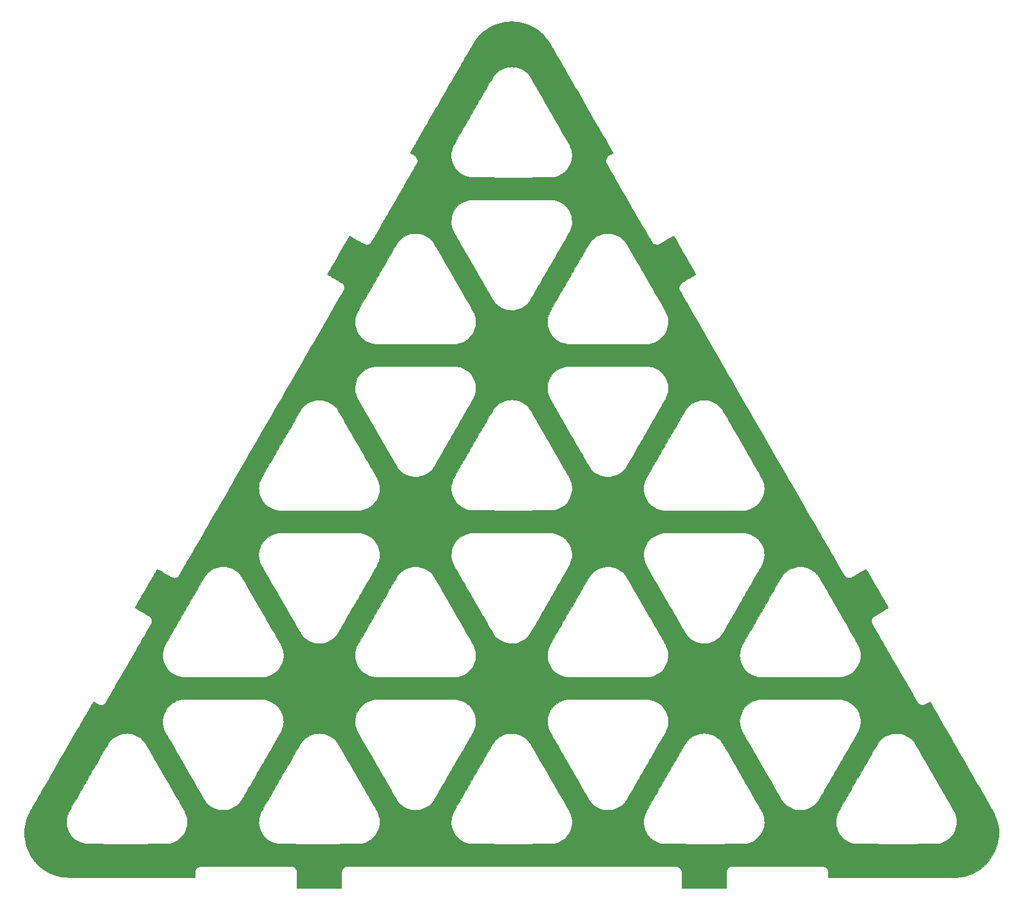
<source format=gbr>
%TF.GenerationSoftware,KiCad,Pcbnew,(6.0.0)*%
%TF.CreationDate,2022-01-31T16:29:53-08:00*%
%TF.ProjectId,PCB-middle,5043422d-6d69-4646-946c-652e6b696361,rev?*%
%TF.SameCoordinates,Original*%
%TF.FileFunction,Copper,L1,Top*%
%TF.FilePolarity,Positive*%
%FSLAX46Y46*%
G04 Gerber Fmt 4.6, Leading zero omitted, Abs format (unit mm)*
G04 Created by KiCad (PCBNEW (6.0.0)) date 2022-01-31 16:29:53*
%MOMM*%
%LPD*%
G01*
G04 APERTURE LIST*
%TA.AperFunction,EtchedComponent*%
%ADD10C,0.010000*%
%TD*%
G04 APERTURE END LIST*
D10*
%TO.C,Ref\u002A\u002A*%
X149129236Y-27993931D02*
X149638051Y-28056187D01*
X149638051Y-28056187D02*
X150137361Y-28158389D01*
X150137361Y-28158389D02*
X150624937Y-28299632D01*
X150624937Y-28299632D02*
X151098551Y-28479015D01*
X151098551Y-28479015D02*
X151555971Y-28695633D01*
X151555971Y-28695633D02*
X151994971Y-28948584D01*
X151994971Y-28948584D02*
X152413319Y-29236964D01*
X152413319Y-29236964D02*
X152808787Y-29559870D01*
X152808787Y-29559870D02*
X153023407Y-29759317D01*
X153023407Y-29759317D02*
X153275282Y-30018271D01*
X153275282Y-30018271D02*
X153507798Y-30287141D01*
X153507798Y-30287141D02*
X153727501Y-30574380D01*
X153727501Y-30574380D02*
X153940942Y-30888441D01*
X153940942Y-30888441D02*
X154110044Y-31162092D01*
X154110044Y-31162092D02*
X154140719Y-31214189D01*
X154140719Y-31214189D02*
X154190901Y-31300138D01*
X154190901Y-31300138D02*
X154259751Y-31418483D01*
X154259751Y-31418483D02*
X154346429Y-31567769D01*
X154346429Y-31567769D02*
X154450095Y-31746541D01*
X154450095Y-31746541D02*
X154569909Y-31953343D01*
X154569909Y-31953343D02*
X154705032Y-32186720D01*
X154705032Y-32186720D02*
X154854624Y-32445217D01*
X154854624Y-32445217D02*
X155017846Y-32727378D01*
X155017846Y-32727378D02*
X155193856Y-33031748D01*
X155193856Y-33031748D02*
X155381816Y-33356871D01*
X155381816Y-33356871D02*
X155580886Y-33701292D01*
X155580886Y-33701292D02*
X155790225Y-34063556D01*
X155790225Y-34063556D02*
X156008995Y-34442207D01*
X156008995Y-34442207D02*
X156236356Y-34835790D01*
X156236356Y-34835790D02*
X156471467Y-35242849D01*
X156471467Y-35242849D02*
X156713489Y-35661929D01*
X156713489Y-35661929D02*
X156961582Y-36091575D01*
X156961582Y-36091575D02*
X157214906Y-36530331D01*
X157214906Y-36530331D02*
X157472622Y-36976742D01*
X157472622Y-36976742D02*
X157733890Y-37429353D01*
X157733890Y-37429353D02*
X157997870Y-37886708D01*
X157997870Y-37886708D02*
X158263722Y-38347351D01*
X158263722Y-38347351D02*
X158530607Y-38809828D01*
X158530607Y-38809828D02*
X158797684Y-39272682D01*
X158797684Y-39272682D02*
X159064114Y-39734459D01*
X159064114Y-39734459D02*
X159329057Y-40193703D01*
X159329057Y-40193703D02*
X159591674Y-40648959D01*
X159591674Y-40648959D02*
X159851124Y-41098772D01*
X159851124Y-41098772D02*
X160106569Y-41541685D01*
X160106569Y-41541685D02*
X160357167Y-41976244D01*
X160357167Y-41976244D02*
X160602079Y-42400993D01*
X160602079Y-42400993D02*
X160840466Y-42814477D01*
X160840466Y-42814477D02*
X161071488Y-43215240D01*
X161071488Y-43215240D02*
X161294305Y-43601828D01*
X161294305Y-43601828D02*
X161508077Y-43972784D01*
X161508077Y-43972784D02*
X161711964Y-44326653D01*
X161711964Y-44326653D02*
X161905127Y-44661980D01*
X161905127Y-44661980D02*
X162086726Y-44977309D01*
X162086726Y-44977309D02*
X162255920Y-45271186D01*
X162255920Y-45271186D02*
X162411872Y-45542154D01*
X162411872Y-45542154D02*
X162553739Y-45788758D01*
X162553739Y-45788758D02*
X162680684Y-46009544D01*
X162680684Y-46009544D02*
X162791865Y-46203055D01*
X162791865Y-46203055D02*
X162886444Y-46367836D01*
X162886444Y-46367836D02*
X162963580Y-46502431D01*
X162963580Y-46502431D02*
X163022434Y-46605386D01*
X163022434Y-46605386D02*
X163062165Y-46675245D01*
X163062165Y-46675245D02*
X163081935Y-46710553D01*
X163081935Y-46710553D02*
X163084095Y-46714776D01*
X163084095Y-46714776D02*
X163067331Y-46731303D01*
X163067331Y-46731303D02*
X163019263Y-46765227D01*
X163019263Y-46765227D02*
X162945383Y-46813013D01*
X162945383Y-46813013D02*
X162851183Y-46871128D01*
X162851183Y-46871128D02*
X162742154Y-46936036D01*
X162742154Y-46936036D02*
X162722336Y-46947609D01*
X162722336Y-46947609D02*
X162588273Y-47027889D01*
X162588273Y-47027889D02*
X162467636Y-47104379D01*
X162467636Y-47104379D02*
X162367032Y-47172658D01*
X162367032Y-47172658D02*
X162293067Y-47228305D01*
X162293067Y-47228305D02*
X162263159Y-47254850D01*
X162263159Y-47254850D02*
X162152775Y-47393217D01*
X162152775Y-47393217D02*
X162075148Y-47550687D01*
X162075148Y-47550687D02*
X162032166Y-47719549D01*
X162032166Y-47719549D02*
X162025720Y-47892092D01*
X162025720Y-47892092D02*
X162057696Y-48060606D01*
X162057696Y-48060606D02*
X162062310Y-48074683D01*
X162062310Y-48074683D02*
X162077190Y-48105619D01*
X162077190Y-48105619D02*
X162112819Y-48172288D01*
X162112819Y-48172288D02*
X162168697Y-48273813D01*
X162168697Y-48273813D02*
X162244320Y-48409316D01*
X162244320Y-48409316D02*
X162339187Y-48577918D01*
X162339187Y-48577918D02*
X162452795Y-48778741D01*
X162452795Y-48778741D02*
X162584641Y-49010907D01*
X162584641Y-49010907D02*
X162734225Y-49273537D01*
X162734225Y-49273537D02*
X162901043Y-49565754D01*
X162901043Y-49565754D02*
X163084593Y-49886679D01*
X163084593Y-49886679D02*
X163284373Y-50235433D01*
X163284373Y-50235433D02*
X163499880Y-50611140D01*
X163499880Y-50611140D02*
X163730613Y-51012920D01*
X163730613Y-51012920D02*
X163976069Y-51439896D01*
X163976069Y-51439896D02*
X164235747Y-51891188D01*
X164235747Y-51891188D02*
X164509143Y-52365919D01*
X164509143Y-52365919D02*
X164795755Y-52863211D01*
X164795755Y-52863211D02*
X165095082Y-53382186D01*
X165095082Y-53382186D02*
X165371953Y-53861917D01*
X165371953Y-53861917D02*
X165692775Y-54417564D01*
X165692775Y-54417564D02*
X165993142Y-54937620D01*
X165993142Y-54937620D02*
X166273701Y-55423195D01*
X166273701Y-55423195D02*
X166535102Y-55875396D01*
X166535102Y-55875396D02*
X166777992Y-56295331D01*
X166777992Y-56295331D02*
X167003019Y-56684108D01*
X167003019Y-56684108D02*
X167210831Y-57042835D01*
X167210831Y-57042835D02*
X167402078Y-57372620D01*
X167402078Y-57372620D02*
X167577406Y-57674572D01*
X167577406Y-57674572D02*
X167737465Y-57949798D01*
X167737465Y-57949798D02*
X167882901Y-58199407D01*
X167882901Y-58199407D02*
X168014365Y-58424506D01*
X168014365Y-58424506D02*
X168132503Y-58626203D01*
X168132503Y-58626203D02*
X168237964Y-58805607D01*
X168237964Y-58805607D02*
X168331396Y-58963826D01*
X168331396Y-58963826D02*
X168413447Y-59101967D01*
X168413447Y-59101967D02*
X168484766Y-59221139D01*
X168484766Y-59221139D02*
X168546000Y-59322450D01*
X168546000Y-59322450D02*
X168597798Y-59407007D01*
X168597798Y-59407007D02*
X168640808Y-59475920D01*
X168640808Y-59475920D02*
X168675679Y-59530295D01*
X168675679Y-59530295D02*
X168703057Y-59571241D01*
X168703057Y-59571241D02*
X168723593Y-59599867D01*
X168723593Y-59599867D02*
X168737933Y-59617279D01*
X168737933Y-59617279D02*
X168739923Y-59619324D01*
X168739923Y-59619324D02*
X168884099Y-59734345D01*
X168884099Y-59734345D02*
X169044605Y-59813348D01*
X169044605Y-59813348D02*
X169215474Y-59855346D01*
X169215474Y-59855346D02*
X169390740Y-59859351D01*
X169390740Y-59859351D02*
X169564438Y-59824376D01*
X169564438Y-59824376D02*
X169683223Y-59775500D01*
X169683223Y-59775500D02*
X169719768Y-59755669D01*
X169719768Y-59755669D02*
X169789159Y-59716776D01*
X169789159Y-59716776D02*
X169887614Y-59660984D01*
X169887614Y-59660984D02*
X170011349Y-59590454D01*
X170011349Y-59590454D02*
X170156584Y-59507350D01*
X170156584Y-59507350D02*
X170319534Y-59413832D01*
X170319534Y-59413832D02*
X170496419Y-59312065D01*
X170496419Y-59312065D02*
X170683454Y-59204210D01*
X170683454Y-59204210D02*
X170769887Y-59154287D01*
X170769887Y-59154287D02*
X170985410Y-59029788D01*
X170985410Y-59029788D02*
X171167261Y-58924971D01*
X171167261Y-58924971D02*
X171318401Y-58838307D01*
X171318401Y-58838307D02*
X171441795Y-58768266D01*
X171441795Y-58768266D02*
X171540405Y-58713320D01*
X171540405Y-58713320D02*
X171617194Y-58671938D01*
X171617194Y-58671938D02*
X171675126Y-58642592D01*
X171675126Y-58642592D02*
X171717162Y-58623753D01*
X171717162Y-58623753D02*
X171746268Y-58613890D01*
X171746268Y-58613890D02*
X171765404Y-58611476D01*
X171765404Y-58611476D02*
X171777535Y-58614980D01*
X171777535Y-58614980D02*
X171785624Y-58622873D01*
X171785624Y-58622873D02*
X171789212Y-58628198D01*
X171789212Y-58628198D02*
X171809535Y-58661897D01*
X171809535Y-58661897D02*
X171848935Y-58728868D01*
X171848935Y-58728868D02*
X171905989Y-58826639D01*
X171905989Y-58826639D02*
X171979275Y-58952738D01*
X171979275Y-58952738D02*
X172067369Y-59104691D01*
X172067369Y-59104691D02*
X172168850Y-59280026D01*
X172168850Y-59280026D02*
X172282293Y-59476270D01*
X172282293Y-59476270D02*
X172406278Y-59690949D01*
X172406278Y-59690949D02*
X172539380Y-59921591D01*
X172539380Y-59921591D02*
X172680177Y-60165723D01*
X172680177Y-60165723D02*
X172827246Y-60420872D01*
X172827246Y-60420872D02*
X172979165Y-60684565D01*
X172979165Y-60684565D02*
X173134511Y-60954329D01*
X173134511Y-60954329D02*
X173291861Y-61227692D01*
X173291861Y-61227692D02*
X173449793Y-61502180D01*
X173449793Y-61502180D02*
X173606883Y-61775321D01*
X173606883Y-61775321D02*
X173761709Y-62044641D01*
X173761709Y-62044641D02*
X173912848Y-62307668D01*
X173912848Y-62307668D02*
X174058877Y-62561928D01*
X174058877Y-62561928D02*
X174198374Y-62804950D01*
X174198374Y-62804950D02*
X174329916Y-63034260D01*
X174329916Y-63034260D02*
X174452080Y-63247384D01*
X174452080Y-63247384D02*
X174563443Y-63441851D01*
X174563443Y-63441851D02*
X174662584Y-63615188D01*
X174662584Y-63615188D02*
X174748078Y-63764920D01*
X174748078Y-63764920D02*
X174818503Y-63888576D01*
X174818503Y-63888576D02*
X174872437Y-63983683D01*
X174872437Y-63983683D02*
X174908456Y-64047767D01*
X174908456Y-64047767D02*
X174925139Y-64078356D01*
X174925139Y-64078356D02*
X174926152Y-64080587D01*
X174926152Y-64080587D02*
X174917411Y-64094341D01*
X174917411Y-64094341D02*
X174886187Y-64119720D01*
X174886187Y-64119720D02*
X174830641Y-64157847D01*
X174830641Y-64157847D02*
X174748937Y-64209845D01*
X174748937Y-64209845D02*
X174639238Y-64276839D01*
X174639238Y-64276839D02*
X174499705Y-64359951D01*
X174499705Y-64359951D02*
X174328503Y-64460306D01*
X174328503Y-64460306D02*
X174123793Y-64579026D01*
X174123793Y-64579026D02*
X173905183Y-64704920D01*
X173905183Y-64704920D02*
X173635632Y-64860502D01*
X173635632Y-64860502D02*
X173401307Y-64997345D01*
X173401307Y-64997345D02*
X173202550Y-65115242D01*
X173202550Y-65115242D02*
X173039702Y-65213985D01*
X173039702Y-65213985D02*
X172913105Y-65293367D01*
X172913105Y-65293367D02*
X172823098Y-65353180D01*
X172823098Y-65353180D02*
X172770025Y-65393219D01*
X172770025Y-65393219D02*
X172766688Y-65396195D01*
X172766688Y-65396195D02*
X172648522Y-65531647D01*
X172648522Y-65531647D02*
X172565049Y-65686922D01*
X172565049Y-65686922D02*
X172517740Y-65855605D01*
X172517740Y-65855605D02*
X172508065Y-66031284D01*
X172508065Y-66031284D02*
X172537494Y-66207546D01*
X172537494Y-66207546D02*
X172563250Y-66283734D01*
X172563250Y-66283734D02*
X172575930Y-66307444D01*
X172575930Y-66307444D02*
X172609245Y-66366868D01*
X172609245Y-66366868D02*
X172662652Y-66461066D01*
X172662652Y-66461066D02*
X172735609Y-66589096D01*
X172735609Y-66589096D02*
X172827574Y-66750019D01*
X172827574Y-66750019D02*
X172938005Y-66942891D01*
X172938005Y-66942891D02*
X173066360Y-67166773D01*
X173066360Y-67166773D02*
X173212097Y-67420723D01*
X173212097Y-67420723D02*
X173374673Y-67703799D01*
X173374673Y-67703799D02*
X173553548Y-68015061D01*
X173553548Y-68015061D02*
X173748179Y-68353568D01*
X173748179Y-68353568D02*
X173958024Y-68718378D01*
X173958024Y-68718378D02*
X174182540Y-69108550D01*
X174182540Y-69108550D02*
X174421186Y-69523142D01*
X174421186Y-69523142D02*
X174673420Y-69961215D01*
X174673420Y-69961215D02*
X174938700Y-70421826D01*
X174938700Y-70421826D02*
X175216484Y-70904034D01*
X175216484Y-70904034D02*
X175506229Y-71406899D01*
X175506229Y-71406899D02*
X175807394Y-71929479D01*
X175807394Y-71929479D02*
X176119436Y-72470832D01*
X176119436Y-72470832D02*
X176441814Y-73030018D01*
X176441814Y-73030018D02*
X176773986Y-73606095D01*
X176773986Y-73606095D02*
X177115409Y-74198123D01*
X177115409Y-74198123D02*
X177465542Y-74805160D01*
X177465542Y-74805160D02*
X177823843Y-75426264D01*
X177823843Y-75426264D02*
X178189768Y-76060496D01*
X178189768Y-76060496D02*
X178562778Y-76706912D01*
X178562778Y-76706912D02*
X178942328Y-77364574D01*
X178942328Y-77364574D02*
X179327879Y-78032538D01*
X179327879Y-78032538D02*
X179718886Y-78709864D01*
X179718886Y-78709864D02*
X179952453Y-79114419D01*
X179952453Y-79114419D02*
X180664869Y-80348325D01*
X180664869Y-80348325D02*
X181356408Y-81546072D01*
X181356408Y-81546072D02*
X182027361Y-82708166D01*
X182027361Y-82708166D02*
X182678020Y-83835111D01*
X182678020Y-83835111D02*
X183308674Y-84927410D01*
X183308674Y-84927410D02*
X183919615Y-85985567D01*
X183919615Y-85985567D02*
X184511134Y-87010085D01*
X184511134Y-87010085D02*
X185083521Y-88001470D01*
X185083521Y-88001470D02*
X185637069Y-88960224D01*
X185637069Y-88960224D02*
X186172066Y-89886851D01*
X186172066Y-89886851D02*
X186688805Y-90781856D01*
X186688805Y-90781856D02*
X187187576Y-91645742D01*
X187187576Y-91645742D02*
X187668669Y-92479013D01*
X187668669Y-92479013D02*
X188132377Y-93282172D01*
X188132377Y-93282172D02*
X188578990Y-94055725D01*
X188578990Y-94055725D02*
X189008798Y-94800174D01*
X189008798Y-94800174D02*
X189422093Y-95516023D01*
X189422093Y-95516023D02*
X189819166Y-96203777D01*
X189819166Y-96203777D02*
X190200307Y-96863939D01*
X190200307Y-96863939D02*
X190565807Y-97497013D01*
X190565807Y-97497013D02*
X190915957Y-98103502D01*
X190915957Y-98103502D02*
X191251048Y-98683911D01*
X191251048Y-98683911D02*
X191571371Y-99238744D01*
X191571371Y-99238744D02*
X191877217Y-99768504D01*
X191877217Y-99768504D02*
X192168877Y-100273696D01*
X192168877Y-100273696D02*
X192446641Y-100754822D01*
X192446641Y-100754822D02*
X192710801Y-101212388D01*
X192710801Y-101212388D02*
X192961647Y-101646896D01*
X192961647Y-101646896D02*
X193199470Y-102058851D01*
X193199470Y-102058851D02*
X193424561Y-102448756D01*
X193424561Y-102448756D02*
X193637211Y-102817116D01*
X193637211Y-102817116D02*
X193837711Y-103164433D01*
X193837711Y-103164433D02*
X194026352Y-103491213D01*
X194026352Y-103491213D02*
X194203424Y-103797959D01*
X194203424Y-103797959D02*
X194369219Y-104085175D01*
X194369219Y-104085175D02*
X194524028Y-104353364D01*
X194524028Y-104353364D02*
X194668141Y-104603030D01*
X194668141Y-104603030D02*
X194801848Y-104834678D01*
X194801848Y-104834678D02*
X194925442Y-105048811D01*
X194925442Y-105048811D02*
X195039213Y-105245933D01*
X195039213Y-105245933D02*
X195143452Y-105426548D01*
X195143452Y-105426548D02*
X195238449Y-105591160D01*
X195238449Y-105591160D02*
X195324496Y-105740272D01*
X195324496Y-105740272D02*
X195401884Y-105874388D01*
X195401884Y-105874388D02*
X195470903Y-105994013D01*
X195470903Y-105994013D02*
X195531844Y-106099650D01*
X195531844Y-106099650D02*
X195584998Y-106191803D01*
X195584998Y-106191803D02*
X195630656Y-106270976D01*
X195630656Y-106270976D02*
X195669110Y-106337672D01*
X195669110Y-106337672D02*
X195700649Y-106392396D01*
X195700649Y-106392396D02*
X195706737Y-106402964D01*
X195706737Y-106402964D02*
X195825980Y-106609105D01*
X195825980Y-106609105D02*
X195927351Y-106781793D01*
X195927351Y-106781793D02*
X196013552Y-106924576D01*
X196013552Y-106924576D02*
X196087282Y-107041002D01*
X196087282Y-107041002D02*
X196151243Y-107134616D01*
X196151243Y-107134616D02*
X196208135Y-107208967D01*
X196208135Y-107208967D02*
X196260659Y-107267601D01*
X196260659Y-107267601D02*
X196311514Y-107314064D01*
X196311514Y-107314064D02*
X196363402Y-107351905D01*
X196363402Y-107351905D02*
X196419023Y-107384669D01*
X196419023Y-107384669D02*
X196476131Y-107413532D01*
X196476131Y-107413532D02*
X196551630Y-107447684D01*
X196551630Y-107447684D02*
X196614193Y-107468309D01*
X196614193Y-107468309D02*
X196680012Y-107478766D01*
X196680012Y-107478766D02*
X196765279Y-107482415D01*
X196765279Y-107482415D02*
X196809646Y-107482723D01*
X196809646Y-107482723D02*
X196914581Y-107480574D01*
X196914581Y-107480574D02*
X196992895Y-107471910D01*
X196992895Y-107471910D02*
X197060119Y-107454139D01*
X197060119Y-107454139D02*
X197116563Y-107431531D01*
X197116563Y-107431531D02*
X197156858Y-107411238D01*
X197156858Y-107411238D02*
X197229919Y-107371852D01*
X197229919Y-107371852D02*
X197331902Y-107315537D01*
X197331902Y-107315537D02*
X197458965Y-107244458D01*
X197458965Y-107244458D02*
X197607264Y-107160779D01*
X197607264Y-107160779D02*
X197772955Y-107066664D01*
X197772955Y-107066664D02*
X197952196Y-106964278D01*
X197952196Y-106964278D02*
X198141142Y-106855786D01*
X198141142Y-106855786D02*
X198235682Y-106801296D01*
X198235682Y-106801296D02*
X198424292Y-106692873D01*
X198424292Y-106692873D02*
X198602192Y-106591429D01*
X198602192Y-106591429D02*
X198765970Y-106498853D01*
X198765970Y-106498853D02*
X198912211Y-106417036D01*
X198912211Y-106417036D02*
X199037504Y-106347867D01*
X199037504Y-106347867D02*
X199138435Y-106293238D01*
X199138435Y-106293238D02*
X199211591Y-106255037D01*
X199211591Y-106255037D02*
X199253559Y-106235156D01*
X199253559Y-106235156D02*
X199262265Y-106232764D01*
X199262265Y-106232764D02*
X199275347Y-106251890D01*
X199275347Y-106251890D02*
X199308054Y-106305255D01*
X199308054Y-106305255D02*
X199358966Y-106390402D01*
X199358966Y-106390402D02*
X199426665Y-106504872D01*
X199426665Y-106504872D02*
X199509732Y-106646208D01*
X199509732Y-106646208D02*
X199606748Y-106811951D01*
X199606748Y-106811951D02*
X199716294Y-106999645D01*
X199716294Y-106999645D02*
X199836951Y-107206830D01*
X199836951Y-107206830D02*
X199967300Y-107431049D01*
X199967300Y-107431049D02*
X200105922Y-107669845D01*
X200105922Y-107669845D02*
X200251398Y-107920758D01*
X200251398Y-107920758D02*
X200402309Y-108181332D01*
X200402309Y-108181332D02*
X200557237Y-108449107D01*
X200557237Y-108449107D02*
X200714761Y-108721627D01*
X200714761Y-108721627D02*
X200873464Y-108996434D01*
X200873464Y-108996434D02*
X201031927Y-109271069D01*
X201031927Y-109271069D02*
X201188729Y-109543074D01*
X201188729Y-109543074D02*
X201342453Y-109809992D01*
X201342453Y-109809992D02*
X201491680Y-110069365D01*
X201491680Y-110069365D02*
X201634990Y-110318734D01*
X201634990Y-110318734D02*
X201770965Y-110555642D01*
X201770965Y-110555642D02*
X201898185Y-110777631D01*
X201898185Y-110777631D02*
X202015232Y-110982243D01*
X202015232Y-110982243D02*
X202120687Y-111167020D01*
X202120687Y-111167020D02*
X202213130Y-111329504D01*
X202213130Y-111329504D02*
X202291143Y-111467237D01*
X202291143Y-111467237D02*
X202353307Y-111577762D01*
X202353307Y-111577762D02*
X202398203Y-111658619D01*
X202398203Y-111658619D02*
X202424412Y-111707353D01*
X202424412Y-111707353D02*
X202430963Y-111721621D01*
X202430963Y-111721621D02*
X202412404Y-111735162D01*
X202412404Y-111735162D02*
X202360442Y-111767836D01*
X202360442Y-111767836D02*
X202278384Y-111817685D01*
X202278384Y-111817685D02*
X202169532Y-111882750D01*
X202169532Y-111882750D02*
X202037190Y-111961074D01*
X202037190Y-111961074D02*
X201884663Y-112050699D01*
X201884663Y-112050699D02*
X201715254Y-112149667D01*
X201715254Y-112149667D02*
X201532267Y-112256020D01*
X201532267Y-112256020D02*
X201401408Y-112331766D01*
X201401408Y-112331766D02*
X201207054Y-112444615D01*
X201207054Y-112444615D02*
X201020959Y-112553690D01*
X201020959Y-112553690D02*
X200846883Y-112656720D01*
X200846883Y-112656720D02*
X200688586Y-112751431D01*
X200688586Y-112751431D02*
X200549828Y-112835553D01*
X200549828Y-112835553D02*
X200434368Y-112906811D01*
X200434368Y-112906811D02*
X200345967Y-112962933D01*
X200345967Y-112962933D02*
X200288385Y-113001648D01*
X200288385Y-113001648D02*
X200270595Y-113015226D01*
X200270595Y-113015226D02*
X200189215Y-113099396D01*
X200189215Y-113099396D02*
X200120009Y-113204562D01*
X200120009Y-113204562D02*
X200087890Y-113267066D01*
X200087890Y-113267066D02*
X200048100Y-113354425D01*
X200048100Y-113354425D02*
X200024716Y-113423187D01*
X200024716Y-113423187D02*
X200013438Y-113491678D01*
X200013438Y-113491678D02*
X200009962Y-113578223D01*
X200009962Y-113578223D02*
X200009824Y-113599606D01*
X200009824Y-113599606D02*
X200018733Y-113752534D01*
X200018733Y-113752534D02*
X200046002Y-113874162D01*
X200046002Y-113874162D02*
X200046980Y-113876933D01*
X200046980Y-113876933D02*
X200060767Y-113904313D01*
X200060767Y-113904313D02*
X200094790Y-113966597D01*
X200094790Y-113966597D02*
X200148058Y-114062065D01*
X200148058Y-114062065D02*
X200219576Y-114188996D01*
X200219576Y-114188996D02*
X200308353Y-114345670D01*
X200308353Y-114345670D02*
X200413395Y-114530365D01*
X200413395Y-114530365D02*
X200533709Y-114741361D01*
X200533709Y-114741361D02*
X200668302Y-114976937D01*
X200668302Y-114976937D02*
X200816183Y-115235372D01*
X200816183Y-115235372D02*
X200976357Y-115514946D01*
X200976357Y-115514946D02*
X201147831Y-115813938D01*
X201147831Y-115813938D02*
X201329614Y-116130627D01*
X201329614Y-116130627D02*
X201520712Y-116463292D01*
X201520712Y-116463292D02*
X201720132Y-116810213D01*
X201720132Y-116810213D02*
X201926882Y-117169668D01*
X201926882Y-117169668D02*
X202139968Y-117539938D01*
X202139968Y-117539938D02*
X202358397Y-117919300D01*
X202358397Y-117919300D02*
X202581177Y-118306036D01*
X202581177Y-118306036D02*
X202807315Y-118698423D01*
X202807315Y-118698423D02*
X203035818Y-119094741D01*
X203035818Y-119094741D02*
X203265694Y-119493270D01*
X203265694Y-119493270D02*
X203495948Y-119892288D01*
X203495948Y-119892288D02*
X203725589Y-120290075D01*
X203725589Y-120290075D02*
X203953623Y-120684909D01*
X203953623Y-120684909D02*
X204179057Y-121075072D01*
X204179057Y-121075072D02*
X204400900Y-121458840D01*
X204400900Y-121458840D02*
X204618157Y-121834495D01*
X204618157Y-121834495D02*
X204829836Y-122200314D01*
X204829836Y-122200314D02*
X205034944Y-122554578D01*
X205034944Y-122554578D02*
X205232489Y-122895565D01*
X205232489Y-122895565D02*
X205421477Y-123221555D01*
X205421477Y-123221555D02*
X205600915Y-123530828D01*
X205600915Y-123530828D02*
X205769811Y-123821661D01*
X205769811Y-123821661D02*
X205927171Y-124092335D01*
X205927171Y-124092335D02*
X206072003Y-124341129D01*
X206072003Y-124341129D02*
X206203315Y-124566321D01*
X206203315Y-124566321D02*
X206320112Y-124766192D01*
X206320112Y-124766192D02*
X206421402Y-124939021D01*
X206421402Y-124939021D02*
X206506193Y-125083086D01*
X206506193Y-125083086D02*
X206573492Y-125196667D01*
X206573492Y-125196667D02*
X206622304Y-125278044D01*
X206622304Y-125278044D02*
X206651639Y-125325495D01*
X206651639Y-125325495D02*
X206659333Y-125336788D01*
X206659333Y-125336788D02*
X206791746Y-125470573D01*
X206791746Y-125470573D02*
X206942272Y-125566099D01*
X206942272Y-125566099D02*
X207110803Y-125623317D01*
X207110803Y-125623317D02*
X207287146Y-125642140D01*
X207287146Y-125642140D02*
X207367545Y-125640830D01*
X207367545Y-125640830D02*
X207439948Y-125633756D01*
X207439948Y-125633756D02*
X207510972Y-125618409D01*
X207510972Y-125618409D02*
X207587233Y-125592280D01*
X207587233Y-125592280D02*
X207675347Y-125552858D01*
X207675347Y-125552858D02*
X207781933Y-125497633D01*
X207781933Y-125497633D02*
X207913606Y-125424097D01*
X207913606Y-125424097D02*
X208013388Y-125366676D01*
X208013388Y-125366676D02*
X208122664Y-125304277D01*
X208122664Y-125304277D02*
X208219776Y-125250537D01*
X208219776Y-125250537D02*
X208298694Y-125208654D01*
X208298694Y-125208654D02*
X208353385Y-125181827D01*
X208353385Y-125181827D02*
X208377817Y-125173256D01*
X208377817Y-125173256D02*
X208377992Y-125173305D01*
X208377992Y-125173305D02*
X208390363Y-125192081D01*
X208390363Y-125192081D02*
X208423012Y-125246111D01*
X208423012Y-125246111D02*
X208475106Y-125333953D01*
X208475106Y-125333953D02*
X208545815Y-125454165D01*
X208545815Y-125454165D02*
X208634307Y-125605306D01*
X208634307Y-125605306D02*
X208739750Y-125785935D01*
X208739750Y-125785935D02*
X208861313Y-125994611D01*
X208861313Y-125994611D02*
X208998164Y-126229892D01*
X208998164Y-126229892D02*
X209149471Y-126490336D01*
X209149471Y-126490336D02*
X209314402Y-126774503D01*
X209314402Y-126774503D02*
X209492127Y-127080950D01*
X209492127Y-127080950D02*
X209681813Y-127408237D01*
X209681813Y-127408237D02*
X209882629Y-127754922D01*
X209882629Y-127754922D02*
X210093743Y-128119564D01*
X210093743Y-128119564D02*
X210314323Y-128500721D01*
X210314323Y-128500721D02*
X210543539Y-128896953D01*
X210543539Y-128896953D02*
X210780557Y-129306816D01*
X210780557Y-129306816D02*
X211024547Y-129728871D01*
X211024547Y-129728871D02*
X211274677Y-130161676D01*
X211274677Y-130161676D02*
X211530116Y-130603790D01*
X211530116Y-130603790D02*
X211790031Y-131053770D01*
X211790031Y-131053770D02*
X212053591Y-131510176D01*
X212053591Y-131510176D02*
X212319964Y-131971566D01*
X212319964Y-131971566D02*
X212588320Y-132436499D01*
X212588320Y-132436499D02*
X212857825Y-132903534D01*
X212857825Y-132903534D02*
X213127649Y-133371229D01*
X213127649Y-133371229D02*
X213396960Y-133838142D01*
X213396960Y-133838142D02*
X213664926Y-134302833D01*
X213664926Y-134302833D02*
X213930715Y-134763860D01*
X213930715Y-134763860D02*
X214193497Y-135219781D01*
X214193497Y-135219781D02*
X214452439Y-135669155D01*
X214452439Y-135669155D02*
X214706709Y-136110542D01*
X214706709Y-136110542D02*
X214955477Y-136542498D01*
X214955477Y-136542498D02*
X215197910Y-136963584D01*
X215197910Y-136963584D02*
X215433177Y-137372358D01*
X215433177Y-137372358D02*
X215660446Y-137767377D01*
X215660446Y-137767377D02*
X215878885Y-138147202D01*
X215878885Y-138147202D02*
X216087664Y-138510390D01*
X216087664Y-138510390D02*
X216285949Y-138855500D01*
X216285949Y-138855500D02*
X216472911Y-139181091D01*
X216472911Y-139181091D02*
X216647716Y-139485721D01*
X216647716Y-139485721D02*
X216809533Y-139767949D01*
X216809533Y-139767949D02*
X216957532Y-140026334D01*
X216957532Y-140026334D02*
X217090879Y-140259434D01*
X217090879Y-140259434D02*
X217208743Y-140465808D01*
X217208743Y-140465808D02*
X217310294Y-140644014D01*
X217310294Y-140644014D02*
X217394699Y-140792611D01*
X217394699Y-140792611D02*
X217461126Y-140910158D01*
X217461126Y-140910158D02*
X217508744Y-140995213D01*
X217508744Y-140995213D02*
X217536721Y-141046334D01*
X217536721Y-141046334D02*
X217541208Y-141054933D01*
X217541208Y-141054933D02*
X217760786Y-141531386D01*
X217760786Y-141531386D02*
X217938584Y-142014586D01*
X217938584Y-142014586D02*
X218074588Y-142504449D01*
X218074588Y-142504449D02*
X218168782Y-143000891D01*
X218168782Y-143000891D02*
X218221152Y-143503829D01*
X218221152Y-143503829D02*
X218231682Y-144013178D01*
X218231682Y-144013178D02*
X218200357Y-144528855D01*
X218200357Y-144528855D02*
X218186643Y-144653266D01*
X218186643Y-144653266D02*
X218106350Y-145152356D01*
X218106350Y-145152356D02*
X217987290Y-145639918D01*
X217987290Y-145639918D02*
X217831130Y-146113938D01*
X217831130Y-146113938D02*
X217639539Y-146572406D01*
X217639539Y-146572406D02*
X217414183Y-147013307D01*
X217414183Y-147013307D02*
X217156730Y-147434630D01*
X217156730Y-147434630D02*
X216868849Y-147834362D01*
X216868849Y-147834362D02*
X216552206Y-148210492D01*
X216552206Y-148210492D02*
X216208469Y-148561006D01*
X216208469Y-148561006D02*
X215839305Y-148883892D01*
X215839305Y-148883892D02*
X215446383Y-149177139D01*
X215446383Y-149177139D02*
X215031370Y-149438733D01*
X215031370Y-149438733D02*
X214595934Y-149666662D01*
X214595934Y-149666662D02*
X214141742Y-149858913D01*
X214141742Y-149858913D02*
X213768417Y-149984950D01*
X213768417Y-149984950D02*
X213448944Y-150074159D01*
X213448944Y-150074159D02*
X213146230Y-150143373D01*
X213146230Y-150143373D02*
X212844108Y-150195570D01*
X212844108Y-150195570D02*
X212526408Y-150233729D01*
X212526408Y-150233729D02*
X212324813Y-150250886D01*
X212324813Y-150250886D02*
X212274891Y-150252984D01*
X212274891Y-150252984D02*
X212183177Y-150254978D01*
X212183177Y-150254978D02*
X212049642Y-150256866D01*
X212049642Y-150256866D02*
X211874259Y-150258649D01*
X211874259Y-150258649D02*
X211657000Y-150260326D01*
X211657000Y-150260326D02*
X211397837Y-150261899D01*
X211397837Y-150261899D02*
X211096742Y-150263366D01*
X211096742Y-150263366D02*
X210753688Y-150264729D01*
X210753688Y-150264729D02*
X210368646Y-150265987D01*
X210368646Y-150265987D02*
X209941590Y-150267139D01*
X209941590Y-150267139D02*
X209472491Y-150268187D01*
X209472491Y-150268187D02*
X208961321Y-150269131D01*
X208961321Y-150269131D02*
X208408053Y-150269969D01*
X208408053Y-150269969D02*
X207812659Y-150270704D01*
X207812659Y-150270704D02*
X207175111Y-150271333D01*
X207175111Y-150271333D02*
X206495382Y-150271858D01*
X206495382Y-150271858D02*
X205773443Y-150272279D01*
X205773443Y-150272279D02*
X205009266Y-150272595D01*
X205009266Y-150272595D02*
X204202825Y-150272807D01*
X204202825Y-150272807D02*
X203354091Y-150272915D01*
X203354091Y-150272915D02*
X202953271Y-150272930D01*
X202953271Y-150272930D02*
X193878063Y-150273016D01*
X193878063Y-150273016D02*
X193878063Y-149843547D01*
X193878063Y-149843547D02*
X193876698Y-149661404D01*
X193876698Y-149661404D02*
X193871829Y-149514749D01*
X193871829Y-149514749D02*
X193862297Y-149396803D01*
X193862297Y-149396803D02*
X193846942Y-149300785D01*
X193846942Y-149300785D02*
X193824605Y-149219915D01*
X193824605Y-149219915D02*
X193794126Y-149147413D01*
X193794126Y-149147413D02*
X193754345Y-149076499D01*
X193754345Y-149076499D02*
X193744089Y-149060219D01*
X193744089Y-149060219D02*
X193626996Y-148914094D01*
X193626996Y-148914094D02*
X193484835Y-148801999D01*
X193484835Y-148801999D02*
X193318269Y-148724351D01*
X193318269Y-148724351D02*
X193141948Y-148683402D01*
X193141948Y-148683402D02*
X193107450Y-148681589D01*
X193107450Y-148681589D02*
X193031725Y-148679884D01*
X193031725Y-148679884D02*
X192915879Y-148678289D01*
X192915879Y-148678289D02*
X192761017Y-148676807D01*
X192761017Y-148676807D02*
X192568246Y-148675441D01*
X192568246Y-148675441D02*
X192338672Y-148674191D01*
X192338672Y-148674191D02*
X192073399Y-148673061D01*
X192073399Y-148673061D02*
X191773535Y-148672053D01*
X191773535Y-148672053D02*
X191440186Y-148671170D01*
X191440186Y-148671170D02*
X191074456Y-148670412D01*
X191074456Y-148670412D02*
X190677453Y-148669784D01*
X190677453Y-148669784D02*
X190250282Y-148669286D01*
X190250282Y-148669286D02*
X189794048Y-148668922D01*
X189794048Y-148668922D02*
X189309859Y-148668693D01*
X189309859Y-148668693D02*
X188798820Y-148668602D01*
X188798820Y-148668602D02*
X188262036Y-148668651D01*
X188262036Y-148668651D02*
X187700614Y-148668843D01*
X187700614Y-148668843D02*
X187115660Y-148669179D01*
X187115660Y-148669179D02*
X186508280Y-148669662D01*
X186508280Y-148669662D02*
X186480313Y-148669687D01*
X186480313Y-148669687D02*
X185851439Y-148670277D01*
X185851439Y-148670277D02*
X185263529Y-148670868D01*
X185263529Y-148670868D02*
X184715213Y-148671468D01*
X184715213Y-148671468D02*
X184205122Y-148672084D01*
X184205122Y-148672084D02*
X183731886Y-148672726D01*
X183731886Y-148672726D02*
X183294137Y-148673400D01*
X183294137Y-148673400D02*
X182890503Y-148674114D01*
X182890503Y-148674114D02*
X182519616Y-148674877D01*
X182519616Y-148674877D02*
X182180107Y-148675696D01*
X182180107Y-148675696D02*
X181870605Y-148676579D01*
X181870605Y-148676579D02*
X181589741Y-148677533D01*
X181589741Y-148677533D02*
X181336146Y-148678568D01*
X181336146Y-148678568D02*
X181108451Y-148679690D01*
X181108451Y-148679690D02*
X180905285Y-148680908D01*
X180905285Y-148680908D02*
X180725279Y-148682229D01*
X180725279Y-148682229D02*
X180567064Y-148683661D01*
X180567064Y-148683661D02*
X180429270Y-148685212D01*
X180429270Y-148685212D02*
X180310528Y-148686890D01*
X180310528Y-148686890D02*
X180209468Y-148688703D01*
X180209468Y-148688703D02*
X180124721Y-148690659D01*
X180124721Y-148690659D02*
X180054917Y-148692765D01*
X180054917Y-148692765D02*
X179998686Y-148695029D01*
X179998686Y-148695029D02*
X179954660Y-148697460D01*
X179954660Y-148697460D02*
X179921468Y-148700065D01*
X179921468Y-148700065D02*
X179897741Y-148702851D01*
X179897741Y-148702851D02*
X179882110Y-148705828D01*
X179882110Y-148705828D02*
X179876313Y-148707607D01*
X179876313Y-148707607D02*
X179696944Y-148792018D01*
X179696944Y-148792018D02*
X179551632Y-148898665D01*
X179551632Y-148898665D02*
X179436089Y-149031842D01*
X179436089Y-149031842D02*
X179346027Y-149195846D01*
X179346027Y-149195846D02*
X179317427Y-149267600D01*
X179317427Y-149267600D02*
X179310694Y-149292411D01*
X179310694Y-149292411D02*
X179304864Y-149329380D01*
X179304864Y-149329380D02*
X179299843Y-149381667D01*
X179299843Y-149381667D02*
X179295539Y-149452430D01*
X179295539Y-149452430D02*
X179291861Y-149544829D01*
X179291861Y-149544829D02*
X179288715Y-149662024D01*
X179288715Y-149662024D02*
X179286010Y-149807173D01*
X179286010Y-149807173D02*
X179283652Y-149983435D01*
X179283652Y-149983435D02*
X179281549Y-150193971D01*
X179281549Y-150193971D02*
X179279610Y-150441939D01*
X179279610Y-150441939D02*
X179278577Y-150595808D01*
X179278577Y-150595808D02*
X179270601Y-151839350D01*
X179270601Y-151839350D02*
X172923063Y-151839350D01*
X172923063Y-151839350D02*
X172922637Y-150691058D01*
X172922637Y-150691058D02*
X172922202Y-150469794D01*
X172922202Y-150469794D02*
X172921109Y-150257602D01*
X172921109Y-150257602D02*
X172919426Y-150058948D01*
X172919426Y-150058948D02*
X172917223Y-149878300D01*
X172917223Y-149878300D02*
X172914568Y-149720124D01*
X172914568Y-149720124D02*
X172911530Y-149588886D01*
X172911530Y-149588886D02*
X172908177Y-149489053D01*
X172908177Y-149489053D02*
X172904579Y-149425091D01*
X172904579Y-149425091D02*
X172902911Y-149409288D01*
X172902911Y-149409288D02*
X172856117Y-149223662D01*
X172856117Y-149223662D02*
X172774184Y-149058325D01*
X172774184Y-149058325D02*
X172660418Y-148917120D01*
X172660418Y-148917120D02*
X172518122Y-148803892D01*
X172518122Y-148803892D02*
X172350600Y-148722485D01*
X172350600Y-148722485D02*
X172297875Y-148705408D01*
X172297875Y-148705408D02*
X172288523Y-148703835D01*
X172288523Y-148703835D02*
X172271028Y-148702316D01*
X172271028Y-148702316D02*
X172244688Y-148700850D01*
X172244688Y-148700850D02*
X172208797Y-148699436D01*
X172208797Y-148699436D02*
X172162653Y-148698073D01*
X172162653Y-148698073D02*
X172105551Y-148696761D01*
X172105551Y-148696761D02*
X172036788Y-148695497D01*
X172036788Y-148695497D02*
X171955660Y-148694282D01*
X171955660Y-148694282D02*
X171861464Y-148693115D01*
X171861464Y-148693115D02*
X171753495Y-148691993D01*
X171753495Y-148691993D02*
X171631049Y-148690918D01*
X171631049Y-148690918D02*
X171493424Y-148689887D01*
X171493424Y-148689887D02*
X171339915Y-148688900D01*
X171339915Y-148688900D02*
X171169819Y-148687956D01*
X171169819Y-148687956D02*
X170982432Y-148687054D01*
X170982432Y-148687054D02*
X170777049Y-148686194D01*
X170777049Y-148686194D02*
X170552968Y-148685373D01*
X170552968Y-148685373D02*
X170309485Y-148684592D01*
X170309485Y-148684592D02*
X170045895Y-148683849D01*
X170045895Y-148683849D02*
X169761496Y-148683143D01*
X169761496Y-148683143D02*
X169455583Y-148682474D01*
X169455583Y-148682474D02*
X169127452Y-148681841D01*
X169127452Y-148681841D02*
X168776400Y-148681243D01*
X168776400Y-148681243D02*
X168401724Y-148680679D01*
X168401724Y-148680679D02*
X168002719Y-148680147D01*
X168002719Y-148680147D02*
X167578681Y-148679648D01*
X167578681Y-148679648D02*
X167128908Y-148679179D01*
X167128908Y-148679179D02*
X166652695Y-148678741D01*
X166652695Y-148678741D02*
X166149338Y-148678333D01*
X166149338Y-148678333D02*
X165618133Y-148677953D01*
X165618133Y-148677953D02*
X165058378Y-148677600D01*
X165058378Y-148677600D02*
X164469368Y-148677274D01*
X164469368Y-148677274D02*
X163850399Y-148676974D01*
X163850399Y-148676974D02*
X163200768Y-148676699D01*
X163200768Y-148676699D02*
X162519771Y-148676447D01*
X162519771Y-148676447D02*
X161806704Y-148676219D01*
X161806704Y-148676219D02*
X161060863Y-148676013D01*
X161060863Y-148676013D02*
X160281546Y-148675828D01*
X160281546Y-148675828D02*
X159468047Y-148675663D01*
X159468047Y-148675663D02*
X158619663Y-148675518D01*
X158619663Y-148675518D02*
X157735691Y-148675391D01*
X157735691Y-148675391D02*
X156815427Y-148675282D01*
X156815427Y-148675282D02*
X155858167Y-148675189D01*
X155858167Y-148675189D02*
X154863207Y-148675113D01*
X154863207Y-148675113D02*
X153829843Y-148675051D01*
X153829843Y-148675051D02*
X152757372Y-148675003D01*
X152757372Y-148675003D02*
X151645091Y-148674968D01*
X151645091Y-148674968D02*
X150492294Y-148674946D01*
X150492294Y-148674946D02*
X149298279Y-148674935D01*
X149298279Y-148674935D02*
X148581396Y-148674933D01*
X148581396Y-148674933D02*
X147372849Y-148674936D01*
X147372849Y-148674936D02*
X146205909Y-148674946D01*
X146205909Y-148674946D02*
X145079852Y-148674964D01*
X145079852Y-148674964D02*
X143993952Y-148674992D01*
X143993952Y-148674992D02*
X142947484Y-148675029D01*
X142947484Y-148675029D02*
X141939723Y-148675078D01*
X141939723Y-148675078D02*
X140969943Y-148675139D01*
X140969943Y-148675139D02*
X140037418Y-148675214D01*
X140037418Y-148675214D02*
X139141424Y-148675302D01*
X139141424Y-148675302D02*
X138281234Y-148675407D01*
X138281234Y-148675407D02*
X137456125Y-148675527D01*
X137456125Y-148675527D02*
X136665369Y-148675665D01*
X136665369Y-148675665D02*
X135908243Y-148675822D01*
X135908243Y-148675822D02*
X135184019Y-148675998D01*
X135184019Y-148675998D02*
X134491974Y-148676195D01*
X134491974Y-148676195D02*
X133831382Y-148676413D01*
X133831382Y-148676413D02*
X133201517Y-148676655D01*
X133201517Y-148676655D02*
X132601654Y-148676920D01*
X132601654Y-148676920D02*
X132031068Y-148677210D01*
X132031068Y-148677210D02*
X131489032Y-148677525D01*
X131489032Y-148677525D02*
X130974823Y-148677868D01*
X130974823Y-148677868D02*
X130487714Y-148678238D01*
X130487714Y-148678238D02*
X130026981Y-148678638D01*
X130026981Y-148678638D02*
X129591897Y-148679068D01*
X129591897Y-148679068D02*
X129181737Y-148679528D01*
X129181737Y-148679528D02*
X128795776Y-148680021D01*
X128795776Y-148680021D02*
X128433289Y-148680547D01*
X128433289Y-148680547D02*
X128093551Y-148681108D01*
X128093551Y-148681108D02*
X127775835Y-148681703D01*
X127775835Y-148681703D02*
X127479417Y-148682335D01*
X127479417Y-148682335D02*
X127203570Y-148683004D01*
X127203570Y-148683004D02*
X126947571Y-148683712D01*
X126947571Y-148683712D02*
X126710693Y-148684459D01*
X126710693Y-148684459D02*
X126492211Y-148685247D01*
X126492211Y-148685247D02*
X126291399Y-148686076D01*
X126291399Y-148686076D02*
X126107533Y-148686947D01*
X126107533Y-148686947D02*
X125939887Y-148687863D01*
X125939887Y-148687863D02*
X125787735Y-148688823D01*
X125787735Y-148688823D02*
X125650352Y-148689829D01*
X125650352Y-148689829D02*
X125527013Y-148690882D01*
X125527013Y-148690882D02*
X125416993Y-148691982D01*
X125416993Y-148691982D02*
X125319565Y-148693131D01*
X125319565Y-148693131D02*
X125234005Y-148694331D01*
X125234005Y-148694331D02*
X125159588Y-148695581D01*
X125159588Y-148695581D02*
X125095587Y-148696883D01*
X125095587Y-148696883D02*
X125041278Y-148698238D01*
X125041278Y-148698238D02*
X124995935Y-148699648D01*
X124995935Y-148699648D02*
X124958833Y-148701112D01*
X124958833Y-148701112D02*
X124929246Y-148702633D01*
X124929246Y-148702633D02*
X124906449Y-148704211D01*
X124906449Y-148704211D02*
X124889717Y-148705847D01*
X124889717Y-148705847D02*
X124878324Y-148707543D01*
X124878324Y-148707543D02*
X124872029Y-148709123D01*
X124872029Y-148709123D02*
X124704072Y-148789172D01*
X124704072Y-148789172D02*
X124555642Y-148902578D01*
X124555642Y-148902578D02*
X124433435Y-149042998D01*
X124433435Y-149042998D02*
X124344151Y-149204087D01*
X124344151Y-149204087D02*
X124340773Y-149212319D01*
X124340773Y-149212319D02*
X124330761Y-149237751D01*
X124330761Y-149237751D02*
X124322230Y-149262897D01*
X124322230Y-149262897D02*
X124315043Y-149291234D01*
X124315043Y-149291234D02*
X124309061Y-149326242D01*
X124309061Y-149326242D02*
X124304146Y-149371399D01*
X124304146Y-149371399D02*
X124300161Y-149430184D01*
X124300161Y-149430184D02*
X124296967Y-149506075D01*
X124296967Y-149506075D02*
X124294428Y-149602550D01*
X124294428Y-149602550D02*
X124292403Y-149723089D01*
X124292403Y-149723089D02*
X124290757Y-149871171D01*
X124290757Y-149871171D02*
X124289351Y-150050273D01*
X124289351Y-150050273D02*
X124288047Y-150263874D01*
X124288047Y-150263874D02*
X124286707Y-150515454D01*
X124286707Y-150515454D02*
X124286347Y-150585225D01*
X124286347Y-150585225D02*
X124279896Y-151839350D01*
X124279896Y-151839350D02*
X117912162Y-151839350D01*
X117912162Y-151839350D02*
X117906238Y-150564058D01*
X117906238Y-150564058D02*
X117900313Y-149288766D01*
X117900313Y-149288766D02*
X117843250Y-149167002D01*
X117843250Y-149167002D02*
X117746197Y-149008153D01*
X117746197Y-149008153D02*
X117618596Y-148876011D01*
X117618596Y-148876011D02*
X117465387Y-148774193D01*
X117465387Y-148774193D02*
X117291505Y-148706320D01*
X117291505Y-148706320D02*
X117184569Y-148684141D01*
X117184569Y-148684141D02*
X117151382Y-148682396D01*
X117151382Y-148682396D02*
X117077863Y-148680736D01*
X117077863Y-148680736D02*
X116966017Y-148679162D01*
X116966017Y-148679162D02*
X116817846Y-148677672D01*
X116817846Y-148677672D02*
X116635352Y-148676267D01*
X116635352Y-148676267D02*
X116420539Y-148674948D01*
X116420539Y-148674948D02*
X116175409Y-148673713D01*
X116175409Y-148673713D02*
X115901964Y-148672563D01*
X115901964Y-148672563D02*
X115602208Y-148671498D01*
X115602208Y-148671498D02*
X115278143Y-148670518D01*
X115278143Y-148670518D02*
X114931772Y-148669623D01*
X114931772Y-148669623D02*
X114565097Y-148668813D01*
X114565097Y-148668813D02*
X114180122Y-148668087D01*
X114180122Y-148668087D02*
X113778848Y-148667447D01*
X113778848Y-148667447D02*
X113363280Y-148666891D01*
X113363280Y-148666891D02*
X112935419Y-148666419D01*
X112935419Y-148666419D02*
X112497268Y-148666033D01*
X112497268Y-148666033D02*
X112050829Y-148665731D01*
X112050829Y-148665731D02*
X111598107Y-148665514D01*
X111598107Y-148665514D02*
X111141102Y-148665381D01*
X111141102Y-148665381D02*
X110681819Y-148665333D01*
X110681819Y-148665333D02*
X110222259Y-148665370D01*
X110222259Y-148665370D02*
X109764426Y-148665491D01*
X109764426Y-148665491D02*
X109310321Y-148665696D01*
X109310321Y-148665696D02*
X108861949Y-148665986D01*
X108861949Y-148665986D02*
X108421311Y-148666361D01*
X108421311Y-148666361D02*
X107990410Y-148666820D01*
X107990410Y-148666820D02*
X107571250Y-148667363D01*
X107571250Y-148667363D02*
X107165831Y-148667991D01*
X107165831Y-148667991D02*
X106776159Y-148668703D01*
X106776159Y-148668703D02*
X106404234Y-148669499D01*
X106404234Y-148669499D02*
X106052060Y-148670380D01*
X106052060Y-148670380D02*
X105721640Y-148671345D01*
X105721640Y-148671345D02*
X105414975Y-148672395D01*
X105414975Y-148672395D02*
X105134070Y-148673528D01*
X105134070Y-148673528D02*
X104880927Y-148674746D01*
X104880927Y-148674746D02*
X104657547Y-148676048D01*
X104657547Y-148676048D02*
X104465935Y-148677434D01*
X104465935Y-148677434D02*
X104308093Y-148678904D01*
X104308093Y-148678904D02*
X104186023Y-148680458D01*
X104186023Y-148680458D02*
X104101728Y-148682097D01*
X104101728Y-148682097D02*
X104057211Y-148683819D01*
X104057211Y-148683819D02*
X104052198Y-148684309D01*
X104052198Y-148684309D02*
X103873471Y-148729940D01*
X103873471Y-148729940D02*
X103710021Y-148810495D01*
X103710021Y-148810495D02*
X103568112Y-148921428D01*
X103568112Y-148921428D02*
X103454006Y-149058196D01*
X103454006Y-149058196D02*
X103397364Y-149159553D01*
X103397364Y-149159553D02*
X103378358Y-149201629D01*
X103378358Y-149201629D02*
X103363809Y-149239257D01*
X103363809Y-149239257D02*
X103353034Y-149278850D01*
X103353034Y-149278850D02*
X103345353Y-149326818D01*
X103345353Y-149326818D02*
X103340083Y-149389573D01*
X103340083Y-149389573D02*
X103336542Y-149473526D01*
X103336542Y-149473526D02*
X103334050Y-149585090D01*
X103334050Y-149585090D02*
X103331924Y-149730675D01*
X103331924Y-149730675D02*
X103331265Y-149781219D01*
X103331265Y-149781219D02*
X103324884Y-150273672D01*
X103324884Y-150273672D02*
X94060265Y-150267103D01*
X94060265Y-150267103D02*
X93308080Y-150266580D01*
X93308080Y-150266580D02*
X92597017Y-150266101D01*
X92597017Y-150266101D02*
X91925864Y-150265651D01*
X91925864Y-150265651D02*
X91293409Y-150265218D01*
X91293409Y-150265218D02*
X90698442Y-150264788D01*
X90698442Y-150264788D02*
X90139749Y-150264347D01*
X90139749Y-150264347D02*
X89616120Y-150263883D01*
X89616120Y-150263883D02*
X89126344Y-150263382D01*
X89126344Y-150263382D02*
X88669207Y-150262831D01*
X88669207Y-150262831D02*
X88243500Y-150262217D01*
X88243500Y-150262217D02*
X87848010Y-150261525D01*
X87848010Y-150261525D02*
X87481525Y-150260744D01*
X87481525Y-150260744D02*
X87142834Y-150259860D01*
X87142834Y-150259860D02*
X86830726Y-150258859D01*
X86830726Y-150258859D02*
X86543989Y-150257728D01*
X86543989Y-150257728D02*
X86281410Y-150256454D01*
X86281410Y-150256454D02*
X86041779Y-150255023D01*
X86041779Y-150255023D02*
X85823885Y-150253423D01*
X85823885Y-150253423D02*
X85626514Y-150251640D01*
X85626514Y-150251640D02*
X85448457Y-150249660D01*
X85448457Y-150249660D02*
X85288500Y-150247471D01*
X85288500Y-150247471D02*
X85145433Y-150245058D01*
X85145433Y-150245058D02*
X85018044Y-150242410D01*
X85018044Y-150242410D02*
X84905121Y-150239512D01*
X84905121Y-150239512D02*
X84805453Y-150236351D01*
X84805453Y-150236351D02*
X84717828Y-150232915D01*
X84717828Y-150232915D02*
X84641035Y-150229188D01*
X84641035Y-150229188D02*
X84573861Y-150225159D01*
X84573861Y-150225159D02*
X84515096Y-150220814D01*
X84515096Y-150220814D02*
X84463527Y-150216140D01*
X84463527Y-150216140D02*
X84417944Y-150211124D01*
X84417944Y-150211124D02*
X84377134Y-150205751D01*
X84377134Y-150205751D02*
X84339885Y-150200009D01*
X84339885Y-150200009D02*
X84304987Y-150193885D01*
X84304987Y-150193885D02*
X84271228Y-150187365D01*
X84271228Y-150187365D02*
X84237396Y-150180436D01*
X84237396Y-150180436D02*
X84202279Y-150173085D01*
X84202279Y-150173085D02*
X84164666Y-150165299D01*
X84164666Y-150165299D02*
X84128896Y-150158145D01*
X84128896Y-150158145D02*
X83616655Y-150037702D01*
X83616655Y-150037702D02*
X83125500Y-149880729D01*
X83125500Y-149880729D02*
X82654147Y-149686636D01*
X82654147Y-149686636D02*
X82201310Y-149454832D01*
X82201310Y-149454832D02*
X81765703Y-149184726D01*
X81765703Y-149184726D02*
X81356063Y-148883703D01*
X81356063Y-148883703D02*
X81263075Y-148805338D01*
X81263075Y-148805338D02*
X81149393Y-148702521D01*
X81149393Y-148702521D02*
X81022347Y-148582529D01*
X81022347Y-148582529D02*
X80889265Y-148452641D01*
X80889265Y-148452641D02*
X80757477Y-148320136D01*
X80757477Y-148320136D02*
X80634311Y-148192293D01*
X80634311Y-148192293D02*
X80527095Y-148076388D01*
X80527095Y-148076388D02*
X80443160Y-147979702D01*
X80443160Y-147979702D02*
X80431854Y-147965850D01*
X80431854Y-147965850D02*
X80116448Y-147544959D01*
X80116448Y-147544959D02*
X79840457Y-147112473D01*
X79840457Y-147112473D02*
X79602872Y-146666010D01*
X79602872Y-146666010D02*
X79402681Y-146203187D01*
X79402681Y-146203187D02*
X79238873Y-145721625D01*
X79238873Y-145721625D02*
X79110439Y-145218940D01*
X79110439Y-145218940D02*
X79016368Y-144692752D01*
X79016368Y-144692752D02*
X79003662Y-144600350D01*
X79003662Y-144600350D02*
X78991277Y-144472463D01*
X78991277Y-144472463D02*
X78982635Y-144312029D01*
X78982635Y-144312029D02*
X78977666Y-144128661D01*
X78977666Y-144128661D02*
X78976299Y-143931974D01*
X78976299Y-143931974D02*
X78978467Y-143731581D01*
X78978467Y-143731581D02*
X78984099Y-143537096D01*
X78984099Y-143537096D02*
X78993126Y-143358133D01*
X78993126Y-143358133D02*
X79005478Y-143204306D01*
X79005478Y-143204306D02*
X79014292Y-143129266D01*
X79014292Y-143129266D02*
X79101611Y-142625176D01*
X79101611Y-142625176D02*
X79191336Y-142268351D01*
X79191336Y-142268351D02*
X84945249Y-142268351D01*
X84945249Y-142268351D02*
X84949766Y-142532678D01*
X84949766Y-142532678D02*
X84973319Y-142786293D01*
X84973319Y-142786293D02*
X85003363Y-142959933D01*
X85003363Y-142959933D02*
X85100424Y-143315675D01*
X85100424Y-143315675D02*
X85233188Y-143652528D01*
X85233188Y-143652528D02*
X85399469Y-143968309D01*
X85399469Y-143968309D02*
X85597081Y-144260839D01*
X85597081Y-144260839D02*
X85823837Y-144527934D01*
X85823837Y-144527934D02*
X86077550Y-144767414D01*
X86077550Y-144767414D02*
X86356033Y-144977098D01*
X86356033Y-144977098D02*
X86657100Y-145154805D01*
X86657100Y-145154805D02*
X86978564Y-145298352D01*
X86978564Y-145298352D02*
X87318239Y-145405559D01*
X87318239Y-145405559D02*
X87494396Y-145444887D01*
X87494396Y-145444887D02*
X87595004Y-145463748D01*
X87595004Y-145463748D02*
X87687885Y-145480132D01*
X87687885Y-145480132D02*
X87760331Y-145491848D01*
X87760331Y-145491848D02*
X87790730Y-145495955D01*
X87790730Y-145495955D02*
X87817960Y-145496636D01*
X87817960Y-145496636D02*
X87885785Y-145497284D01*
X87885785Y-145497284D02*
X87992468Y-145497898D01*
X87992468Y-145497898D02*
X88136270Y-145498477D01*
X88136270Y-145498477D02*
X88315454Y-145499018D01*
X88315454Y-145499018D02*
X88528281Y-145499519D01*
X88528281Y-145499519D02*
X88773014Y-145499980D01*
X88773014Y-145499980D02*
X89047914Y-145500399D01*
X89047914Y-145500399D02*
X89351244Y-145500773D01*
X89351244Y-145500773D02*
X89681265Y-145501101D01*
X89681265Y-145501101D02*
X90036240Y-145501382D01*
X90036240Y-145501382D02*
X90414431Y-145501614D01*
X90414431Y-145501614D02*
X90814099Y-145501794D01*
X90814099Y-145501794D02*
X91233507Y-145501922D01*
X91233507Y-145501922D02*
X91670917Y-145501996D01*
X91670917Y-145501996D02*
X92124591Y-145502014D01*
X92124591Y-145502014D02*
X92592790Y-145501974D01*
X92592790Y-145501974D02*
X93073777Y-145501874D01*
X93073777Y-145501874D02*
X93565814Y-145501714D01*
X93565814Y-145501714D02*
X93685646Y-145501666D01*
X93685646Y-145501666D02*
X99506480Y-145499257D01*
X99506480Y-145499257D02*
X99751689Y-145442144D01*
X99751689Y-145442144D02*
X100117546Y-145336401D01*
X100117546Y-145336401D02*
X100460574Y-145195725D01*
X100460574Y-145195725D02*
X100779221Y-145021692D01*
X100779221Y-145021692D02*
X101071932Y-144815877D01*
X101071932Y-144815877D02*
X101337157Y-144579857D01*
X101337157Y-144579857D02*
X101573341Y-144315206D01*
X101573341Y-144315206D02*
X101778933Y-144023501D01*
X101778933Y-144023501D02*
X101952379Y-143706318D01*
X101952379Y-143706318D02*
X102092126Y-143365231D01*
X102092126Y-143365231D02*
X102196622Y-143001816D01*
X102196622Y-143001816D02*
X102208328Y-142949350D01*
X102208328Y-142949350D02*
X102233373Y-142795560D01*
X102233373Y-142795560D02*
X102250097Y-142613412D01*
X102250097Y-142613412D02*
X102257314Y-142441214D01*
X102257314Y-142441214D02*
X112442143Y-142441214D01*
X112442143Y-142441214D02*
X112475130Y-142797895D01*
X112475130Y-142797895D02*
X112549001Y-143149507D01*
X112549001Y-143149507D02*
X112663282Y-143493787D01*
X112663282Y-143493787D02*
X112817501Y-143828476D01*
X112817501Y-143828476D02*
X113006557Y-144144431D01*
X113006557Y-144144431D02*
X113102506Y-144273108D01*
X113102506Y-144273108D02*
X113224742Y-144415441D01*
X113224742Y-144415441D02*
X113363973Y-144562143D01*
X113363973Y-144562143D02*
X113510907Y-144703928D01*
X113510907Y-144703928D02*
X113656253Y-144831511D01*
X113656253Y-144831511D02*
X113790719Y-144935604D01*
X113790719Y-144935604D02*
X113815146Y-144952554D01*
X113815146Y-144952554D02*
X114113668Y-145131218D01*
X114113668Y-145131218D02*
X114434924Y-145279364D01*
X114434924Y-145279364D02*
X114770322Y-145393820D01*
X114770322Y-145393820D02*
X115111274Y-145471413D01*
X115111274Y-145471413D02*
X115286230Y-145495955D01*
X115286230Y-145495955D02*
X115313460Y-145496637D01*
X115313460Y-145496637D02*
X115381285Y-145497289D01*
X115381285Y-145497289D02*
X115487968Y-145497909D01*
X115487968Y-145497909D02*
X115631770Y-145498495D01*
X115631770Y-145498495D02*
X115810954Y-145499046D01*
X115810954Y-145499046D02*
X116023781Y-145499560D01*
X116023781Y-145499560D02*
X116268514Y-145500035D01*
X116268514Y-145500035D02*
X116543414Y-145500469D01*
X116543414Y-145500469D02*
X116846744Y-145500861D01*
X116846744Y-145500861D02*
X117176765Y-145501208D01*
X117176765Y-145501208D02*
X117531740Y-145501509D01*
X117531740Y-145501509D02*
X117909931Y-145501762D01*
X117909931Y-145501762D02*
X118309599Y-145501966D01*
X118309599Y-145501966D02*
X118729007Y-145502118D01*
X118729007Y-145502118D02*
X119166417Y-145502217D01*
X119166417Y-145502217D02*
X119620091Y-145502261D01*
X119620091Y-145502261D02*
X120088290Y-145502248D01*
X120088290Y-145502248D02*
X120569277Y-145502177D01*
X120569277Y-145502177D02*
X121061314Y-145502045D01*
X121061314Y-145502045D02*
X121181146Y-145502004D01*
X121181146Y-145502004D02*
X127001980Y-145499933D01*
X127001980Y-145499933D02*
X127245396Y-145442760D01*
X127245396Y-145442760D02*
X127550640Y-145359590D01*
X127550640Y-145359590D02*
X127826553Y-145258896D01*
X127826553Y-145258896D02*
X128084176Y-145135887D01*
X128084176Y-145135887D02*
X128334550Y-144985773D01*
X128334550Y-144985773D02*
X128398980Y-144942293D01*
X128398980Y-144942293D02*
X128682920Y-144721025D01*
X128682920Y-144721025D02*
X128938735Y-144468869D01*
X128938735Y-144468869D02*
X129164785Y-144187961D01*
X129164785Y-144187961D02*
X129359432Y-143880436D01*
X129359432Y-143880436D02*
X129521036Y-143548430D01*
X129521036Y-143548430D02*
X129576702Y-143407516D01*
X129576702Y-143407516D02*
X129671826Y-143094478D01*
X129671826Y-143094478D02*
X129733693Y-142764560D01*
X129733693Y-142764560D02*
X129761369Y-142427761D01*
X129761369Y-142427761D02*
X129757855Y-142270310D01*
X129757855Y-142270310D02*
X139940392Y-142270310D01*
X139940392Y-142270310D02*
X139952868Y-142622740D01*
X139952868Y-142622740D02*
X140004607Y-142973191D01*
X140004607Y-142973191D02*
X140095612Y-143318085D01*
X140095612Y-143318085D02*
X140225890Y-143653848D01*
X140225890Y-143653848D02*
X140278618Y-143764266D01*
X140278618Y-143764266D02*
X140440203Y-144044684D01*
X140440203Y-144044684D02*
X140636120Y-144313547D01*
X140636120Y-144313547D02*
X140860412Y-144564852D01*
X140860412Y-144564852D02*
X141107119Y-144792597D01*
X141107119Y-144792597D02*
X141370286Y-144990776D01*
X141370286Y-144990776D02*
X141643953Y-145153387D01*
X141643953Y-145153387D02*
X141670480Y-145166866D01*
X141670480Y-145166866D02*
X141920258Y-145276739D01*
X141920258Y-145276739D02*
X142193821Y-145370491D01*
X142193821Y-145370491D02*
X142474070Y-145442979D01*
X142474070Y-145442979D02*
X142739396Y-145488508D01*
X142739396Y-145488508D02*
X142772082Y-145489924D01*
X142772082Y-145489924D02*
X142845338Y-145491285D01*
X142845338Y-145491285D02*
X142957401Y-145492584D01*
X142957401Y-145492584D02*
X143106508Y-145493819D01*
X143106508Y-145493819D02*
X143290896Y-145494985D01*
X143290896Y-145494985D02*
X143508801Y-145496079D01*
X143508801Y-145496079D02*
X143758462Y-145497097D01*
X143758462Y-145497097D02*
X144038113Y-145498034D01*
X144038113Y-145498034D02*
X144345993Y-145498887D01*
X144345993Y-145498887D02*
X144680339Y-145499652D01*
X144680339Y-145499652D02*
X145039386Y-145500324D01*
X145039386Y-145500324D02*
X145421373Y-145500901D01*
X145421373Y-145500901D02*
X145824535Y-145501377D01*
X145824535Y-145501377D02*
X146247110Y-145501749D01*
X146247110Y-145501749D02*
X146687335Y-145502013D01*
X146687335Y-145502013D02*
X147143447Y-145502166D01*
X147143447Y-145502166D02*
X147613681Y-145502202D01*
X147613681Y-145502202D02*
X148096277Y-145502119D01*
X148096277Y-145502119D02*
X148589469Y-145501912D01*
X148589469Y-145501912D02*
X148697813Y-145501850D01*
X148697813Y-145501850D02*
X154518646Y-145498377D01*
X154518646Y-145498377D02*
X154751688Y-145442407D01*
X154751688Y-145442407D02*
X155056223Y-145357861D01*
X155056223Y-145357861D02*
X155331856Y-145255974D01*
X155331856Y-145255974D02*
X155590175Y-145131751D01*
X155590175Y-145131751D02*
X155842772Y-144980199D01*
X155842772Y-144980199D02*
X155876836Y-144957528D01*
X155876836Y-144957528D02*
X156156511Y-144744072D01*
X156156511Y-144744072D02*
X156409866Y-144498885D01*
X156409866Y-144498885D02*
X156634995Y-144224822D01*
X156634995Y-144224822D02*
X156829990Y-143924737D01*
X156829990Y-143924737D02*
X156992947Y-143601485D01*
X156992947Y-143601485D02*
X157121957Y-143257918D01*
X157121957Y-143257918D02*
X157197014Y-142981100D01*
X157197014Y-142981100D02*
X157220551Y-142851766D01*
X157220551Y-142851766D02*
X157237862Y-142695430D01*
X157237862Y-142695430D02*
X157249594Y-142505671D01*
X157249594Y-142505671D02*
X157252482Y-142430766D01*
X157252482Y-142430766D02*
X157255498Y-142322168D01*
X157255498Y-142322168D02*
X167437318Y-142322168D01*
X167437318Y-142322168D02*
X167454878Y-142676043D01*
X167454878Y-142676043D02*
X167511990Y-143027005D01*
X167511990Y-143027005D02*
X167608869Y-143370944D01*
X167608869Y-143370944D02*
X167630332Y-143431206D01*
X167630332Y-143431206D02*
X167771606Y-143754926D01*
X167771606Y-143754926D02*
X167950000Y-144062358D01*
X167950000Y-144062358D02*
X168162170Y-144349660D01*
X168162170Y-144349660D02*
X168404775Y-144612993D01*
X168404775Y-144612993D02*
X168674472Y-144848513D01*
X168674472Y-144848513D02*
X168967919Y-145052381D01*
X168967919Y-145052381D02*
X169114699Y-145137041D01*
X169114699Y-145137041D02*
X169343741Y-145245858D01*
X169343741Y-145245858D02*
X169599406Y-145341339D01*
X169599406Y-145341339D02*
X169866882Y-145418837D01*
X169866882Y-145418837D02*
X170131359Y-145473705D01*
X170131359Y-145473705D02*
X170234896Y-145488508D01*
X170234896Y-145488508D02*
X170267582Y-145489924D01*
X170267582Y-145489924D02*
X170340838Y-145491284D01*
X170340838Y-145491284D02*
X170452901Y-145492583D01*
X170452901Y-145492583D02*
X170602008Y-145493816D01*
X170602008Y-145493816D02*
X170786396Y-145494981D01*
X170786396Y-145494981D02*
X171004301Y-145496074D01*
X171004301Y-145496074D02*
X171253962Y-145497089D01*
X171253962Y-145497089D02*
X171533613Y-145498024D01*
X171533613Y-145498024D02*
X171841493Y-145498875D01*
X171841493Y-145498875D02*
X172175839Y-145499637D01*
X172175839Y-145499637D02*
X172534886Y-145500307D01*
X172534886Y-145500307D02*
X172916873Y-145500880D01*
X172916873Y-145500880D02*
X173320035Y-145501353D01*
X173320035Y-145501353D02*
X173742610Y-145501722D01*
X173742610Y-145501722D02*
X174182835Y-145501983D01*
X174182835Y-145501983D02*
X174638946Y-145502132D01*
X174638946Y-145502132D02*
X175109181Y-145502164D01*
X175109181Y-145502164D02*
X175591777Y-145502077D01*
X175591777Y-145502077D02*
X176084969Y-145501866D01*
X176084969Y-145501866D02*
X176193313Y-145501804D01*
X176193313Y-145501804D02*
X182014146Y-145498285D01*
X182014146Y-145498285D02*
X182246980Y-145442791D01*
X182246980Y-145442791D02*
X182588605Y-145346540D01*
X182588605Y-145346540D02*
X182898992Y-145226856D01*
X182898992Y-145226856D02*
X183184120Y-145080480D01*
X183184120Y-145080480D02*
X183449965Y-144904156D01*
X183449965Y-144904156D02*
X183702507Y-144694625D01*
X183702507Y-144694625D02*
X183812265Y-144589766D01*
X183812265Y-144589766D02*
X184062584Y-144312752D01*
X184062584Y-144312752D02*
X184274820Y-144017326D01*
X184274820Y-144017326D02*
X184448905Y-143703614D01*
X184448905Y-143703614D02*
X184584771Y-143371739D01*
X184584771Y-143371739D02*
X184682350Y-143021826D01*
X184682350Y-143021826D02*
X184689277Y-142989329D01*
X184689277Y-142989329D02*
X184717792Y-142843973D01*
X184717792Y-142843973D02*
X184737322Y-142720022D01*
X184737322Y-142720022D02*
X184749342Y-142602247D01*
X184749342Y-142602247D02*
X184755327Y-142475414D01*
X184755327Y-142475414D02*
X184756750Y-142324294D01*
X184756750Y-142324294D02*
X184756637Y-142293586D01*
X184756637Y-142293586D02*
X184749772Y-142182195D01*
X184749772Y-142182195D02*
X194938673Y-142182195D01*
X194938673Y-142182195D02*
X194939796Y-142303219D01*
X194939796Y-142303219D02*
X194942780Y-142420183D01*
X194942780Y-142420183D02*
X194950512Y-142605945D01*
X194950512Y-142605945D02*
X194962153Y-142757979D01*
X194962153Y-142757979D02*
X194978525Y-142884776D01*
X194978525Y-142884776D02*
X194997244Y-142981100D01*
X194997244Y-142981100D02*
X195100435Y-143346035D01*
X195100435Y-143346035D02*
X195237795Y-143686337D01*
X195237795Y-143686337D02*
X195410033Y-144003306D01*
X195410033Y-144003306D02*
X195617860Y-144298242D01*
X195617860Y-144298242D02*
X195861985Y-144572446D01*
X195861985Y-144572446D02*
X195870063Y-144580551D01*
X195870063Y-144580551D02*
X196144376Y-144825571D01*
X196144376Y-144825571D02*
X196441063Y-145035006D01*
X196441063Y-145035006D02*
X196758120Y-145207885D01*
X196758120Y-145207885D02*
X197093544Y-145343233D01*
X197093544Y-145343233D02*
X197445332Y-145440077D01*
X197445332Y-145440077D02*
X197740980Y-145489636D01*
X197740980Y-145489636D02*
X197772755Y-145490935D01*
X197772755Y-145490935D02*
X197845105Y-145492180D01*
X197845105Y-145492180D02*
X197956271Y-145493369D01*
X197956271Y-145493369D02*
X198104493Y-145494497D01*
X198104493Y-145494497D02*
X198288012Y-145495562D01*
X198288012Y-145495562D02*
X198505071Y-145496559D01*
X198505071Y-145496559D02*
X198753909Y-145497486D01*
X198753909Y-145497486D02*
X199032768Y-145498338D01*
X199032768Y-145498338D02*
X199339889Y-145499112D01*
X199339889Y-145499112D02*
X199673514Y-145499804D01*
X199673514Y-145499804D02*
X200031882Y-145500411D01*
X200031882Y-145500411D02*
X200413236Y-145500929D01*
X200413236Y-145500929D02*
X200815816Y-145501355D01*
X200815816Y-145501355D02*
X201237863Y-145501684D01*
X201237863Y-145501684D02*
X201677620Y-145501915D01*
X201677620Y-145501915D02*
X202133325Y-145502042D01*
X202133325Y-145502042D02*
X202603222Y-145502063D01*
X202603222Y-145502063D02*
X203085550Y-145501973D01*
X203085550Y-145501973D02*
X203578551Y-145501770D01*
X203578551Y-145501770D02*
X203688813Y-145501709D01*
X203688813Y-145501709D02*
X209509646Y-145498360D01*
X209509646Y-145498360D02*
X209742480Y-145442829D01*
X209742480Y-145442829D02*
X210086356Y-145345790D01*
X210086356Y-145345790D02*
X210398967Y-145224989D01*
X210398967Y-145224989D02*
X210686003Y-145077312D01*
X210686003Y-145077312D02*
X210953157Y-144899643D01*
X210953157Y-144899643D02*
X211206118Y-144688869D01*
X211206118Y-144688869D02*
X211319396Y-144579824D01*
X211319396Y-144579824D02*
X211568942Y-144300909D01*
X211568942Y-144300909D02*
X211780538Y-144003672D01*
X211780538Y-144003672D02*
X211953720Y-143689228D01*
X211953720Y-143689228D02*
X212088028Y-143358696D01*
X212088028Y-143358696D02*
X212182999Y-143013192D01*
X212182999Y-143013192D02*
X212238173Y-142653834D01*
X212238173Y-142653834D02*
X212253422Y-142320102D01*
X212253422Y-142320102D02*
X212231900Y-141957661D01*
X212231900Y-141957661D02*
X212169650Y-141606650D01*
X212169650Y-141606650D02*
X212066527Y-141266446D01*
X212066527Y-141266446D02*
X211934047Y-140959683D01*
X211934047Y-140959683D02*
X211913920Y-140922147D01*
X211913920Y-140922147D02*
X211873733Y-140850010D01*
X211873733Y-140850010D02*
X211814569Y-140745151D01*
X211814569Y-140745151D02*
X211737515Y-140609447D01*
X211737515Y-140609447D02*
X211643654Y-140444777D01*
X211643654Y-140444777D02*
X211534070Y-140253019D01*
X211534070Y-140253019D02*
X211409849Y-140036051D01*
X211409849Y-140036051D02*
X211272074Y-139795751D01*
X211272074Y-139795751D02*
X211121831Y-139533998D01*
X211121831Y-139533998D02*
X210960203Y-139252670D01*
X210960203Y-139252670D02*
X210788275Y-138953644D01*
X210788275Y-138953644D02*
X210607132Y-138638799D01*
X210607132Y-138638799D02*
X210417857Y-138310014D01*
X210417857Y-138310014D02*
X210221537Y-137969166D01*
X210221537Y-137969166D02*
X210019254Y-137618134D01*
X210019254Y-137618134D02*
X209812094Y-137258795D01*
X209812094Y-137258795D02*
X209601140Y-136893029D01*
X209601140Y-136893029D02*
X209387479Y-136522713D01*
X209387479Y-136522713D02*
X209172193Y-136149725D01*
X209172193Y-136149725D02*
X208956367Y-135775944D01*
X208956367Y-135775944D02*
X208741087Y-135403247D01*
X208741087Y-135403247D02*
X208527436Y-135033514D01*
X208527436Y-135033514D02*
X208316499Y-134668622D01*
X208316499Y-134668622D02*
X208109360Y-134310449D01*
X208109360Y-134310449D02*
X207907104Y-133960874D01*
X207907104Y-133960874D02*
X207710815Y-133621774D01*
X207710815Y-133621774D02*
X207521578Y-133295029D01*
X207521578Y-133295029D02*
X207340477Y-132982515D01*
X207340477Y-132982515D02*
X207168597Y-132686112D01*
X207168597Y-132686112D02*
X207007022Y-132407698D01*
X207007022Y-132407698D02*
X206856837Y-132149150D01*
X206856837Y-132149150D02*
X206719127Y-131912347D01*
X206719127Y-131912347D02*
X206594974Y-131699167D01*
X206594974Y-131699167D02*
X206485465Y-131511489D01*
X206485465Y-131511489D02*
X206391684Y-131351190D01*
X206391684Y-131351190D02*
X206314715Y-131220148D01*
X206314715Y-131220148D02*
X206255642Y-131120243D01*
X206255642Y-131120243D02*
X206215551Y-131053352D01*
X206215551Y-131053352D02*
X206195923Y-131021933D01*
X206195923Y-131021933D02*
X205989523Y-130754495D01*
X205989523Y-130754495D02*
X205750563Y-130508142D01*
X205750563Y-130508142D02*
X205484601Y-130286947D01*
X205484601Y-130286947D02*
X205197201Y-130094983D01*
X205197201Y-130094983D02*
X204893924Y-129936325D01*
X204893924Y-129936325D02*
X204580331Y-129815046D01*
X204580331Y-129815046D02*
X204524896Y-129797995D01*
X204524896Y-129797995D02*
X204358441Y-129751166D01*
X204358441Y-129751166D02*
X204213739Y-129716896D01*
X204213739Y-129716896D02*
X204077880Y-129693380D01*
X204077880Y-129693380D02*
X203937952Y-129678815D01*
X203937952Y-129678815D02*
X203781046Y-129671396D01*
X203781046Y-129671396D02*
X203604146Y-129669323D01*
X203604146Y-129669323D02*
X203406342Y-129671796D01*
X203406342Y-129671796D02*
X203237709Y-129680837D01*
X203237709Y-129680837D02*
X203085352Y-129698299D01*
X203085352Y-129698299D02*
X202936371Y-129726039D01*
X202936371Y-129726039D02*
X202777869Y-129765910D01*
X202777869Y-129765910D02*
X202630480Y-129809349D01*
X202630480Y-129809349D02*
X202319971Y-129926296D01*
X202319971Y-129926296D02*
X202018294Y-130081226D01*
X202018294Y-130081226D02*
X201731059Y-130269908D01*
X201731059Y-130269908D02*
X201463877Y-130488115D01*
X201463877Y-130488115D02*
X201222357Y-130731617D01*
X201222357Y-130731617D02*
X201012109Y-130996186D01*
X201012109Y-130996186D02*
X200965658Y-131064266D01*
X200965658Y-131064266D02*
X200945929Y-131096449D01*
X200945929Y-131096449D02*
X200906164Y-131163441D01*
X200906164Y-131163441D02*
X200847447Y-131263363D01*
X200847447Y-131263363D02*
X200770862Y-131394338D01*
X200770862Y-131394338D02*
X200677494Y-131554485D01*
X200677494Y-131554485D02*
X200568428Y-131741928D01*
X200568428Y-131741928D02*
X200444749Y-131954787D01*
X200444749Y-131954787D02*
X200307540Y-132191184D01*
X200307540Y-132191184D02*
X200157887Y-132449239D01*
X200157887Y-132449239D02*
X199996874Y-132727075D01*
X199996874Y-132727075D02*
X199825587Y-133022813D01*
X199825587Y-133022813D02*
X199645108Y-133334574D01*
X199645108Y-133334574D02*
X199456524Y-133660479D01*
X199456524Y-133660479D02*
X199260918Y-133998650D01*
X199260918Y-133998650D02*
X199059376Y-134347209D01*
X199059376Y-134347209D02*
X198852981Y-134704276D01*
X198852981Y-134704276D02*
X198642820Y-135067973D01*
X198642820Y-135067973D02*
X198429975Y-135436422D01*
X198429975Y-135436422D02*
X198215532Y-135807744D01*
X198215532Y-135807744D02*
X198000575Y-136180060D01*
X198000575Y-136180060D02*
X197786190Y-136551491D01*
X197786190Y-136551491D02*
X197573460Y-136920160D01*
X197573460Y-136920160D02*
X197363470Y-137284187D01*
X197363470Y-137284187D02*
X197157306Y-137641693D01*
X197157306Y-137641693D02*
X196956050Y-137990801D01*
X196956050Y-137990801D02*
X196760789Y-138329632D01*
X196760789Y-138329632D02*
X196572607Y-138656306D01*
X196572607Y-138656306D02*
X196392587Y-138968946D01*
X196392587Y-138968946D02*
X196221816Y-139265672D01*
X196221816Y-139265672D02*
X196061378Y-139544607D01*
X196061378Y-139544607D02*
X195912356Y-139803871D01*
X195912356Y-139803871D02*
X195775836Y-140041586D01*
X195775836Y-140041586D02*
X195652903Y-140255873D01*
X195652903Y-140255873D02*
X195544641Y-140444854D01*
X195544641Y-140444854D02*
X195452134Y-140606650D01*
X195452134Y-140606650D02*
X195376468Y-140739382D01*
X195376468Y-140739382D02*
X195318726Y-140841172D01*
X195318726Y-140841172D02*
X195279994Y-140910141D01*
X195279994Y-140910141D02*
X195261356Y-140944411D01*
X195261356Y-140944411D02*
X195261334Y-140944455D01*
X195261334Y-140944455D02*
X195194333Y-141093166D01*
X195194333Y-141093166D02*
X195127515Y-141270117D01*
X195127515Y-141270117D02*
X195065416Y-141461437D01*
X195065416Y-141461437D02*
X195012569Y-141653257D01*
X195012569Y-141653257D02*
X194976446Y-141815995D01*
X194976446Y-141815995D02*
X194959441Y-141911794D01*
X194959441Y-141911794D02*
X194947885Y-141997449D01*
X194947885Y-141997449D02*
X194941166Y-142083927D01*
X194941166Y-142083927D02*
X194938673Y-142182195D01*
X194938673Y-142182195D02*
X184749772Y-142182195D01*
X184749772Y-142182195D02*
X184737977Y-141990813D01*
X184737977Y-141990813D02*
X184686962Y-141681183D01*
X184686962Y-141681183D02*
X184606534Y-141377126D01*
X184606534Y-141377126D02*
X184499639Y-141091076D01*
X184499639Y-141091076D02*
X184443531Y-140971232D01*
X184443531Y-140971232D02*
X184423132Y-140933368D01*
X184423132Y-140933368D02*
X184382657Y-140860865D01*
X184382657Y-140860865D02*
X184323193Y-140755608D01*
X184323193Y-140755608D02*
X184245828Y-140619480D01*
X184245828Y-140619480D02*
X184151649Y-140454364D01*
X184151649Y-140454364D02*
X184041744Y-140262144D01*
X184041744Y-140262144D02*
X183917200Y-140044704D01*
X183917200Y-140044704D02*
X183779104Y-139803927D01*
X183779104Y-139803927D02*
X183628545Y-139541696D01*
X183628545Y-139541696D02*
X183466610Y-139259895D01*
X183466610Y-139259895D02*
X183294385Y-138960408D01*
X183294385Y-138960408D02*
X183112960Y-138645118D01*
X183112960Y-138645118D02*
X182923420Y-138315909D01*
X182923420Y-138315909D02*
X182726855Y-137974665D01*
X182726855Y-137974665D02*
X182524350Y-137623268D01*
X182524350Y-137623268D02*
X182316994Y-137263602D01*
X182316994Y-137263602D02*
X182105875Y-136897551D01*
X182105875Y-136897551D02*
X181892079Y-136526999D01*
X181892079Y-136526999D02*
X181676694Y-136153828D01*
X181676694Y-136153828D02*
X181460808Y-135779924D01*
X181460808Y-135779924D02*
X181245508Y-135407168D01*
X181245508Y-135407168D02*
X181031881Y-135037444D01*
X181031881Y-135037444D02*
X180821016Y-134672637D01*
X180821016Y-134672637D02*
X180613999Y-134314630D01*
X180613999Y-134314630D02*
X180411919Y-133965305D01*
X180411919Y-133965305D02*
X180215862Y-133626548D01*
X180215862Y-133626548D02*
X180026917Y-133300240D01*
X180026917Y-133300240D02*
X179846170Y-132988267D01*
X179846170Y-132988267D02*
X179674709Y-132692511D01*
X179674709Y-132692511D02*
X179513621Y-132414855D01*
X179513621Y-132414855D02*
X179363995Y-132157184D01*
X179363995Y-132157184D02*
X179226918Y-131921381D01*
X179226918Y-131921381D02*
X179103477Y-131709330D01*
X179103477Y-131709330D02*
X178994759Y-131522913D01*
X178994759Y-131522913D02*
X178901852Y-131364015D01*
X178901852Y-131364015D02*
X178825844Y-131234520D01*
X178825844Y-131234520D02*
X178767822Y-131136309D01*
X178767822Y-131136309D02*
X178728874Y-131071268D01*
X178728874Y-131071268D02*
X178711330Y-131043100D01*
X178711330Y-131043100D02*
X178495833Y-130758049D01*
X178495833Y-130758049D02*
X178250361Y-130502201D01*
X178250361Y-130502201D02*
X177976602Y-130276662D01*
X177976602Y-130276662D02*
X177676248Y-130082536D01*
X177676248Y-130082536D02*
X177350987Y-129920929D01*
X177350987Y-129920929D02*
X177002508Y-129792946D01*
X177002508Y-129792946D02*
X176669563Y-129707244D01*
X176669563Y-129707244D02*
X176545557Y-129688339D01*
X176545557Y-129688339D02*
X176391062Y-129675481D01*
X176391062Y-129675481D02*
X176217490Y-129668675D01*
X176217490Y-129668675D02*
X176036252Y-129667932D01*
X176036252Y-129667932D02*
X175858759Y-129673257D01*
X175858759Y-129673257D02*
X175696424Y-129684659D01*
X175696424Y-129684659D02*
X175560657Y-129702145D01*
X175560657Y-129702145D02*
X175537146Y-129706481D01*
X175537146Y-129706481D02*
X175173574Y-129798369D01*
X175173574Y-129798369D02*
X174829199Y-129926509D01*
X174829199Y-129926509D02*
X174506105Y-130089556D01*
X174506105Y-130089556D02*
X174206379Y-130286167D01*
X174206379Y-130286167D02*
X173932105Y-130514996D01*
X173932105Y-130514996D02*
X173685368Y-130774700D01*
X173685368Y-130774700D02*
X173496638Y-131021933D01*
X173496638Y-131021933D02*
X173476189Y-131054624D01*
X173476189Y-131054624D02*
X173435716Y-131122137D01*
X173435716Y-131122137D02*
X173376302Y-131222595D01*
X173376302Y-131222595D02*
X173299030Y-131354123D01*
X173299030Y-131354123D02*
X173204983Y-131514847D01*
X173204983Y-131514847D02*
X173095244Y-131702890D01*
X173095244Y-131702890D02*
X172970897Y-131916377D01*
X172970897Y-131916377D02*
X172833022Y-132153432D01*
X172833022Y-132153432D02*
X172682705Y-132412182D01*
X172682705Y-132412182D02*
X172521026Y-132690749D01*
X172521026Y-132690749D02*
X172349070Y-132987259D01*
X172349070Y-132987259D02*
X172167920Y-133299836D01*
X172167920Y-133299836D02*
X171978657Y-133626605D01*
X171978657Y-133626605D02*
X171782366Y-133965690D01*
X171782366Y-133965690D02*
X171580128Y-134315217D01*
X171580128Y-134315217D02*
X171373027Y-134673309D01*
X171373027Y-134673309D02*
X171162146Y-135038092D01*
X171162146Y-135038092D02*
X170948568Y-135407690D01*
X170948568Y-135407690D02*
X170733375Y-135780227D01*
X170733375Y-135780227D02*
X170517650Y-136153829D01*
X170517650Y-136153829D02*
X170302476Y-136526619D01*
X170302476Y-136526619D02*
X170088937Y-136896723D01*
X170088937Y-136896723D02*
X169878114Y-137262265D01*
X169878114Y-137262265D02*
X169671091Y-137621370D01*
X169671091Y-137621370D02*
X169468951Y-137972162D01*
X169468951Y-137972162D02*
X169272777Y-138312766D01*
X169272777Y-138312766D02*
X169083651Y-138641307D01*
X169083651Y-138641307D02*
X168902657Y-138955909D01*
X168902657Y-138955909D02*
X168730877Y-139254696D01*
X168730877Y-139254696D02*
X168569394Y-139535794D01*
X168569394Y-139535794D02*
X168419291Y-139797328D01*
X168419291Y-139797328D02*
X168281651Y-140037421D01*
X168281651Y-140037421D02*
X168157557Y-140254198D01*
X168157557Y-140254198D02*
X168048091Y-140445784D01*
X168048091Y-140445784D02*
X167954338Y-140610304D01*
X167954338Y-140610304D02*
X167877378Y-140745882D01*
X167877378Y-140745882D02*
X167818296Y-140850643D01*
X167818296Y-140850643D02*
X167778175Y-140922711D01*
X167778175Y-140922711D02*
X167758359Y-140959683D01*
X167758359Y-140959683D02*
X167619833Y-141284135D01*
X167619833Y-141284135D02*
X167520009Y-141622106D01*
X167520009Y-141622106D02*
X167459100Y-141969486D01*
X167459100Y-141969486D02*
X167437318Y-142322168D01*
X167437318Y-142322168D02*
X157255498Y-142322168D01*
X157255498Y-142322168D02*
X157256495Y-142286299D01*
X157256495Y-142286299D02*
X157257118Y-142172455D01*
X157257118Y-142172455D02*
X157253716Y-142077614D01*
X157253716Y-142077614D02*
X157245655Y-141990155D01*
X157245655Y-141990155D02*
X157232301Y-141898458D01*
X157232301Y-141898458D02*
X157219443Y-141825417D01*
X157219443Y-141825417D02*
X157181383Y-141650157D01*
X157181383Y-141650157D02*
X157130664Y-141463104D01*
X157130664Y-141463104D02*
X157071552Y-141277595D01*
X157071552Y-141277595D02*
X157008307Y-141106968D01*
X157008307Y-141106968D02*
X156945194Y-140964562D01*
X156945194Y-140964562D02*
X156942753Y-140959683D01*
X156942753Y-140959683D02*
X156924147Y-140925415D01*
X156924147Y-140925415D02*
X156885447Y-140856464D01*
X156885447Y-140856464D02*
X156827735Y-140754704D01*
X156827735Y-140754704D02*
X156752095Y-140622011D01*
X156752095Y-140622011D02*
X156659608Y-140460258D01*
X156659608Y-140460258D02*
X156551358Y-140271320D01*
X156551358Y-140271320D02*
X156428427Y-140057072D01*
X156428427Y-140057072D02*
X156291898Y-139819389D01*
X156291898Y-139819389D02*
X156142854Y-139560144D01*
X156142854Y-139560144D02*
X155982377Y-139281213D01*
X155982377Y-139281213D02*
X155811550Y-138984470D01*
X155811550Y-138984470D02*
X155631455Y-138671789D01*
X155631455Y-138671789D02*
X155443177Y-138345046D01*
X155443177Y-138345046D02*
X155247796Y-138006115D01*
X155247796Y-138006115D02*
X155046396Y-137656870D01*
X155046396Y-137656870D02*
X154840060Y-137299185D01*
X154840060Y-137299185D02*
X154629869Y-136934937D01*
X154629869Y-136934937D02*
X154416908Y-136565998D01*
X154416908Y-136565998D02*
X154202259Y-136194244D01*
X154202259Y-136194244D02*
X153987003Y-135821549D01*
X153987003Y-135821549D02*
X153772225Y-135449788D01*
X153772225Y-135449788D02*
X153559006Y-135080835D01*
X153559006Y-135080835D02*
X153348430Y-134716565D01*
X153348430Y-134716565D02*
X153141579Y-134358853D01*
X153141579Y-134358853D02*
X152939535Y-134009572D01*
X152939535Y-134009572D02*
X152743382Y-133670598D01*
X152743382Y-133670598D02*
X152554203Y-133343806D01*
X152554203Y-133343806D02*
X152373079Y-133031069D01*
X152373079Y-133031069D02*
X152201093Y-132734262D01*
X152201093Y-132734262D02*
X152039329Y-132455260D01*
X152039329Y-132455260D02*
X151888869Y-132195938D01*
X151888869Y-132195938D02*
X151750796Y-131958170D01*
X151750796Y-131958170D02*
X151626192Y-131743830D01*
X151626192Y-131743830D02*
X151516140Y-131554794D01*
X151516140Y-131554794D02*
X151421722Y-131392935D01*
X151421722Y-131392935D02*
X151344022Y-131260129D01*
X151344022Y-131260129D02*
X151284123Y-131158249D01*
X151284123Y-131158249D02*
X151243106Y-131089171D01*
X151243106Y-131089171D02*
X151222054Y-131054769D01*
X151222054Y-131054769D02*
X151221340Y-131053683D01*
X151221340Y-131053683D02*
X151012469Y-130777151D01*
X151012469Y-130777151D02*
X150771051Y-130523708D01*
X150771051Y-130523708D02*
X150501968Y-130297009D01*
X150501968Y-130297009D02*
X150210104Y-130100708D01*
X150210104Y-130100708D02*
X149900341Y-129938457D01*
X149900341Y-129938457D02*
X149577562Y-129813911D01*
X149577562Y-129813911D02*
X149555063Y-129806840D01*
X149555063Y-129806840D02*
X149390479Y-129758188D01*
X149390479Y-129758188D02*
X149247480Y-129722188D01*
X149247480Y-129722188D02*
X149113851Y-129697078D01*
X149113851Y-129697078D02*
X148977375Y-129681095D01*
X148977375Y-129681095D02*
X148825839Y-129672475D01*
X148825839Y-129672475D02*
X148647028Y-129669456D01*
X148647028Y-129669456D02*
X148602563Y-129669369D01*
X148602563Y-129669369D02*
X148320743Y-129677547D01*
X148320743Y-129677547D02*
X148066493Y-129703732D01*
X148066493Y-129703732D02*
X147828001Y-129750401D01*
X147828001Y-129750401D02*
X147593456Y-129820033D01*
X147593456Y-129820033D02*
X147351046Y-129915104D01*
X147351046Y-129915104D02*
X147279646Y-129946851D01*
X147279646Y-129946851D02*
X146981926Y-130103890D01*
X146981926Y-130103890D02*
X146697702Y-130296275D01*
X146697702Y-130296275D02*
X146433674Y-130518363D01*
X146433674Y-130518363D02*
X146196542Y-130764512D01*
X146196542Y-130764512D02*
X145993002Y-131029079D01*
X145993002Y-131029079D02*
X145990476Y-131032808D01*
X145990476Y-131032808D02*
X145971313Y-131063823D01*
X145971313Y-131063823D02*
X145932105Y-131129648D01*
X145932105Y-131129648D02*
X145873935Y-131228411D01*
X145873935Y-131228411D02*
X145797885Y-131358237D01*
X145797885Y-131358237D02*
X145705038Y-131517253D01*
X145705038Y-131517253D02*
X145596475Y-131703585D01*
X145596475Y-131703585D02*
X145473279Y-131915359D01*
X145473279Y-131915359D02*
X145336534Y-132150702D01*
X145336534Y-132150702D02*
X145187320Y-132407740D01*
X145187320Y-132407740D02*
X145026722Y-132684599D01*
X145026722Y-132684599D02*
X144855820Y-132979406D01*
X144855820Y-132979406D02*
X144675698Y-133290287D01*
X144675698Y-133290287D02*
X144487438Y-133615369D01*
X144487438Y-133615369D02*
X144292122Y-133952777D01*
X144292122Y-133952777D02*
X144090833Y-134300638D01*
X144090833Y-134300638D02*
X143884654Y-134657078D01*
X143884654Y-134657078D02*
X143674666Y-135020224D01*
X143674666Y-135020224D02*
X143461952Y-135388202D01*
X143461952Y-135388202D02*
X143247595Y-135759139D01*
X143247595Y-135759139D02*
X143032677Y-136131159D01*
X143032677Y-136131159D02*
X142818281Y-136502391D01*
X142818281Y-136502391D02*
X142605488Y-136870960D01*
X142605488Y-136870960D02*
X142395382Y-137234993D01*
X142395382Y-137234993D02*
X142189045Y-137592616D01*
X142189045Y-137592616D02*
X141987559Y-137941955D01*
X141987559Y-137941955D02*
X141792006Y-138281136D01*
X141792006Y-138281136D02*
X141603470Y-138608286D01*
X141603470Y-138608286D02*
X141423033Y-138921532D01*
X141423033Y-138921532D02*
X141251776Y-139218999D01*
X141251776Y-139218999D02*
X141090783Y-139498814D01*
X141090783Y-139498814D02*
X140941136Y-139759103D01*
X140941136Y-139759103D02*
X140803917Y-139997993D01*
X140803917Y-139997993D02*
X140680209Y-140213609D01*
X140680209Y-140213609D02*
X140571094Y-140404079D01*
X140571094Y-140404079D02*
X140477655Y-140567528D01*
X140477655Y-140567528D02*
X140400974Y-140702083D01*
X140400974Y-140702083D02*
X140342133Y-140805870D01*
X140342133Y-140805870D02*
X140302215Y-140877016D01*
X140302215Y-140877016D02*
X140282991Y-140912307D01*
X140282991Y-140912307D02*
X140138477Y-141236898D01*
X140138477Y-141236898D02*
X140033201Y-141573813D01*
X140033201Y-141573813D02*
X139967171Y-141919476D01*
X139967171Y-141919476D02*
X139940392Y-142270310D01*
X139940392Y-142270310D02*
X129757855Y-142270310D01*
X129757855Y-142270310D02*
X129753920Y-142094077D01*
X129753920Y-142094077D02*
X129722945Y-141841330D01*
X129722945Y-141841330D02*
X129684949Y-141657115D01*
X129684949Y-141657115D02*
X129633244Y-141461639D01*
X129633244Y-141461639D02*
X129572121Y-141268541D01*
X129572121Y-141268541D02*
X129505868Y-141091460D01*
X129505868Y-141091460D02*
X129444004Y-140954284D01*
X129444004Y-140954284D02*
X129423766Y-140916868D01*
X129423766Y-140916868D02*
X129383442Y-140844834D01*
X129383442Y-140844834D02*
X129324121Y-140740062D01*
X129324121Y-140740062D02*
X129246890Y-140604435D01*
X129246890Y-140604435D02*
X129152838Y-140439836D01*
X129152838Y-140439836D02*
X129043051Y-140248145D01*
X129043051Y-140248145D02*
X128918619Y-140031246D01*
X128918619Y-140031246D02*
X128780629Y-139791019D01*
X128780629Y-139791019D02*
X128630168Y-139529347D01*
X128630168Y-139529347D02*
X128468326Y-139248111D01*
X128468326Y-139248111D02*
X128296188Y-138949195D01*
X128296188Y-138949195D02*
X128114845Y-138634478D01*
X128114845Y-138634478D02*
X127925382Y-138305845D01*
X127925382Y-138305845D02*
X127728889Y-137965175D01*
X127728889Y-137965175D02*
X127526453Y-137614352D01*
X127526453Y-137614352D02*
X127319162Y-137255258D01*
X127319162Y-137255258D02*
X127108104Y-136889773D01*
X127108104Y-136889773D02*
X126894367Y-136519781D01*
X126894367Y-136519781D02*
X126679038Y-136147162D01*
X126679038Y-136147162D02*
X126463206Y-135773800D01*
X126463206Y-135773800D02*
X126247958Y-135401576D01*
X126247958Y-135401576D02*
X126034383Y-135032372D01*
X126034383Y-135032372D02*
X125823567Y-134668069D01*
X125823567Y-134668069D02*
X125616600Y-134310550D01*
X125616600Y-134310550D02*
X125414569Y-133961697D01*
X125414569Y-133961697D02*
X125218561Y-133623391D01*
X125218561Y-133623391D02*
X125029665Y-133297515D01*
X125029665Y-133297515D02*
X124848969Y-132985951D01*
X124848969Y-132985951D02*
X124677561Y-132690580D01*
X124677561Y-132690580D02*
X124516527Y-132413284D01*
X124516527Y-132413284D02*
X124366957Y-132155946D01*
X124366957Y-132155946D02*
X124229938Y-131920446D01*
X124229938Y-131920446D02*
X124106558Y-131708668D01*
X124106558Y-131708668D02*
X123997905Y-131522493D01*
X123997905Y-131522493D02*
X123905066Y-131363803D01*
X123905066Y-131363803D02*
X123829130Y-131234480D01*
X123829130Y-131234480D02*
X123771185Y-131136406D01*
X123771185Y-131136406D02*
X123732318Y-131071463D01*
X123732318Y-131071463D02*
X123714685Y-131043100D01*
X123714685Y-131043100D02*
X123605535Y-130894961D01*
X123605535Y-130894961D02*
X123471401Y-130737072D01*
X123471401Y-130737072D02*
X123321767Y-130579032D01*
X123321767Y-130579032D02*
X123166114Y-130430438D01*
X123166114Y-130430438D02*
X123013926Y-130300889D01*
X123013926Y-130300889D02*
X122894811Y-130213210D01*
X122894811Y-130213210D02*
X122571035Y-130021410D01*
X122571035Y-130021410D02*
X122229024Y-129867576D01*
X122229024Y-129867576D02*
X121871108Y-129752670D01*
X121871108Y-129752670D02*
X121667980Y-129706346D01*
X121667980Y-129706346D02*
X121515169Y-129684422D01*
X121515169Y-129684422D02*
X121333457Y-129671204D01*
X121333457Y-129671204D02*
X121135347Y-129666577D01*
X121135347Y-129666577D02*
X120933341Y-129670423D01*
X120933341Y-129670423D02*
X120739942Y-129682624D01*
X120739942Y-129682624D02*
X120567651Y-129703063D01*
X120567651Y-129703063D02*
X120488046Y-129717431D01*
X120488046Y-129717431D02*
X120133106Y-129810358D01*
X120133106Y-129810358D02*
X119803127Y-129935834D01*
X119803127Y-129935834D02*
X119493610Y-130096004D01*
X119493610Y-130096004D02*
X119200056Y-130293016D01*
X119200056Y-130293016D02*
X119075063Y-130391701D01*
X119075063Y-130391701D02*
X118956718Y-130498378D01*
X118956718Y-130498378D02*
X118827597Y-130629606D01*
X118827597Y-130629606D02*
X118698378Y-130773443D01*
X118698378Y-130773443D02*
X118579741Y-130917946D01*
X118579741Y-130917946D02*
X118482365Y-131051173D01*
X118482365Y-131051173D02*
X118473648Y-131064266D01*
X118473648Y-131064266D02*
X118454437Y-131095693D01*
X118454437Y-131095693D02*
X118415171Y-131161924D01*
X118415171Y-131161924D02*
X118356933Y-131261085D01*
X118356933Y-131261085D02*
X118280807Y-131391301D01*
X118280807Y-131391301D02*
X118187876Y-131550698D01*
X118187876Y-131550698D02*
X118079221Y-131737402D01*
X118079221Y-131737402D02*
X117955927Y-131949539D01*
X117955927Y-131949539D02*
X117819077Y-132185233D01*
X117819077Y-132185233D02*
X117669753Y-132442611D01*
X117669753Y-132442611D02*
X117509038Y-132719799D01*
X117509038Y-132719799D02*
X117338016Y-133014921D01*
X117338016Y-133014921D02*
X117157769Y-133326104D01*
X117157769Y-133326104D02*
X116969381Y-133651474D01*
X116969381Y-133651474D02*
X116773934Y-133989155D01*
X116773934Y-133989155D02*
X116572511Y-134337274D01*
X116572511Y-134337274D02*
X116366196Y-134693956D01*
X116366196Y-134693956D02*
X116156071Y-135057327D01*
X116156071Y-135057327D02*
X115943220Y-135425512D01*
X115943220Y-135425512D02*
X115728725Y-135796638D01*
X115728725Y-135796638D02*
X115513670Y-136168829D01*
X115513670Y-136168829D02*
X115299137Y-136540212D01*
X115299137Y-136540212D02*
X115086209Y-136908912D01*
X115086209Y-136908912D02*
X114875970Y-137273055D01*
X114875970Y-137273055D02*
X114669503Y-137630766D01*
X114669503Y-137630766D02*
X114467890Y-137980171D01*
X114467890Y-137980171D02*
X114272214Y-138319396D01*
X114272214Y-138319396D02*
X114083559Y-138646566D01*
X114083559Y-138646566D02*
X113903007Y-138959808D01*
X113903007Y-138959808D02*
X113731642Y-139257245D01*
X113731642Y-139257245D02*
X113570546Y-139537006D01*
X113570546Y-139537006D02*
X113420803Y-139797214D01*
X113420803Y-139797214D02*
X113283495Y-140035995D01*
X113283495Y-140035995D02*
X113159706Y-140251476D01*
X113159706Y-140251476D02*
X113050518Y-140441782D01*
X113050518Y-140441782D02*
X112957014Y-140605039D01*
X112957014Y-140605039D02*
X112880279Y-140739371D01*
X112880279Y-140739371D02*
X112821393Y-140842905D01*
X112821393Y-140842905D02*
X112781441Y-140913767D01*
X112781441Y-140913767D02*
X112761506Y-140950082D01*
X112761506Y-140950082D02*
X112760673Y-140951706D01*
X112760673Y-140951706D02*
X112719166Y-141043895D01*
X112719166Y-141043895D02*
X112671822Y-141164938D01*
X112671822Y-141164938D02*
X112622789Y-141302550D01*
X112622789Y-141302550D02*
X112576216Y-141444446D01*
X112576216Y-141444446D02*
X112536249Y-141578341D01*
X112536249Y-141578341D02*
X112507037Y-141691950D01*
X112507037Y-141691950D02*
X112500703Y-141721683D01*
X112500703Y-141721683D02*
X112450510Y-142081723D01*
X112450510Y-142081723D02*
X112442143Y-142441214D01*
X112442143Y-142441214D02*
X102257314Y-142441214D01*
X102257314Y-142441214D02*
X102258393Y-142415491D01*
X102258393Y-142415491D02*
X102258152Y-142214381D01*
X102258152Y-142214381D02*
X102249268Y-142022667D01*
X102249268Y-142022667D02*
X102231632Y-141852932D01*
X102231632Y-141852932D02*
X102218382Y-141774600D01*
X102218382Y-141774600D02*
X102164222Y-141548833D01*
X102164222Y-141548833D02*
X102092999Y-141319173D01*
X102092999Y-141319173D02*
X102010197Y-141101773D01*
X102010197Y-141101773D02*
X101933853Y-140936817D01*
X101933853Y-140936817D02*
X101911617Y-140895789D01*
X101911617Y-140895789D02*
X101869456Y-140820421D01*
X101869456Y-140820421D02*
X101808454Y-140712584D01*
X101808454Y-140712584D02*
X101729690Y-140574148D01*
X101729690Y-140574148D02*
X101634247Y-140406986D01*
X101634247Y-140406986D02*
X101523206Y-140212967D01*
X101523206Y-140212967D02*
X101397648Y-139993964D01*
X101397648Y-139993964D02*
X101258654Y-139751846D01*
X101258654Y-139751846D02*
X101107306Y-139488486D01*
X101107306Y-139488486D02*
X100944685Y-139205754D01*
X100944685Y-139205754D02*
X100771872Y-138905522D01*
X100771872Y-138905522D02*
X100589949Y-138589659D01*
X100589949Y-138589659D02*
X100399997Y-138260039D01*
X100399997Y-138260039D02*
X100203098Y-137918531D01*
X100203098Y-137918531D02*
X100000332Y-137567007D01*
X100000332Y-137567007D02*
X99792782Y-137207338D01*
X99792782Y-137207338D02*
X99581527Y-136841394D01*
X99581527Y-136841394D02*
X99367651Y-136471048D01*
X99367651Y-136471048D02*
X99152234Y-136098169D01*
X99152234Y-136098169D02*
X98936357Y-135724630D01*
X98936357Y-135724630D02*
X98721101Y-135352301D01*
X98721101Y-135352301D02*
X98507549Y-134983053D01*
X98507549Y-134983053D02*
X98296782Y-134618758D01*
X98296782Y-134618758D02*
X98089880Y-134261286D01*
X98089880Y-134261286D02*
X97887925Y-133912508D01*
X97887925Y-133912508D02*
X97691998Y-133574297D01*
X97691998Y-133574297D02*
X97503182Y-133248522D01*
X97503182Y-133248522D02*
X97322556Y-132937055D01*
X97322556Y-132937055D02*
X97151203Y-132641766D01*
X97151203Y-132641766D02*
X96990204Y-132364528D01*
X96990204Y-132364528D02*
X96840639Y-132107211D01*
X96840639Y-132107211D02*
X96703591Y-131871686D01*
X96703591Y-131871686D02*
X96580141Y-131659824D01*
X96580141Y-131659824D02*
X96471370Y-131473497D01*
X96471370Y-131473497D02*
X96378360Y-131314574D01*
X96378360Y-131314574D02*
X96302191Y-131184929D01*
X96302191Y-131184929D02*
X96243945Y-131086431D01*
X96243945Y-131086431D02*
X96204704Y-131020951D01*
X96204704Y-131020951D02*
X96185914Y-130990889D01*
X96185914Y-130990889D02*
X96095647Y-130872475D01*
X96095647Y-130872475D02*
X95979345Y-130739513D01*
X95979345Y-130739513D02*
X95846158Y-130600992D01*
X95846158Y-130600992D02*
X95705239Y-130465902D01*
X95705239Y-130465902D02*
X95565738Y-130343230D01*
X95565738Y-130343230D02*
X95436809Y-130241966D01*
X95436809Y-130241966D02*
X95390562Y-130209678D01*
X95390562Y-130209678D02*
X95068364Y-130019293D01*
X95068364Y-130019293D02*
X94729680Y-129866578D01*
X94729680Y-129866578D02*
X94378441Y-129753157D01*
X94378441Y-129753157D02*
X94172480Y-129706395D01*
X94172480Y-129706395D02*
X94023763Y-129685417D01*
X94023763Y-129685417D02*
X93845893Y-129672511D01*
X93845893Y-129672511D02*
X93651253Y-129667582D01*
X93651253Y-129667582D02*
X93452228Y-129670535D01*
X93452228Y-129670535D02*
X93261202Y-129681273D01*
X93261202Y-129681273D02*
X93090558Y-129699700D01*
X93090558Y-129699700D02*
X92997730Y-129715491D01*
X92997730Y-129715491D02*
X92643026Y-129808471D01*
X92643026Y-129808471D02*
X92305227Y-129938444D01*
X92305227Y-129938444D02*
X91987112Y-130103561D01*
X91987112Y-130103561D02*
X91691460Y-130301972D01*
X91691460Y-130301972D02*
X91421053Y-130531828D01*
X91421053Y-130531828D02*
X91178669Y-130791279D01*
X91178669Y-130791279D02*
X90980967Y-131057315D01*
X90980967Y-131057315D02*
X90960341Y-131090824D01*
X90960341Y-131090824D02*
X90919677Y-131159138D01*
X90919677Y-131159138D02*
X90860062Y-131260373D01*
X90860062Y-131260373D02*
X90782584Y-131392647D01*
X90782584Y-131392647D02*
X90688330Y-131554078D01*
X90688330Y-131554078D02*
X90578387Y-131742784D01*
X90578387Y-131742784D02*
X90453842Y-131956883D01*
X90453842Y-131956883D02*
X90315783Y-132194493D01*
X90315783Y-132194493D02*
X90165296Y-132453731D01*
X90165296Y-132453731D02*
X90003470Y-132732715D01*
X90003470Y-132732715D02*
X89831391Y-133029564D01*
X89831391Y-133029564D02*
X89650147Y-133342395D01*
X89650147Y-133342395D02*
X89460824Y-133669326D01*
X89460824Y-133669326D02*
X89264511Y-134008475D01*
X89264511Y-134008475D02*
X89062293Y-134357959D01*
X89062293Y-134357959D02*
X88855260Y-134715897D01*
X88855260Y-134715897D02*
X88644497Y-135080406D01*
X88644497Y-135080406D02*
X88431092Y-135449605D01*
X88431092Y-135449605D02*
X88216133Y-135821611D01*
X88216133Y-135821611D02*
X88000706Y-136194541D01*
X88000706Y-136194541D02*
X87785899Y-136566515D01*
X87785899Y-136566515D02*
X87572799Y-136935649D01*
X87572799Y-136935649D02*
X87362494Y-137300062D01*
X87362494Y-137300062D02*
X87156070Y-137657871D01*
X87156070Y-137657871D02*
X86954615Y-138007195D01*
X86954615Y-138007195D02*
X86759215Y-138346150D01*
X86759215Y-138346150D02*
X86570960Y-138672856D01*
X86570960Y-138672856D02*
X86390934Y-138985429D01*
X86390934Y-138985429D02*
X86220227Y-139281988D01*
X86220227Y-139281988D02*
X86059924Y-139560651D01*
X86059924Y-139560651D02*
X85911114Y-139819535D01*
X85911114Y-139819535D02*
X85774884Y-140056758D01*
X85774884Y-140056758D02*
X85652320Y-140270438D01*
X85652320Y-140270438D02*
X85544510Y-140458694D01*
X85544510Y-140458694D02*
X85452542Y-140619642D01*
X85452542Y-140619642D02*
X85377502Y-140751401D01*
X85377502Y-140751401D02*
X85320478Y-140852089D01*
X85320478Y-140852089D02*
X85282557Y-140919823D01*
X85282557Y-140919823D02*
X85265426Y-140951516D01*
X85265426Y-140951516D02*
X85184318Y-141132759D01*
X85184318Y-141132759D02*
X85108453Y-141340319D01*
X85108453Y-141340319D02*
X85043148Y-141558178D01*
X85043148Y-141558178D02*
X84993825Y-141769779D01*
X84993825Y-141769779D02*
X84959894Y-142008866D01*
X84959894Y-142008866D02*
X84945249Y-142268351D01*
X84945249Y-142268351D02*
X79191336Y-142268351D01*
X79191336Y-142268351D02*
X79222852Y-142143016D01*
X79222852Y-142143016D02*
X79379685Y-141677296D01*
X79379685Y-141677296D02*
X79573778Y-141222525D01*
X79573778Y-141222525D02*
X79628083Y-141110374D01*
X79628083Y-141110374D02*
X79650123Y-141068908D01*
X79650123Y-141068908D02*
X79692062Y-140993138D01*
X79692062Y-140993138D02*
X79753069Y-140884499D01*
X79753069Y-140884499D02*
X79832314Y-140744429D01*
X79832314Y-140744429D02*
X79928967Y-140574365D01*
X79928967Y-140574365D02*
X80042197Y-140375745D01*
X80042197Y-140375745D02*
X80171173Y-140150006D01*
X80171173Y-140150006D02*
X80315066Y-139898585D01*
X80315066Y-139898585D02*
X80473045Y-139622919D01*
X80473045Y-139622919D02*
X80644279Y-139324445D01*
X80644279Y-139324445D02*
X80827938Y-139004602D01*
X80827938Y-139004602D02*
X81023192Y-138664825D01*
X81023192Y-138664825D02*
X81229210Y-138306553D01*
X81229210Y-138306553D02*
X81445162Y-137931222D01*
X81445162Y-137931222D02*
X81670217Y-137540269D01*
X81670217Y-137540269D02*
X81903545Y-137135133D01*
X81903545Y-137135133D02*
X82144316Y-136717250D01*
X82144316Y-136717250D02*
X82391700Y-136288057D01*
X82391700Y-136288057D02*
X82644865Y-135848991D01*
X82644865Y-135848991D02*
X82902981Y-135401491D01*
X82902981Y-135401491D02*
X83165218Y-134946992D01*
X83165218Y-134946992D02*
X83430746Y-134486933D01*
X83430746Y-134486933D02*
X83698734Y-134022751D01*
X83698734Y-134022751D02*
X83968352Y-133555882D01*
X83968352Y-133555882D02*
X84238769Y-133087764D01*
X84238769Y-133087764D02*
X84509155Y-132619834D01*
X84509155Y-132619834D02*
X84778679Y-132153530D01*
X84778679Y-132153530D02*
X85046512Y-131690289D01*
X85046512Y-131690289D02*
X85311822Y-131231547D01*
X85311822Y-131231547D02*
X85573779Y-130778743D01*
X85573779Y-130778743D02*
X85831554Y-130333313D01*
X85831554Y-130333313D02*
X86084314Y-129896695D01*
X86084314Y-129896695D02*
X86331231Y-129470325D01*
X86331231Y-129470325D02*
X86571473Y-129055642D01*
X86571473Y-129055642D02*
X86804211Y-128654082D01*
X86804211Y-128654082D02*
X87028613Y-128267082D01*
X87028613Y-128267082D02*
X87092291Y-128157320D01*
X87092291Y-128157320D02*
X98694277Y-128157320D01*
X98694277Y-128157320D02*
X98698154Y-128253611D01*
X98698154Y-128253611D02*
X98707039Y-128344753D01*
X98707039Y-128344753D02*
X98721613Y-128443105D01*
X98721613Y-128443105D02*
X98732004Y-128503100D01*
X98732004Y-128503100D02*
X98794676Y-128784067D01*
X98794676Y-128784067D02*
X98879735Y-129059051D01*
X98879735Y-129059051D02*
X98982435Y-129313553D01*
X98982435Y-129313553D02*
X99028276Y-129408101D01*
X99028276Y-129408101D02*
X99050441Y-129449004D01*
X99050441Y-129449004D02*
X99092476Y-129524155D01*
X99092476Y-129524155D02*
X99153303Y-129631689D01*
X99153303Y-129631689D02*
X99231845Y-129769740D01*
X99231845Y-129769740D02*
X99327022Y-129936443D01*
X99327022Y-129936443D02*
X99437756Y-130129931D01*
X99437756Y-130129931D02*
X99562970Y-130348338D01*
X99562970Y-130348338D02*
X99701585Y-130589799D01*
X99701585Y-130589799D02*
X99852522Y-130852447D01*
X99852522Y-130852447D02*
X100014703Y-131134418D01*
X100014703Y-131134418D02*
X100187050Y-131433845D01*
X100187050Y-131433845D02*
X100368484Y-131748862D01*
X100368484Y-131748862D02*
X100557928Y-132077603D01*
X100557928Y-132077603D02*
X100754302Y-132418203D01*
X100754302Y-132418203D02*
X100956529Y-132768796D01*
X100956529Y-132768796D02*
X101163531Y-133127515D01*
X101163531Y-133127515D02*
X101374228Y-133492496D01*
X101374228Y-133492496D02*
X101587543Y-133861871D01*
X101587543Y-133861871D02*
X101802397Y-134233776D01*
X101802397Y-134233776D02*
X102017712Y-134606345D01*
X102017712Y-134606345D02*
X102232410Y-134977711D01*
X102232410Y-134977711D02*
X102445412Y-135346009D01*
X102445412Y-135346009D02*
X102655641Y-135709373D01*
X102655641Y-135709373D02*
X102862017Y-136065937D01*
X102862017Y-136065937D02*
X103063462Y-136413835D01*
X103063462Y-136413835D02*
X103258899Y-136751202D01*
X103258899Y-136751202D02*
X103447248Y-137076171D01*
X103447248Y-137076171D02*
X103627432Y-137386877D01*
X103627432Y-137386877D02*
X103798372Y-137681454D01*
X103798372Y-137681454D02*
X103958990Y-137958036D01*
X103958990Y-137958036D02*
X104108207Y-138214757D01*
X104108207Y-138214757D02*
X104244945Y-138449751D01*
X104244945Y-138449751D02*
X104368127Y-138661153D01*
X104368127Y-138661153D02*
X104476673Y-138847096D01*
X104476673Y-138847096D02*
X104569505Y-139005715D01*
X104569505Y-139005715D02*
X104645545Y-139135144D01*
X104645545Y-139135144D02*
X104703715Y-139233518D01*
X104703715Y-139233518D02*
X104742936Y-139298969D01*
X104742936Y-139298969D02*
X104762130Y-139329633D01*
X104762130Y-139329633D02*
X104762282Y-139329850D01*
X104762282Y-139329850D02*
X104984495Y-139609871D01*
X104984495Y-139609871D02*
X105236372Y-139862687D01*
X105236372Y-139862687D02*
X105514089Y-140085784D01*
X105514089Y-140085784D02*
X105813823Y-140276645D01*
X105813823Y-140276645D02*
X106131749Y-140432757D01*
X106131749Y-140432757D02*
X106464045Y-140551604D01*
X106464045Y-140551604D02*
X106713730Y-140613433D01*
X106713730Y-140613433D02*
X107019758Y-140658073D01*
X107019758Y-140658073D02*
X107341101Y-140673526D01*
X107341101Y-140673526D02*
X107662336Y-140659717D01*
X107662336Y-140659717D02*
X107952843Y-140619524D01*
X107952843Y-140619524D02*
X108302865Y-140531322D01*
X108302865Y-140531322D02*
X108638397Y-140404360D01*
X108638397Y-140404360D02*
X108956353Y-140240649D01*
X108956353Y-140240649D02*
X109253647Y-140042198D01*
X109253647Y-140042198D02*
X109527193Y-139811016D01*
X109527193Y-139811016D02*
X109773907Y-139549113D01*
X109773907Y-139549113D02*
X109949576Y-139319266D01*
X109949576Y-139319266D02*
X109969070Y-139288100D01*
X109969070Y-139288100D02*
X110008603Y-139222115D01*
X110008603Y-139222115D02*
X110067095Y-139123184D01*
X110067095Y-139123184D02*
X110143466Y-138993175D01*
X110143466Y-138993175D02*
X110236633Y-138833960D01*
X110236633Y-138833960D02*
X110345517Y-138647409D01*
X110345517Y-138647409D02*
X110469036Y-138435393D01*
X110469036Y-138435393D02*
X110606111Y-138199781D01*
X110606111Y-138199781D02*
X110755659Y-137942446D01*
X110755659Y-137942446D02*
X110916601Y-137665257D01*
X110916601Y-137665257D02*
X111087855Y-137370084D01*
X111087855Y-137370084D02*
X111268341Y-137058799D01*
X111268341Y-137058799D02*
X111456978Y-136733271D01*
X111456978Y-136733271D02*
X111652686Y-136395372D01*
X111652686Y-136395372D02*
X111854382Y-136046972D01*
X111854382Y-136046972D02*
X112060988Y-135689940D01*
X112060988Y-135689940D02*
X112271421Y-135326149D01*
X112271421Y-135326149D02*
X112484601Y-134957468D01*
X112484601Y-134957468D02*
X112699447Y-134585767D01*
X112699447Y-134585767D02*
X112914879Y-134212919D01*
X112914879Y-134212919D02*
X113129816Y-133840791D01*
X113129816Y-133840791D02*
X113343177Y-133471257D01*
X113343177Y-133471257D02*
X113553880Y-133106185D01*
X113553880Y-133106185D02*
X113760847Y-132747447D01*
X113760847Y-132747447D02*
X113962994Y-132396912D01*
X113962994Y-132396912D02*
X114159243Y-132056452D01*
X114159243Y-132056452D02*
X114348511Y-131727937D01*
X114348511Y-131727937D02*
X114529719Y-131413237D01*
X114529719Y-131413237D02*
X114701785Y-131114224D01*
X114701785Y-131114224D02*
X114863629Y-130832766D01*
X114863629Y-130832766D02*
X115014170Y-130570736D01*
X115014170Y-130570736D02*
X115152327Y-130330004D01*
X115152327Y-130330004D02*
X115277019Y-130112439D01*
X115277019Y-130112439D02*
X115387166Y-129919913D01*
X115387166Y-129919913D02*
X115481686Y-129754296D01*
X115481686Y-129754296D02*
X115559500Y-129617459D01*
X115559500Y-129617459D02*
X115619525Y-129511271D01*
X115619525Y-129511271D02*
X115660683Y-129437605D01*
X115660683Y-129437605D02*
X115681890Y-129398329D01*
X115681890Y-129398329D02*
X115681914Y-129398282D01*
X115681914Y-129398282D02*
X115824130Y-129071481D01*
X115824130Y-129071481D02*
X115926769Y-128733172D01*
X115926769Y-128733172D02*
X115989838Y-128386852D01*
X115989838Y-128386852D02*
X116011195Y-128068075D01*
X116011195Y-128068075D02*
X126196328Y-128068075D01*
X126196328Y-128068075D02*
X126201710Y-128253858D01*
X126201710Y-128253858D02*
X126214863Y-128420926D01*
X126214863Y-128420926D02*
X126234985Y-128553147D01*
X126234985Y-128553147D02*
X126279679Y-128739124D01*
X126279679Y-128739124D02*
X126337131Y-128933933D01*
X126337131Y-128933933D02*
X126402592Y-129123400D01*
X126402592Y-129123400D02*
X126471314Y-129293352D01*
X126471314Y-129293352D02*
X126511759Y-129379309D01*
X126511759Y-129379309D02*
X126530953Y-129414709D01*
X126530953Y-129414709D02*
X126570229Y-129484788D01*
X126570229Y-129484788D02*
X126628502Y-129587669D01*
X126628502Y-129587669D02*
X126704689Y-129721473D01*
X126704689Y-129721473D02*
X126797704Y-129884321D01*
X126797704Y-129884321D02*
X126906464Y-130074335D01*
X126906464Y-130074335D02*
X127029884Y-130289636D01*
X127029884Y-130289636D02*
X127166880Y-130528345D01*
X127166880Y-130528345D02*
X127316367Y-130788584D01*
X127316367Y-130788584D02*
X127477262Y-131068474D01*
X127477262Y-131068474D02*
X127648479Y-131366137D01*
X127648479Y-131366137D02*
X127828936Y-131679693D01*
X127828936Y-131679693D02*
X128017546Y-132007264D01*
X128017546Y-132007264D02*
X128213227Y-132346972D01*
X128213227Y-132346972D02*
X128414893Y-132696938D01*
X128414893Y-132696938D02*
X128621461Y-133055283D01*
X128621461Y-133055283D02*
X128831845Y-133420128D01*
X128831845Y-133420128D02*
X129044963Y-133789595D01*
X129044963Y-133789595D02*
X129259729Y-134161805D01*
X129259729Y-134161805D02*
X129475059Y-134534880D01*
X129475059Y-134534880D02*
X129689869Y-134906941D01*
X129689869Y-134906941D02*
X129903074Y-135276109D01*
X129903074Y-135276109D02*
X130113591Y-135640506D01*
X130113591Y-135640506D02*
X130320335Y-135998253D01*
X130320335Y-135998253D02*
X130522221Y-136347471D01*
X130522221Y-136347471D02*
X130718165Y-136686282D01*
X130718165Y-136686282D02*
X130907084Y-137012806D01*
X130907084Y-137012806D02*
X131087892Y-137325166D01*
X131087892Y-137325166D02*
X131259505Y-137621483D01*
X131259505Y-137621483D02*
X131420839Y-137899878D01*
X131420839Y-137899878D02*
X131570810Y-138158472D01*
X131570810Y-138158472D02*
X131708334Y-138395388D01*
X131708334Y-138395388D02*
X131832326Y-138608745D01*
X131832326Y-138608745D02*
X131941701Y-138796665D01*
X131941701Y-138796665D02*
X132035376Y-138957271D01*
X132035376Y-138957271D02*
X132112266Y-139088682D01*
X132112266Y-139088682D02*
X132171287Y-139189022D01*
X132171287Y-139189022D02*
X132211354Y-139256410D01*
X132211354Y-139256410D02*
X132231302Y-139288845D01*
X132231302Y-139288845D02*
X132414789Y-139532841D01*
X132414789Y-139532841D02*
X132632257Y-139766000D01*
X132632257Y-139766000D02*
X132875526Y-139981300D01*
X132875526Y-139981300D02*
X133136417Y-140171720D01*
X133136417Y-140171720D02*
X133406749Y-140330239D01*
X133406749Y-140330239D02*
X133494989Y-140373583D01*
X133494989Y-140373583D02*
X133717026Y-140465667D01*
X133717026Y-140465667D02*
X133959218Y-140545722D01*
X133959218Y-140545722D02*
X134207163Y-140609869D01*
X134207163Y-140609869D02*
X134446460Y-140654228D01*
X134446460Y-140654228D02*
X134600813Y-140671408D01*
X134600813Y-140671408D02*
X134721968Y-140675638D01*
X134721968Y-140675638D02*
X134870233Y-140673547D01*
X134870233Y-140673547D02*
X135031753Y-140665982D01*
X135031753Y-140665982D02*
X135192669Y-140653796D01*
X135192669Y-140653796D02*
X135339127Y-140637837D01*
X135339127Y-140637837D02*
X135457269Y-140618958D01*
X135457269Y-140618958D02*
X135458063Y-140618797D01*
X135458063Y-140618797D02*
X135810114Y-140527088D01*
X135810114Y-140527088D02*
X136147290Y-140398516D01*
X136147290Y-140398516D02*
X136465110Y-140235220D01*
X136465110Y-140235220D02*
X136759095Y-140039336D01*
X136759095Y-140039336D02*
X136886813Y-139937421D01*
X136886813Y-139937421D02*
X137005824Y-139828879D01*
X137005824Y-139828879D02*
X137133966Y-139698504D01*
X137133966Y-139698504D02*
X137260290Y-139558395D01*
X137260290Y-139558395D02*
X137373849Y-139420655D01*
X137373849Y-139420655D02*
X137457357Y-139306840D01*
X137457357Y-139306840D02*
X137476756Y-139275475D01*
X137476756Y-139275475D02*
X137516199Y-139209302D01*
X137516199Y-139209302D02*
X137574602Y-139110194D01*
X137574602Y-139110194D02*
X137650883Y-138980028D01*
X137650883Y-138980028D02*
X137743957Y-138820679D01*
X137743957Y-138820679D02*
X137852742Y-138634021D01*
X137852742Y-138634021D02*
X137976153Y-138421930D01*
X137976153Y-138421930D02*
X138113108Y-138186282D01*
X138113108Y-138186282D02*
X138262524Y-137928951D01*
X138262524Y-137928951D02*
X138423315Y-137651813D01*
X138423315Y-137651813D02*
X138594400Y-137356742D01*
X138594400Y-137356742D02*
X138774695Y-137045615D01*
X138774695Y-137045615D02*
X138963116Y-136720306D01*
X138963116Y-136720306D02*
X139158579Y-136382691D01*
X139158579Y-136382691D02*
X139360002Y-136034645D01*
X139360002Y-136034645D02*
X139566301Y-135678042D01*
X139566301Y-135678042D02*
X139776393Y-135314759D01*
X139776393Y-135314759D02*
X139989194Y-134946671D01*
X139989194Y-134946671D02*
X140203620Y-134575652D01*
X140203620Y-134575652D02*
X140418589Y-134203578D01*
X140418589Y-134203578D02*
X140633016Y-133832324D01*
X140633016Y-133832324D02*
X140845819Y-133463766D01*
X140845819Y-133463766D02*
X141055913Y-133099778D01*
X141055913Y-133099778D02*
X141262216Y-132742236D01*
X141262216Y-132742236D02*
X141463644Y-132393015D01*
X141463644Y-132393015D02*
X141659114Y-132053990D01*
X141659114Y-132053990D02*
X141847542Y-131727037D01*
X141847542Y-131727037D02*
X142027844Y-131414030D01*
X142027844Y-131414030D02*
X142198938Y-131116846D01*
X142198938Y-131116846D02*
X142359740Y-130837358D01*
X142359740Y-130837358D02*
X142509166Y-130577443D01*
X142509166Y-130577443D02*
X142646133Y-130338976D01*
X142646133Y-130338976D02*
X142769557Y-130123831D01*
X142769557Y-130123831D02*
X142878356Y-129933884D01*
X142878356Y-129933884D02*
X142971445Y-129771011D01*
X142971445Y-129771011D02*
X143047741Y-129637086D01*
X143047741Y-129637086D02*
X143106162Y-129533985D01*
X143106162Y-129533985D02*
X143145622Y-129463583D01*
X143145622Y-129463583D02*
X143164260Y-129429285D01*
X143164260Y-129429285D02*
X143284740Y-129159494D01*
X143284740Y-129159494D02*
X143383619Y-128864332D01*
X143383619Y-128864332D02*
X143457421Y-128556684D01*
X143457421Y-128556684D02*
X143502668Y-128249435D01*
X143502668Y-128249435D02*
X143511184Y-128143266D01*
X143511184Y-128143266D02*
X143511109Y-127973933D01*
X143511109Y-127973933D02*
X153695818Y-127973933D01*
X153695818Y-127973933D02*
X153696551Y-128145461D01*
X153696551Y-128145461D02*
X153700974Y-128284097D01*
X153700974Y-128284097D02*
X153709667Y-128399168D01*
X153709667Y-128399168D02*
X153723213Y-128500000D01*
X153723213Y-128500000D02*
X153731483Y-128545433D01*
X153731483Y-128545433D02*
X153772151Y-128719943D01*
X153772151Y-128719943D02*
X153826890Y-128908681D01*
X153826890Y-128908681D02*
X153890652Y-129096445D01*
X153890652Y-129096445D02*
X153958385Y-129268035D01*
X153958385Y-129268035D02*
X154005730Y-129370933D01*
X154005730Y-129370933D02*
X154024284Y-129405266D01*
X154024284Y-129405266D02*
X154062933Y-129474302D01*
X154062933Y-129474302D02*
X154120595Y-129576167D01*
X154120595Y-129576167D02*
X154196187Y-129708984D01*
X154196187Y-129708984D02*
X154288626Y-129870879D01*
X154288626Y-129870879D02*
X154396831Y-130059974D01*
X154396831Y-130059974D02*
X154519718Y-130274396D01*
X154519718Y-130274396D02*
X154656206Y-130512267D01*
X154656206Y-130512267D02*
X154805212Y-130771714D01*
X154805212Y-130771714D02*
X154965652Y-131050859D01*
X154965652Y-131050859D02*
X155136446Y-131347827D01*
X155136446Y-131347827D02*
X155316510Y-131660743D01*
X155316510Y-131660743D02*
X155504761Y-131987732D01*
X155504761Y-131987732D02*
X155700118Y-132326916D01*
X155700118Y-132326916D02*
X155901498Y-132676422D01*
X155901498Y-132676422D02*
X156107819Y-133034373D01*
X156107819Y-133034373D02*
X156317997Y-133398894D01*
X156317997Y-133398894D02*
X156530950Y-133768109D01*
X156530950Y-133768109D02*
X156745597Y-134140143D01*
X156745597Y-134140143D02*
X156960854Y-134513119D01*
X156960854Y-134513119D02*
X157175638Y-134885163D01*
X157175638Y-134885163D02*
X157388869Y-135254398D01*
X157388869Y-135254398D02*
X157599462Y-135618950D01*
X157599462Y-135618950D02*
X157806336Y-135976942D01*
X157806336Y-135976942D02*
X158008408Y-136326499D01*
X158008408Y-136326499D02*
X158204595Y-136665745D01*
X158204595Y-136665745D02*
X158393815Y-136992805D01*
X158393815Y-136992805D02*
X158574986Y-137305802D01*
X158574986Y-137305802D02*
X158747026Y-137602863D01*
X158747026Y-137602863D02*
X158908850Y-137882110D01*
X158908850Y-137882110D02*
X159059378Y-138141669D01*
X159059378Y-138141669D02*
X159197526Y-138379663D01*
X159197526Y-138379663D02*
X159322213Y-138594217D01*
X159322213Y-138594217D02*
X159432355Y-138783456D01*
X159432355Y-138783456D02*
X159526871Y-138945503D01*
X159526871Y-138945503D02*
X159604677Y-139078484D01*
X159604677Y-139078484D02*
X159664691Y-139180522D01*
X159664691Y-139180522D02*
X159705831Y-139249743D01*
X159705831Y-139249743D02*
X159727014Y-139284270D01*
X159727014Y-139284270D02*
X159727688Y-139285288D01*
X159727688Y-139285288D02*
X159925821Y-139546893D01*
X159925821Y-139546893D02*
X160157393Y-139792344D01*
X160157393Y-139792344D02*
X160414900Y-140015160D01*
X160414900Y-140015160D02*
X160690839Y-140208865D01*
X160690839Y-140208865D02*
X160977707Y-140366978D01*
X160977707Y-140366978D02*
X160983869Y-140369906D01*
X160983869Y-140369906D02*
X161187914Y-140455779D01*
X161187914Y-140455779D02*
X161413760Y-140532371D01*
X161413760Y-140532371D02*
X161647699Y-140596004D01*
X161647699Y-140596004D02*
X161876022Y-140642999D01*
X161876022Y-140642999D02*
X162085021Y-140669679D01*
X162085021Y-140669679D02*
X162106896Y-140671258D01*
X162106896Y-140671258D02*
X162240555Y-140675248D01*
X162240555Y-140675248D02*
X162398357Y-140672449D01*
X162398357Y-140672449D02*
X162566059Y-140663748D01*
X162566059Y-140663748D02*
X162729417Y-140650033D01*
X162729417Y-140650033D02*
X162874187Y-140632192D01*
X162874187Y-140632192D02*
X162952761Y-140618561D01*
X162952761Y-140618561D02*
X163314502Y-140524214D01*
X163314502Y-140524214D02*
X163656590Y-140392912D01*
X163656590Y-140392912D02*
X163977406Y-140225700D01*
X163977406Y-140225700D02*
X164275336Y-140023620D01*
X164275336Y-140023620D02*
X164548762Y-139787717D01*
X164548762Y-139787717D02*
X164796069Y-139519033D01*
X164796069Y-139519033D02*
X164932734Y-139340433D01*
X164932734Y-139340433D02*
X164950173Y-139312512D01*
X164950173Y-139312512D02*
X164987675Y-139249764D01*
X164987675Y-139249764D02*
X165044169Y-139154042D01*
X165044169Y-139154042D02*
X165118585Y-139027198D01*
X165118585Y-139027198D02*
X165209851Y-138871086D01*
X165209851Y-138871086D02*
X165316896Y-138687559D01*
X165316896Y-138687559D02*
X165438649Y-138478468D01*
X165438649Y-138478468D02*
X165574039Y-138245669D01*
X165574039Y-138245669D02*
X165721995Y-137991012D01*
X165721995Y-137991012D02*
X165881446Y-137716353D01*
X165881446Y-137716353D02*
X166051321Y-137423542D01*
X166051321Y-137423542D02*
X166230548Y-137114434D01*
X166230548Y-137114434D02*
X166418057Y-136790881D01*
X166418057Y-136790881D02*
X166612777Y-136454736D01*
X166612777Y-136454736D02*
X166813636Y-136107853D01*
X166813636Y-136107853D02*
X167019564Y-135752084D01*
X167019564Y-135752084D02*
X167229489Y-135389282D01*
X167229489Y-135389282D02*
X167442341Y-135021300D01*
X167442341Y-135021300D02*
X167657047Y-134649991D01*
X167657047Y-134649991D02*
X167872538Y-134277209D01*
X167872538Y-134277209D02*
X168087742Y-133904805D01*
X168087742Y-133904805D02*
X168301588Y-133534634D01*
X168301588Y-133534634D02*
X168513006Y-133168547D01*
X168513006Y-133168547D02*
X168720923Y-132808398D01*
X168720923Y-132808398D02*
X168924269Y-132456041D01*
X168924269Y-132456041D02*
X169121972Y-132113327D01*
X169121972Y-132113327D02*
X169312963Y-131782110D01*
X169312963Y-131782110D02*
X169496169Y-131464243D01*
X169496169Y-131464243D02*
X169670520Y-131161579D01*
X169670520Y-131161579D02*
X169834944Y-130875970D01*
X169834944Y-130875970D02*
X169988371Y-130609271D01*
X169988371Y-130609271D02*
X170129730Y-130363332D01*
X170129730Y-130363332D02*
X170257948Y-130140009D01*
X170257948Y-130140009D02*
X170371957Y-129941153D01*
X170371957Y-129941153D02*
X170470683Y-129768618D01*
X170470683Y-129768618D02*
X170553056Y-129624257D01*
X170553056Y-129624257D02*
X170618006Y-129509922D01*
X170618006Y-129509922D02*
X170664460Y-129427467D01*
X170664460Y-129427467D02*
X170691349Y-129378744D01*
X170691349Y-129378744D02*
X170696174Y-129369538D01*
X170696174Y-129369538D02*
X170763695Y-129218448D01*
X170763695Y-129218448D02*
X170829927Y-129039653D01*
X170829927Y-129039653D02*
X170890124Y-128847636D01*
X170890124Y-128847636D02*
X170939537Y-128656885D01*
X170939537Y-128656885D02*
X170957758Y-128571420D01*
X170957758Y-128571420D02*
X170988757Y-128359445D01*
X170988757Y-128359445D02*
X171004784Y-128125680D01*
X171004784Y-128125680D02*
X171005170Y-128038996D01*
X171005170Y-128038996D02*
X181188980Y-128038996D01*
X181188980Y-128038996D02*
X181197780Y-128264962D01*
X181197780Y-128264962D02*
X181219444Y-128473905D01*
X181219444Y-128473905D02*
X181237016Y-128577183D01*
X181237016Y-128577183D02*
X181280198Y-128759797D01*
X181280198Y-128759797D02*
X181337437Y-128953535D01*
X181337437Y-128953535D02*
X181403598Y-129143052D01*
X181403598Y-129143052D02*
X181473543Y-129312999D01*
X181473543Y-129312999D02*
X181506426Y-129382071D01*
X181506426Y-129382071D02*
X181525471Y-129417185D01*
X181525471Y-129417185D02*
X181564610Y-129486971D01*
X181564610Y-129486971D02*
X181622758Y-129589551D01*
X181622758Y-129589551D02*
X181698829Y-129723048D01*
X181698829Y-129723048D02*
X181791738Y-129885582D01*
X181791738Y-129885582D02*
X181900400Y-130075275D01*
X181900400Y-130075275D02*
X182023731Y-130290248D01*
X182023731Y-130290248D02*
X182160645Y-130528624D01*
X182160645Y-130528624D02*
X182310057Y-130788524D01*
X182310057Y-130788524D02*
X182470882Y-131068068D01*
X182470882Y-131068068D02*
X182642035Y-131365380D01*
X182642035Y-131365380D02*
X182822431Y-131678580D01*
X182822431Y-131678580D02*
X183010985Y-132005791D01*
X183010985Y-132005791D02*
X183206612Y-132345133D01*
X183206612Y-132345133D02*
X183408226Y-132694728D01*
X183408226Y-132694728D02*
X183614744Y-133052698D01*
X183614744Y-133052698D02*
X183825079Y-133417165D01*
X183825079Y-133417165D02*
X184038147Y-133786249D01*
X184038147Y-133786249D02*
X184252862Y-134158073D01*
X184252862Y-134158073D02*
X184468141Y-134530759D01*
X184468141Y-134530759D02*
X184682896Y-134902427D01*
X184682896Y-134902427D02*
X184896044Y-135271199D01*
X184896044Y-135271199D02*
X185106500Y-135635197D01*
X185106500Y-135635197D02*
X185313178Y-135992543D01*
X185313178Y-135992543D02*
X185514993Y-136341357D01*
X185514993Y-136341357D02*
X185710861Y-136679763D01*
X185710861Y-136679763D02*
X185899696Y-137005880D01*
X185899696Y-137005880D02*
X186080413Y-137317832D01*
X186080413Y-137317832D02*
X186251927Y-137613739D01*
X186251927Y-137613739D02*
X186413153Y-137891722D01*
X186413153Y-137891722D02*
X186563006Y-138149904D01*
X186563006Y-138149904D02*
X186700402Y-138386407D01*
X186700402Y-138386407D02*
X186824254Y-138599351D01*
X186824254Y-138599351D02*
X186933478Y-138786858D01*
X186933478Y-138786858D02*
X187026989Y-138947051D01*
X187026989Y-138947051D02*
X187103702Y-139078049D01*
X187103702Y-139078049D02*
X187162531Y-139177976D01*
X187162531Y-139177976D02*
X187202392Y-139244952D01*
X187202392Y-139244952D02*
X187222089Y-139276933D01*
X187222089Y-139276933D02*
X187436836Y-139562222D01*
X187436836Y-139562222D02*
X187681769Y-139819619D01*
X187681769Y-139819619D02*
X187953617Y-140047166D01*
X187953617Y-140047166D02*
X188249106Y-140242905D01*
X188249106Y-140242905D02*
X188564965Y-140404878D01*
X188564965Y-140404878D02*
X188897920Y-140531128D01*
X188897920Y-140531128D02*
X189244701Y-140619697D01*
X189244701Y-140619697D02*
X189538896Y-140663012D01*
X189538896Y-140663012D02*
X189702397Y-140672457D01*
X189702397Y-140672457D02*
X189889382Y-140672271D01*
X189889382Y-140672271D02*
X190083965Y-140663233D01*
X190083965Y-140663233D02*
X190270256Y-140646118D01*
X190270256Y-140646118D02*
X190432367Y-140621704D01*
X190432367Y-140621704D02*
X190448261Y-140618561D01*
X190448261Y-140618561D02*
X190808582Y-140524761D01*
X190808582Y-140524761D02*
X191149386Y-140394630D01*
X191149386Y-140394630D02*
X191468678Y-140229492D01*
X191468678Y-140229492D02*
X191764462Y-140030671D01*
X191764462Y-140030671D02*
X192034745Y-139799490D01*
X192034745Y-139799490D02*
X192277532Y-139537273D01*
X192277532Y-139537273D02*
X192470155Y-139276933D01*
X192470155Y-139276933D02*
X192490783Y-139243445D01*
X192490783Y-139243445D02*
X192531447Y-139175152D01*
X192531447Y-139175152D02*
X192591059Y-139073937D01*
X192591059Y-139073937D02*
X192668533Y-138941680D01*
X192668533Y-138941680D02*
X192762781Y-138780264D01*
X192762781Y-138780264D02*
X192872716Y-138591571D01*
X192872716Y-138591571D02*
X192997252Y-138377484D01*
X192997252Y-138377484D02*
X193135301Y-138139883D01*
X193135301Y-138139883D02*
X193285777Y-137880652D01*
X193285777Y-137880652D02*
X193447591Y-137601671D01*
X193447591Y-137601671D02*
X193619657Y-137304824D01*
X193619657Y-137304824D02*
X193800889Y-136991993D01*
X193800889Y-136991993D02*
X193990198Y-136665058D01*
X193990198Y-136665058D02*
X194186499Y-136325903D01*
X194186499Y-136325903D02*
X194388703Y-135976409D01*
X194388703Y-135976409D02*
X194595724Y-135618459D01*
X194595724Y-135618459D02*
X194806474Y-135253934D01*
X194806474Y-135253934D02*
X195019867Y-134884716D01*
X195019867Y-134884716D02*
X195234816Y-134512688D01*
X195234816Y-134512688D02*
X195450233Y-134139732D01*
X195450233Y-134139732D02*
X195665032Y-133767728D01*
X195665032Y-133767728D02*
X195878125Y-133398561D01*
X195878125Y-133398561D02*
X196088426Y-133034111D01*
X196088426Y-133034111D02*
X196294846Y-132676261D01*
X196294846Y-132676261D02*
X196496300Y-132326892D01*
X196496300Y-132326892D02*
X196691700Y-131987887D01*
X196691700Y-131987887D02*
X196879959Y-131661128D01*
X196879959Y-131661128D02*
X197059990Y-131348496D01*
X197059990Y-131348496D02*
X197230707Y-131051874D01*
X197230707Y-131051874D02*
X197391020Y-130773145D01*
X197391020Y-130773145D02*
X197539845Y-130514188D01*
X197539845Y-130514188D02*
X197676094Y-130276888D01*
X197676094Y-130276888D02*
X197798679Y-130063126D01*
X197798679Y-130063126D02*
X197906514Y-129874784D01*
X197906514Y-129874784D02*
X197998511Y-129713743D01*
X197998511Y-129713743D02*
X198073584Y-129581887D01*
X198073584Y-129581887D02*
X198130646Y-129481096D01*
X198130646Y-129481096D02*
X198168608Y-129413254D01*
X198168608Y-129413254D02*
X198185752Y-129381516D01*
X198185752Y-129381516D02*
X198265759Y-129202742D01*
X198265759Y-129202742D02*
X198341060Y-128996967D01*
X198341060Y-128996967D02*
X198406528Y-128779522D01*
X198406528Y-128779522D02*
X198454726Y-128577183D01*
X198454726Y-128577183D02*
X198482605Y-128395288D01*
X198482605Y-128395288D02*
X198498912Y-128188534D01*
X198498912Y-128188534D02*
X198503678Y-127970255D01*
X198503678Y-127970255D02*
X198496937Y-127753786D01*
X198496937Y-127753786D02*
X198478721Y-127552461D01*
X198478721Y-127552461D02*
X198451806Y-127391850D01*
X198451806Y-127391850D02*
X198351135Y-127024486D01*
X198351135Y-127024486D02*
X198215185Y-126678425D01*
X198215185Y-126678425D02*
X198045064Y-126355334D01*
X198045064Y-126355334D02*
X197841882Y-126056882D01*
X197841882Y-126056882D02*
X197606747Y-125784738D01*
X197606747Y-125784738D02*
X197340769Y-125540572D01*
X197340769Y-125540572D02*
X197105980Y-125366137D01*
X197105980Y-125366137D02*
X196852192Y-125211084D01*
X196852192Y-125211084D02*
X196589711Y-125083994D01*
X196589711Y-125083994D02*
X196308493Y-124980656D01*
X196308493Y-124980656D02*
X195998495Y-124896858D01*
X195998495Y-124896858D02*
X195973563Y-124891189D01*
X195973563Y-124891189D02*
X195751313Y-124841266D01*
X195751313Y-124841266D02*
X183961480Y-124841266D01*
X183961480Y-124841266D02*
X183728646Y-124890874D01*
X183728646Y-124890874D02*
X183406715Y-124973473D01*
X183406715Y-124973473D02*
X183112800Y-125079412D01*
X183112800Y-125079412D02*
X182837260Y-125212692D01*
X182837260Y-125212692D02*
X182593305Y-125361816D01*
X182593305Y-125361816D02*
X182301906Y-125582785D01*
X182301906Y-125582785D02*
X182040458Y-125832925D01*
X182040458Y-125832925D02*
X181810319Y-126110190D01*
X181810319Y-126110190D02*
X181612845Y-126412533D01*
X181612845Y-126412533D02*
X181449397Y-126737907D01*
X181449397Y-126737907D02*
X181321330Y-127084267D01*
X181321330Y-127084267D02*
X181239468Y-127402433D01*
X181239468Y-127402433D02*
X181209854Y-127593382D01*
X181209854Y-127593382D02*
X181193015Y-127810353D01*
X181193015Y-127810353D02*
X181188980Y-128038996D01*
X181188980Y-128038996D02*
X171005170Y-128038996D01*
X171005170Y-128038996D02*
X171005858Y-127884778D01*
X171005858Y-127884778D02*
X170992003Y-127651394D01*
X170992003Y-127651394D02*
X170963240Y-127440182D01*
X170963240Y-127440182D02*
X170956037Y-127403506D01*
X170956037Y-127403506D02*
X170859785Y-127039112D01*
X170859785Y-127039112D02*
X170727212Y-126694860D01*
X170727212Y-126694860D02*
X170559455Y-126372471D01*
X170559455Y-126372471D02*
X170357653Y-126073668D01*
X170357653Y-126073668D02*
X170122945Y-125800175D01*
X170122945Y-125800175D02*
X169856469Y-125553714D01*
X169856469Y-125553714D02*
X169613463Y-125371917D01*
X169613463Y-125371917D02*
X169353177Y-125211808D01*
X169353177Y-125211808D02*
X169086239Y-125081728D01*
X169086239Y-125081728D02*
X168801966Y-124977153D01*
X168801966Y-124977153D02*
X168489678Y-124893558D01*
X168489678Y-124893558D02*
X168478063Y-124890946D01*
X168478063Y-124890946D02*
X168255813Y-124841266D01*
X168255813Y-124841266D02*
X156444813Y-124841266D01*
X156444813Y-124841266D02*
X156222563Y-124891257D01*
X156222563Y-124891257D02*
X155865891Y-124988570D01*
X155865891Y-124988570D02*
X155539830Y-125113475D01*
X155539830Y-125113475D02*
X155242076Y-125266942D01*
X155242076Y-125266942D02*
X155070671Y-125376863D01*
X155070671Y-125376863D02*
X154778133Y-125605135D01*
X154778133Y-125605135D02*
X154517059Y-125861269D01*
X154517059Y-125861269D02*
X154288527Y-126143655D01*
X154288527Y-126143655D02*
X154093612Y-126450682D01*
X154093612Y-126450682D02*
X153933390Y-126780740D01*
X153933390Y-126780740D02*
X153808936Y-127132220D01*
X153808936Y-127132220D02*
X153752602Y-127349516D01*
X153752602Y-127349516D02*
X153731680Y-127447646D01*
X153731680Y-127447646D02*
X153716655Y-127534914D01*
X153716655Y-127534914D02*
X153706538Y-127622199D01*
X153706538Y-127622199D02*
X153700338Y-127720382D01*
X153700338Y-127720382D02*
X153697066Y-127840341D01*
X153697066Y-127840341D02*
X153695818Y-127973933D01*
X153695818Y-127973933D02*
X143511109Y-127973933D01*
X143511109Y-127973933D02*
X143511045Y-127831948D01*
X143511045Y-127831948D02*
X143474797Y-127510777D01*
X143474797Y-127510777D02*
X143404679Y-127187838D01*
X143404679Y-127187838D02*
X143302928Y-126871218D01*
X143302928Y-126871218D02*
X143171781Y-126569000D01*
X143171781Y-126569000D02*
X143013476Y-126289269D01*
X143013476Y-126289269D02*
X142986924Y-126248850D01*
X142986924Y-126248850D02*
X142762862Y-125951033D01*
X142762862Y-125951033D02*
X142512224Y-125686020D01*
X142512224Y-125686020D02*
X142235957Y-125454448D01*
X142235957Y-125454448D02*
X141935005Y-125256953D01*
X141935005Y-125256953D02*
X141610314Y-125094171D01*
X141610314Y-125094171D02*
X141262831Y-124966741D01*
X141262831Y-124966741D02*
X140970907Y-124891073D01*
X140970907Y-124891073D02*
X140739146Y-124841266D01*
X140739146Y-124841266D02*
X128949313Y-124841266D01*
X128949313Y-124841266D02*
X128727063Y-124890577D01*
X128727063Y-124890577D02*
X128375131Y-124986407D01*
X128375131Y-124986407D02*
X128047720Y-125111831D01*
X128047720Y-125111831D02*
X127748267Y-125265398D01*
X127748267Y-125265398D02*
X127573480Y-125377360D01*
X127573480Y-125377360D02*
X127279590Y-125607483D01*
X127279590Y-125607483D02*
X127017581Y-125865042D01*
X127017581Y-125865042D02*
X126788484Y-126148488D01*
X126788484Y-126148488D02*
X126593328Y-126456271D01*
X126593328Y-126456271D02*
X126433142Y-126786840D01*
X126433142Y-126786840D02*
X126308956Y-127138645D01*
X126308956Y-127138645D02*
X126249624Y-127370683D01*
X126249624Y-127370683D02*
X126225365Y-127514882D01*
X126225365Y-127514882D02*
X126208300Y-127686944D01*
X126208300Y-127686944D02*
X126198573Y-127875222D01*
X126198573Y-127875222D02*
X126196328Y-128068075D01*
X126196328Y-128068075D02*
X116011195Y-128068075D01*
X116011195Y-128068075D02*
X116013343Y-128036021D01*
X116013343Y-128036021D02*
X115997292Y-127684180D01*
X115997292Y-127684180D02*
X115941691Y-127334827D01*
X115941691Y-127334827D02*
X115846545Y-126991463D01*
X115846545Y-126991463D02*
X115711863Y-126657587D01*
X115711863Y-126657587D02*
X115676605Y-126585112D01*
X115676605Y-126585112D02*
X115491544Y-126261917D01*
X115491544Y-126261917D02*
X115276285Y-125967933D01*
X115276285Y-125967933D02*
X115032339Y-125704322D01*
X115032339Y-125704322D02*
X114761217Y-125472250D01*
X114761217Y-125472250D02*
X114464432Y-125272879D01*
X114464432Y-125272879D02*
X114143494Y-125107372D01*
X114143494Y-125107372D02*
X113799914Y-124976894D01*
X113799914Y-124976894D02*
X113476480Y-124891209D01*
X113476480Y-124891209D02*
X113243646Y-124841266D01*
X113243646Y-124841266D02*
X101432646Y-124841266D01*
X101432646Y-124841266D02*
X101189230Y-124898703D01*
X101189230Y-124898703D02*
X100838586Y-124998454D01*
X100838586Y-124998454D02*
X100517035Y-125126340D01*
X100517035Y-125126340D02*
X100219940Y-125284914D01*
X100219940Y-125284914D02*
X99942664Y-125476727D01*
X99942664Y-125476727D02*
X99680570Y-125704334D01*
X99680570Y-125704334D02*
X99622896Y-125761062D01*
X99622896Y-125761062D02*
X99374356Y-126038847D01*
X99374356Y-126038847D02*
X99164604Y-126333582D01*
X99164604Y-126333582D02*
X98993610Y-126645334D01*
X98993610Y-126645334D02*
X98861346Y-126974171D01*
X98861346Y-126974171D02*
X98767782Y-127320161D01*
X98767782Y-127320161D02*
X98712889Y-127683371D01*
X98712889Y-127683371D02*
X98698831Y-127899850D01*
X98698831Y-127899850D02*
X98694730Y-128043519D01*
X98694730Y-128043519D02*
X98694277Y-128157320D01*
X98694277Y-128157320D02*
X87092291Y-128157320D01*
X87092291Y-128157320D02*
X87243850Y-127896080D01*
X87243850Y-127896080D02*
X87449091Y-127542514D01*
X87449091Y-127542514D02*
X87643505Y-127207819D01*
X87643505Y-127207819D02*
X87826263Y-126893434D01*
X87826263Y-126893434D02*
X87996533Y-126600796D01*
X87996533Y-126600796D02*
X88153486Y-126331342D01*
X88153486Y-126331342D02*
X88296290Y-126086508D01*
X88296290Y-126086508D02*
X88424116Y-125867734D01*
X88424116Y-125867734D02*
X88536133Y-125676455D01*
X88536133Y-125676455D02*
X88631511Y-125514108D01*
X88631511Y-125514108D02*
X88709419Y-125382132D01*
X88709419Y-125382132D02*
X88769027Y-125281964D01*
X88769027Y-125281964D02*
X88809505Y-125215040D01*
X88809505Y-125215040D02*
X88830021Y-125182797D01*
X88830021Y-125182797D02*
X88832446Y-125179933D01*
X88832446Y-125179933D02*
X88858987Y-125190055D01*
X88858987Y-125190055D02*
X88915968Y-125218254D01*
X88915968Y-125218254D02*
X88997263Y-125261280D01*
X88997263Y-125261280D02*
X89096743Y-125315881D01*
X89096743Y-125315881D02*
X89208281Y-125378808D01*
X89208281Y-125378808D02*
X89220227Y-125385642D01*
X89220227Y-125385642D02*
X89385290Y-125477789D01*
X89385290Y-125477789D02*
X89521981Y-125547888D01*
X89521981Y-125547888D02*
X89636644Y-125598115D01*
X89636644Y-125598115D02*
X89735624Y-125630648D01*
X89735624Y-125630648D02*
X89825264Y-125647664D01*
X89825264Y-125647664D02*
X89911910Y-125651340D01*
X89911910Y-125651340D02*
X89980277Y-125646484D01*
X89980277Y-125646484D02*
X90124558Y-125614581D01*
X90124558Y-125614581D02*
X90270174Y-125554587D01*
X90270174Y-125554587D02*
X90402517Y-125473835D01*
X90402517Y-125473835D02*
X90503159Y-125383996D01*
X90503159Y-125383996D02*
X90523239Y-125354938D01*
X90523239Y-125354938D02*
X90564030Y-125289712D01*
X90564030Y-125289712D02*
X90625204Y-125188884D01*
X90625204Y-125188884D02*
X90706429Y-125053019D01*
X90706429Y-125053019D02*
X90807377Y-124882684D01*
X90807377Y-124882684D02*
X90927717Y-124678444D01*
X90927717Y-124678444D02*
X91067121Y-124440864D01*
X91067121Y-124440864D02*
X91225257Y-124170511D01*
X91225257Y-124170511D02*
X91401797Y-123867950D01*
X91401797Y-123867950D02*
X91596411Y-123533748D01*
X91596411Y-123533748D02*
X91808769Y-123168470D01*
X91808769Y-123168470D02*
X92038542Y-122772681D01*
X92038542Y-122772681D02*
X92285399Y-122346948D01*
X92285399Y-122346948D02*
X92549011Y-121891836D01*
X92549011Y-121891836D02*
X92829048Y-121407912D01*
X92829048Y-121407912D02*
X93125181Y-120895740D01*
X93125181Y-120895740D02*
X93437079Y-120355887D01*
X93437079Y-120355887D02*
X93764414Y-119788918D01*
X93764414Y-119788918D02*
X93836827Y-119663443D01*
X93836827Y-119663443D02*
X94097947Y-119210911D01*
X94097947Y-119210911D02*
X94353836Y-118767366D01*
X94353836Y-118767366D02*
X94494780Y-118523016D01*
X94494780Y-118523016D02*
X98703671Y-118523016D01*
X98703671Y-118523016D02*
X98704242Y-118676296D01*
X98704242Y-118676296D02*
X98706641Y-118796766D01*
X98706641Y-118796766D02*
X98711610Y-118893939D01*
X98711610Y-118893939D02*
X98719890Y-118977325D01*
X98719890Y-118977325D02*
X98732221Y-119056434D01*
X98732221Y-119056434D02*
X98749345Y-119140778D01*
X98749345Y-119140778D02*
X98753165Y-119158016D01*
X98753165Y-119158016D02*
X98854768Y-119520365D01*
X98854768Y-119520365D02*
X98991625Y-119861344D01*
X98991625Y-119861344D02*
X99161780Y-120179162D01*
X99161780Y-120179162D02*
X99363273Y-120472031D01*
X99363273Y-120472031D02*
X99594149Y-120738160D01*
X99594149Y-120738160D02*
X99852448Y-120975759D01*
X99852448Y-120975759D02*
X100136214Y-121183038D01*
X100136214Y-121183038D02*
X100443490Y-121358208D01*
X100443490Y-121358208D02*
X100772317Y-121499479D01*
X100772317Y-121499479D02*
X101120738Y-121605060D01*
X101120738Y-121605060D02*
X101486795Y-121673162D01*
X101486795Y-121673162D02*
X101506730Y-121675702D01*
X101506730Y-121675702D02*
X101539426Y-121677146D01*
X101539426Y-121677146D02*
X101612691Y-121678532D01*
X101612691Y-121678532D02*
X101724759Y-121679858D01*
X101724759Y-121679858D02*
X101873866Y-121681118D01*
X101873866Y-121681118D02*
X102058248Y-121682308D01*
X102058248Y-121682308D02*
X102276138Y-121683425D01*
X102276138Y-121683425D02*
X102525773Y-121684464D01*
X102525773Y-121684464D02*
X102805388Y-121685422D01*
X102805388Y-121685422D02*
X103113217Y-121686293D01*
X103113217Y-121686293D02*
X103447496Y-121687075D01*
X103447496Y-121687075D02*
X103806460Y-121687764D01*
X103806460Y-121687764D02*
X104188345Y-121688354D01*
X104188345Y-121688354D02*
X104591385Y-121688843D01*
X104591385Y-121688843D02*
X105013815Y-121689225D01*
X105013815Y-121689225D02*
X105453872Y-121689498D01*
X105453872Y-121689498D02*
X105909789Y-121689656D01*
X105909789Y-121689656D02*
X106379803Y-121689696D01*
X106379803Y-121689696D02*
X106862148Y-121689615D01*
X106862148Y-121689615D02*
X107355059Y-121689407D01*
X107355059Y-121689407D02*
X107454563Y-121689350D01*
X107454563Y-121689350D02*
X113264813Y-121685876D01*
X113264813Y-121685876D02*
X113497646Y-121629839D01*
X113497646Y-121629839D02*
X113832845Y-121535624D01*
X113832845Y-121535624D02*
X114135899Y-121420706D01*
X114135899Y-121420706D02*
X114413400Y-121281461D01*
X114413400Y-121281461D02*
X114671938Y-121114266D01*
X114671938Y-121114266D02*
X114918105Y-120915498D01*
X114918105Y-120915498D02*
X115085146Y-120757085D01*
X115085146Y-120757085D02*
X115333001Y-120479409D01*
X115333001Y-120479409D02*
X115542898Y-120182993D01*
X115542898Y-120182993D02*
X115714797Y-119867928D01*
X115714797Y-119867928D02*
X115848655Y-119534303D01*
X115848655Y-119534303D02*
X115944431Y-119182208D01*
X115944431Y-119182208D02*
X116002082Y-118811735D01*
X116002082Y-118811735D02*
X116005359Y-118777923D01*
X116005359Y-118777923D02*
X116014327Y-118584359D01*
X116014327Y-118584359D02*
X116011775Y-118474981D01*
X116011775Y-118474981D02*
X126196027Y-118474981D01*
X126196027Y-118474981D02*
X126198529Y-118670606D01*
X126198529Y-118670606D02*
X126208784Y-118858674D01*
X126208784Y-118858674D02*
X126226673Y-119027250D01*
X126226673Y-119027250D02*
X126248049Y-119147433D01*
X126248049Y-119147433D02*
X126351637Y-119513781D01*
X126351637Y-119513781D02*
X126489708Y-119857792D01*
X126489708Y-119857792D02*
X126660444Y-120177797D01*
X126660444Y-120177797D02*
X126862026Y-120472128D01*
X126862026Y-120472128D02*
X127092639Y-120739116D01*
X127092639Y-120739116D02*
X127350462Y-120977093D01*
X127350462Y-120977093D02*
X127633680Y-121184390D01*
X127633680Y-121184390D02*
X127940474Y-121359337D01*
X127940474Y-121359337D02*
X128269026Y-121500268D01*
X128269026Y-121500268D02*
X128617519Y-121605512D01*
X128617519Y-121605512D02*
X128984135Y-121673402D01*
X128984135Y-121673402D02*
X129002230Y-121675702D01*
X129002230Y-121675702D02*
X129034926Y-121677146D01*
X129034926Y-121677146D02*
X129108191Y-121678532D01*
X129108191Y-121678532D02*
X129220259Y-121679858D01*
X129220259Y-121679858D02*
X129369366Y-121681118D01*
X129369366Y-121681118D02*
X129553748Y-121682308D01*
X129553748Y-121682308D02*
X129771638Y-121683425D01*
X129771638Y-121683425D02*
X130021273Y-121684464D01*
X130021273Y-121684464D02*
X130300888Y-121685422D01*
X130300888Y-121685422D02*
X130608717Y-121686293D01*
X130608717Y-121686293D02*
X130942996Y-121687075D01*
X130942996Y-121687075D02*
X131301960Y-121687764D01*
X131301960Y-121687764D02*
X131683845Y-121688354D01*
X131683845Y-121688354D02*
X132086885Y-121688843D01*
X132086885Y-121688843D02*
X132509315Y-121689225D01*
X132509315Y-121689225D02*
X132949372Y-121689498D01*
X132949372Y-121689498D02*
X133405289Y-121689656D01*
X133405289Y-121689656D02*
X133875303Y-121689696D01*
X133875303Y-121689696D02*
X134357648Y-121689615D01*
X134357648Y-121689615D02*
X134850559Y-121689407D01*
X134850559Y-121689407D02*
X134950063Y-121689350D01*
X134950063Y-121689350D02*
X140760313Y-121685876D01*
X140760313Y-121685876D02*
X140993146Y-121629839D01*
X140993146Y-121629839D02*
X141324088Y-121537312D01*
X141324088Y-121537312D02*
X141622510Y-121425464D01*
X141622510Y-121425464D02*
X141895252Y-121290558D01*
X141895252Y-121290558D02*
X142149154Y-121128855D01*
X142149154Y-121128855D02*
X142391056Y-120936619D01*
X142391056Y-120936619D02*
X142571302Y-120767582D01*
X142571302Y-120767582D02*
X142820025Y-120491007D01*
X142820025Y-120491007D02*
X143031055Y-120195408D01*
X143031055Y-120195408D02*
X143204858Y-119879909D01*
X143204858Y-119879909D02*
X143341903Y-119543634D01*
X143341903Y-119543634D02*
X143442658Y-119185707D01*
X143442658Y-119185707D02*
X143459982Y-119104058D01*
X143459982Y-119104058D02*
X143491323Y-118891402D01*
X143491323Y-118891402D02*
X143507020Y-118654670D01*
X143507020Y-118654670D02*
X143507041Y-118528786D01*
X143507041Y-118528786D02*
X153691936Y-118528786D01*
X153691936Y-118528786D02*
X153697288Y-118731789D01*
X153697288Y-118731789D02*
X153711689Y-118923604D01*
X153711689Y-118923604D02*
X153734998Y-119091170D01*
X153734998Y-119091170D02*
X153744163Y-119136850D01*
X153744163Y-119136850D02*
X153844123Y-119500191D01*
X153844123Y-119500191D02*
X153979141Y-119843240D01*
X153979141Y-119843240D02*
X154147634Y-120163902D01*
X154147634Y-120163902D02*
X154348014Y-120460082D01*
X154348014Y-120460082D02*
X154578697Y-120729685D01*
X154578697Y-120729685D02*
X154838098Y-120970616D01*
X154838098Y-120970616D02*
X155124630Y-121180780D01*
X155124630Y-121180780D02*
X155418230Y-121348879D01*
X155418230Y-121348879D02*
X155638398Y-121447571D01*
X155638398Y-121447571D02*
X155879070Y-121534742D01*
X155879070Y-121534742D02*
X156126416Y-121606306D01*
X156126416Y-121606306D02*
X156366605Y-121658180D01*
X156366605Y-121658180D02*
X156550646Y-121683356D01*
X156550646Y-121683356D02*
X156578797Y-121684020D01*
X156578797Y-121684020D02*
X156647536Y-121684654D01*
X156647536Y-121684654D02*
X156755118Y-121685259D01*
X156755118Y-121685259D02*
X156899796Y-121685831D01*
X156899796Y-121685831D02*
X157079826Y-121686370D01*
X157079826Y-121686370D02*
X157293463Y-121686873D01*
X157293463Y-121686873D02*
X157538959Y-121687339D01*
X157538959Y-121687339D02*
X157814571Y-121687765D01*
X157814571Y-121687765D02*
X158118553Y-121688151D01*
X158118553Y-121688151D02*
X158449159Y-121688493D01*
X158449159Y-121688493D02*
X158804644Y-121688792D01*
X158804644Y-121688792D02*
X159183262Y-121689044D01*
X159183262Y-121689044D02*
X159583268Y-121689248D01*
X159583268Y-121689248D02*
X160002917Y-121689402D01*
X160002917Y-121689402D02*
X160440463Y-121689505D01*
X160440463Y-121689505D02*
X160894160Y-121689555D01*
X160894160Y-121689555D02*
X161362264Y-121689549D01*
X161362264Y-121689549D02*
X161843028Y-121689486D01*
X161843028Y-121689486D02*
X162334708Y-121689365D01*
X162334708Y-121689365D02*
X162434980Y-121689333D01*
X162434980Y-121689333D02*
X168234646Y-121687433D01*
X168234646Y-121687433D02*
X168446313Y-121639485D01*
X168446313Y-121639485D02*
X168796148Y-121544952D01*
X168796148Y-121544952D02*
X169115379Y-121425750D01*
X169115379Y-121425750D02*
X169409662Y-121279053D01*
X169409662Y-121279053D02*
X169684655Y-121102038D01*
X169684655Y-121102038D02*
X169946014Y-120891880D01*
X169946014Y-120891880D02*
X169949146Y-120889096D01*
X169949146Y-120889096D02*
X170199761Y-120638063D01*
X170199761Y-120638063D02*
X170421211Y-120358195D01*
X170421211Y-120358195D02*
X170611334Y-120053256D01*
X170611334Y-120053256D02*
X170767971Y-119727015D01*
X170767971Y-119727015D02*
X170888960Y-119383236D01*
X170888960Y-119383236D02*
X170948477Y-119147433D01*
X170948477Y-119147433D02*
X170983072Y-118933487D01*
X170983072Y-118933487D02*
X171002312Y-118696480D01*
X171002312Y-118696480D02*
X171004647Y-118544183D01*
X171004647Y-118544183D02*
X181192829Y-118544183D01*
X181192829Y-118544183D02*
X181193903Y-118691129D01*
X181193903Y-118691129D02*
X181197276Y-118807027D01*
X181197276Y-118807027D02*
X181203954Y-118903143D01*
X181203954Y-118903143D02*
X181214946Y-118990741D01*
X181214946Y-118990741D02*
X181231260Y-119081087D01*
X181231260Y-119081087D02*
X181247764Y-119158189D01*
X181247764Y-119158189D02*
X181325246Y-119455007D01*
X181325246Y-119455007D02*
X181420685Y-119724191D01*
X181420685Y-119724191D02*
X181539360Y-119978495D01*
X181539360Y-119978495D02*
X181686546Y-120230672D01*
X181686546Y-120230672D02*
X181700422Y-120252235D01*
X181700422Y-120252235D02*
X181914170Y-120543879D01*
X181914170Y-120543879D02*
X182157839Y-120806964D01*
X182157839Y-120806964D02*
X182428569Y-121039711D01*
X182428569Y-121039711D02*
X182723498Y-121240344D01*
X182723498Y-121240344D02*
X183039762Y-121407085D01*
X183039762Y-121407085D02*
X183374501Y-121538158D01*
X183374501Y-121538158D02*
X183724853Y-121631785D01*
X183724853Y-121631785D02*
X183993230Y-121676008D01*
X183993230Y-121676008D02*
X184025926Y-121677426D01*
X184025926Y-121677426D02*
X184099191Y-121678787D01*
X184099191Y-121678787D02*
X184211259Y-121680086D01*
X184211259Y-121680086D02*
X184360366Y-121681321D01*
X184360366Y-121681321D02*
X184544748Y-121682487D01*
X184544748Y-121682487D02*
X184762638Y-121683580D01*
X184762638Y-121683580D02*
X185012273Y-121684596D01*
X185012273Y-121684596D02*
X185291888Y-121685531D01*
X185291888Y-121685531D02*
X185599717Y-121686382D01*
X185599717Y-121686382D02*
X185933996Y-121687144D01*
X185933996Y-121687144D02*
X186292960Y-121687813D01*
X186292960Y-121687813D02*
X186674845Y-121688386D01*
X186674845Y-121688386D02*
X187077885Y-121688858D01*
X187077885Y-121688858D02*
X187500315Y-121689226D01*
X187500315Y-121689226D02*
X187940372Y-121689486D01*
X187940372Y-121689486D02*
X188396289Y-121689633D01*
X188396289Y-121689633D02*
X188866303Y-121689664D01*
X188866303Y-121689664D02*
X189348648Y-121689575D01*
X189348648Y-121689575D02*
X189841559Y-121689361D01*
X189841559Y-121689361D02*
X189941063Y-121689303D01*
X189941063Y-121689303D02*
X195751313Y-121685783D01*
X195751313Y-121685783D02*
X195984150Y-121630864D01*
X195984150Y-121630864D02*
X196346698Y-121527854D01*
X196346698Y-121527854D02*
X196679688Y-121396083D01*
X196679688Y-121396083D02*
X196986242Y-121233703D01*
X196986242Y-121233703D02*
X197269477Y-121038869D01*
X197269477Y-121038869D02*
X197532513Y-120809732D01*
X197532513Y-120809732D02*
X197737016Y-120592996D01*
X197737016Y-120592996D02*
X197953828Y-120313459D01*
X197953828Y-120313459D02*
X198135722Y-120013657D01*
X198135722Y-120013657D02*
X198283959Y-119691012D01*
X198283959Y-119691012D02*
X198399805Y-119342945D01*
X198399805Y-119342945D02*
X198450807Y-119136850D01*
X198450807Y-119136850D02*
X198476620Y-118981143D01*
X198476620Y-118981143D02*
X198493750Y-118796907D01*
X198493750Y-118796907D02*
X198502051Y-118597076D01*
X198502051Y-118597076D02*
X198501377Y-118394585D01*
X198501377Y-118394585D02*
X198491580Y-118202369D01*
X198491580Y-118202369D02*
X198472516Y-118033361D01*
X198472516Y-118033361D02*
X198463855Y-117983266D01*
X198463855Y-117983266D02*
X198426449Y-117820504D01*
X198426449Y-117820504D02*
X198374970Y-117640520D01*
X198374970Y-117640520D02*
X198314105Y-117457176D01*
X198314105Y-117457176D02*
X198248537Y-117284332D01*
X198248537Y-117284332D02*
X198182951Y-117135852D01*
X198182951Y-117135852D02*
X198166071Y-117102168D01*
X198166071Y-117102168D02*
X198144061Y-117061794D01*
X198144061Y-117061794D02*
X198102090Y-116987010D01*
X198102090Y-116987010D02*
X198041242Y-116879693D01*
X198041242Y-116879693D02*
X197962603Y-116741723D01*
X197962603Y-116741723D02*
X197867261Y-116574978D01*
X197867261Y-116574978D02*
X197756300Y-116381336D01*
X197756300Y-116381336D02*
X197630806Y-116162677D01*
X197630806Y-116162677D02*
X197491867Y-115920878D01*
X197491867Y-115920878D02*
X197340567Y-115657820D01*
X197340567Y-115657820D02*
X197177992Y-115375379D01*
X197177992Y-115375379D02*
X197005229Y-115075436D01*
X197005229Y-115075436D02*
X196823364Y-114759868D01*
X196823364Y-114759868D02*
X196633483Y-114430554D01*
X196633483Y-114430554D02*
X196436672Y-114089374D01*
X196436672Y-114089374D02*
X196234016Y-113738205D01*
X196234016Y-113738205D02*
X196026602Y-113378926D01*
X196026602Y-113378926D02*
X195815515Y-113013416D01*
X195815515Y-113013416D02*
X195601842Y-112643554D01*
X195601842Y-112643554D02*
X195386670Y-112271218D01*
X195386670Y-112271218D02*
X195171082Y-111898287D01*
X195171082Y-111898287D02*
X194956167Y-111526640D01*
X194956167Y-111526640D02*
X194743009Y-111158155D01*
X194743009Y-111158155D02*
X194532695Y-110794711D01*
X194532695Y-110794711D02*
X194326311Y-110438186D01*
X194326311Y-110438186D02*
X194124943Y-110090460D01*
X194124943Y-110090460D02*
X193929676Y-109753411D01*
X193929676Y-109753411D02*
X193741597Y-109428917D01*
X193741597Y-109428917D02*
X193561793Y-109118857D01*
X193561793Y-109118857D02*
X193391347Y-108825111D01*
X193391347Y-108825111D02*
X193231348Y-108549556D01*
X193231348Y-108549556D02*
X193082881Y-108294071D01*
X193082881Y-108294071D02*
X192947031Y-108060535D01*
X192947031Y-108060535D02*
X192824885Y-107850827D01*
X192824885Y-107850827D02*
X192717529Y-107666825D01*
X192717529Y-107666825D02*
X192626049Y-107510408D01*
X192626049Y-107510408D02*
X192551531Y-107383455D01*
X192551531Y-107383455D02*
X192495060Y-107287843D01*
X192495060Y-107287843D02*
X192457724Y-107225453D01*
X192457724Y-107225453D02*
X192441926Y-107200069D01*
X192441926Y-107200069D02*
X192382909Y-107119760D01*
X192382909Y-107119760D02*
X192302348Y-107021000D01*
X192302348Y-107021000D02*
X192209395Y-106914487D01*
X192209395Y-106914487D02*
X192113204Y-106810921D01*
X192113204Y-106810921D02*
X192078896Y-106775762D01*
X192078896Y-106775762D02*
X191806097Y-106529567D01*
X191806097Y-106529567D02*
X191512002Y-106319949D01*
X191512002Y-106319949D02*
X191196795Y-106147005D01*
X191196795Y-106147005D02*
X190860654Y-106010831D01*
X190860654Y-106010831D02*
X190503763Y-105911523D01*
X190503763Y-105911523D02*
X190417313Y-105893626D01*
X190417313Y-105893626D02*
X190286411Y-105874992D01*
X190286411Y-105874992D02*
X190125442Y-105862530D01*
X190125442Y-105862530D02*
X189946221Y-105856233D01*
X189946221Y-105856233D02*
X189760560Y-105856095D01*
X189760560Y-105856095D02*
X189580273Y-105862109D01*
X189580273Y-105862109D02*
X189417174Y-105874271D01*
X189417174Y-105874271D02*
X189283075Y-105892572D01*
X189283075Y-105892572D02*
X189274313Y-105894232D01*
X189274313Y-105894232D02*
X188989990Y-105963997D01*
X188989990Y-105963997D02*
X188703353Y-106061504D01*
X188703353Y-106061504D02*
X188428112Y-106181348D01*
X188428112Y-106181348D02*
X188177975Y-106318122D01*
X188177975Y-106318122D02*
X188141896Y-106340770D01*
X188141896Y-106340770D02*
X187932459Y-106490202D01*
X187932459Y-106490202D02*
X187724022Y-106667355D01*
X187724022Y-106667355D02*
X187526865Y-106862166D01*
X187526865Y-106862166D02*
X187351269Y-107064571D01*
X187351269Y-107064571D02*
X187223725Y-107239490D01*
X187223725Y-107239490D02*
X187202949Y-107273311D01*
X187202949Y-107273311D02*
X187162166Y-107341914D01*
X187162166Y-107341914D02*
X187102463Y-107443419D01*
X187102463Y-107443419D02*
X187024923Y-107575945D01*
X187024923Y-107575945D02*
X186930632Y-107737613D01*
X186930632Y-107737613D02*
X186820675Y-107926542D01*
X186820675Y-107926542D02*
X186696137Y-108140851D01*
X186696137Y-108140851D02*
X186558104Y-108378660D01*
X186558104Y-108378660D02*
X186407661Y-108638089D01*
X186407661Y-108638089D02*
X186245892Y-108917257D01*
X186245892Y-108917257D02*
X186073883Y-109214284D01*
X186073883Y-109214284D02*
X185892720Y-109527290D01*
X185892720Y-109527290D02*
X185703486Y-109854394D01*
X185703486Y-109854394D02*
X185507268Y-110193716D01*
X185507268Y-110193716D02*
X185305150Y-110543376D01*
X185305150Y-110543376D02*
X185098218Y-110901492D01*
X185098218Y-110901492D02*
X184887557Y-111266185D01*
X184887557Y-111266185D02*
X184674252Y-111635575D01*
X184674252Y-111635575D02*
X184459388Y-112007781D01*
X184459388Y-112007781D02*
X184244050Y-112380922D01*
X184244050Y-112380922D02*
X184029324Y-112753118D01*
X184029324Y-112753118D02*
X183816294Y-113122490D01*
X183816294Y-113122490D02*
X183606046Y-113487155D01*
X183606046Y-113487155D02*
X183399666Y-113845235D01*
X183399666Y-113845235D02*
X183198237Y-114194849D01*
X183198237Y-114194849D02*
X183002845Y-114534116D01*
X183002845Y-114534116D02*
X182814576Y-114861157D01*
X182814576Y-114861157D02*
X182634514Y-115174089D01*
X182634514Y-115174089D02*
X182463745Y-115471034D01*
X182463745Y-115471034D02*
X182303354Y-115750111D01*
X182303354Y-115750111D02*
X182154426Y-116009440D01*
X182154426Y-116009440D02*
X182018046Y-116247140D01*
X182018046Y-116247140D02*
X181895299Y-116461330D01*
X181895299Y-116461330D02*
X181787271Y-116650131D01*
X181787271Y-116650131D02*
X181695047Y-116811662D01*
X181695047Y-116811662D02*
X181619711Y-116944042D01*
X181619711Y-116944042D02*
X181562349Y-117045392D01*
X181562349Y-117045392D02*
X181524047Y-117113831D01*
X181524047Y-117113831D02*
X181506035Y-117147183D01*
X181506035Y-117147183D02*
X181460110Y-117247326D01*
X181460110Y-117247326D02*
X181409999Y-117369217D01*
X181409999Y-117369217D02*
X181363277Y-117493938D01*
X181363277Y-117493938D02*
X181340775Y-117559933D01*
X181340775Y-117559933D02*
X181286150Y-117738618D01*
X181286150Y-117738618D02*
X181246113Y-117898299D01*
X181246113Y-117898299D02*
X181218726Y-118051858D01*
X181218726Y-118051858D02*
X181202054Y-118212181D01*
X181202054Y-118212181D02*
X181194160Y-118392149D01*
X181194160Y-118392149D02*
X181192829Y-118544183D01*
X181192829Y-118544183D02*
X171004647Y-118544183D01*
X171004647Y-118544183D02*
X171006073Y-118451181D01*
X171006073Y-118451181D02*
X170994230Y-118212358D01*
X170994230Y-118212358D02*
X170966659Y-117994781D01*
X170966659Y-117994781D02*
X170958528Y-117951516D01*
X170958528Y-117951516D02*
X170907402Y-117736667D01*
X170907402Y-117736667D02*
X170841040Y-117518250D01*
X170841040Y-117518250D02*
X170764686Y-117312007D01*
X170764686Y-117312007D02*
X170690447Y-117147183D01*
X170690447Y-117147183D02*
X170671172Y-117111564D01*
X170671172Y-117111564D02*
X170631832Y-117041318D01*
X170631832Y-117041318D02*
X170573508Y-116938320D01*
X170573508Y-116938320D02*
X170497284Y-116804442D01*
X170497284Y-116804442D02*
X170404240Y-116641560D01*
X170404240Y-116641560D02*
X170295461Y-116451547D01*
X170295461Y-116451547D02*
X170172027Y-116236277D01*
X170172027Y-116236277D02*
X170035021Y-115997624D01*
X170035021Y-115997624D02*
X169885525Y-115737463D01*
X169885525Y-115737463D02*
X169724623Y-115457667D01*
X169724623Y-115457667D02*
X169553395Y-115160110D01*
X169553395Y-115160110D02*
X169372924Y-114846666D01*
X169372924Y-114846666D02*
X169184292Y-114519210D01*
X169184292Y-114519210D02*
X168988582Y-114179614D01*
X168988582Y-114179614D02*
X168786877Y-113829754D01*
X168786877Y-113829754D02*
X168580257Y-113471504D01*
X168580257Y-113471504D02*
X168369806Y-113106736D01*
X168369806Y-113106736D02*
X168156605Y-112737326D01*
X168156605Y-112737326D02*
X167941737Y-112365147D01*
X167941737Y-112365147D02*
X167726285Y-111992073D01*
X167726285Y-111992073D02*
X167511330Y-111619979D01*
X167511330Y-111619979D02*
X167297955Y-111250738D01*
X167297955Y-111250738D02*
X167087242Y-110886224D01*
X167087242Y-110886224D02*
X166880273Y-110528312D01*
X166880273Y-110528312D02*
X166678130Y-110178874D01*
X166678130Y-110178874D02*
X166481896Y-109839787D01*
X166481896Y-109839787D02*
X166292654Y-109512922D01*
X166292654Y-109512922D02*
X166111485Y-109200155D01*
X166111485Y-109200155D02*
X165939471Y-108903359D01*
X165939471Y-108903359D02*
X165777695Y-108624409D01*
X165777695Y-108624409D02*
X165627239Y-108365178D01*
X165627239Y-108365178D02*
X165489185Y-108127540D01*
X165489185Y-108127540D02*
X165364617Y-107913370D01*
X165364617Y-107913370D02*
X165254614Y-107724541D01*
X165254614Y-107724541D02*
X165160262Y-107562927D01*
X165160262Y-107562927D02*
X165082640Y-107430403D01*
X165082640Y-107430403D02*
X165022832Y-107328843D01*
X165022832Y-107328843D02*
X164981920Y-107260119D01*
X164981920Y-107260119D02*
X164960986Y-107226108D01*
X164960986Y-107226108D02*
X164960435Y-107225280D01*
X164960435Y-107225280D02*
X164762583Y-106965576D01*
X164762583Y-106965576D02*
X164530686Y-106721378D01*
X164530686Y-106721378D02*
X164272044Y-106499078D01*
X164272044Y-106499078D02*
X163993952Y-106305069D01*
X163993952Y-106305069D02*
X163758942Y-106172793D01*
X163758942Y-106172793D02*
X163617417Y-106108910D01*
X163617417Y-106108910D02*
X163448681Y-106044407D01*
X163448681Y-106044407D02*
X163267495Y-105984179D01*
X163267495Y-105984179D02*
X163088622Y-105933122D01*
X163088622Y-105933122D02*
X162926823Y-105896130D01*
X162926823Y-105896130D02*
X162921813Y-105895181D01*
X162921813Y-105895181D02*
X162775796Y-105874709D01*
X162775796Y-105874709D02*
X162601859Y-105861408D01*
X162601859Y-105861408D02*
X162412252Y-105855283D01*
X162412252Y-105855283D02*
X162219226Y-105856339D01*
X162219226Y-105856339D02*
X162035034Y-105864581D01*
X162035034Y-105864581D02*
X161871927Y-105880015D01*
X161871927Y-105880015D02*
X161778813Y-105894716D01*
X161778813Y-105894716D02*
X161414387Y-105986990D01*
X161414387Y-105986990D02*
X161065891Y-106118398D01*
X161065891Y-106118398D02*
X160734334Y-106288528D01*
X160734334Y-106288528D02*
X160573228Y-106389310D01*
X160573228Y-106389310D02*
X160430219Y-106494632D01*
X160430219Y-106494632D02*
X160275729Y-106625736D01*
X160275729Y-106625736D02*
X160120039Y-106772597D01*
X160120039Y-106772597D02*
X159973429Y-106925188D01*
X159973429Y-106925188D02*
X159846180Y-107073483D01*
X159846180Y-107073483D02*
X159775712Y-107167100D01*
X159775712Y-107167100D02*
X159756097Y-107198308D01*
X159756097Y-107198308D02*
X159716428Y-107264328D01*
X159716428Y-107264328D02*
X159657787Y-107363291D01*
X159657787Y-107363291D02*
X159581254Y-107493329D01*
X159581254Y-107493329D02*
X159487910Y-107652573D01*
X159487910Y-107652573D02*
X159378835Y-107839155D01*
X159378835Y-107839155D02*
X159255112Y-108051205D01*
X159255112Y-108051205D02*
X159117820Y-108286855D01*
X159117820Y-108286855D02*
X158968041Y-108544238D01*
X158968041Y-108544238D02*
X158806854Y-108821483D01*
X158806854Y-108821483D02*
X158635342Y-109116723D01*
X158635342Y-109116723D02*
X158454585Y-109428089D01*
X158454585Y-109428089D02*
X158265663Y-109753712D01*
X158265663Y-109753712D02*
X158069658Y-110091724D01*
X158069658Y-110091724D02*
X157867651Y-110440256D01*
X157867651Y-110440256D02*
X157660722Y-110797439D01*
X157660722Y-110797439D02*
X157449951Y-111161406D01*
X157449951Y-111161406D02*
X157236421Y-111530286D01*
X157236421Y-111530286D02*
X157021211Y-111902213D01*
X157021211Y-111902213D02*
X156805403Y-112275316D01*
X156805403Y-112275316D02*
X156590078Y-112647729D01*
X156590078Y-112647729D02*
X156376315Y-113017581D01*
X156376315Y-113017581D02*
X156165197Y-113383004D01*
X156165197Y-113383004D02*
X155957804Y-113742131D01*
X155957804Y-113742131D02*
X155755216Y-114093091D01*
X155755216Y-114093091D02*
X155558515Y-114434017D01*
X155558515Y-114434017D02*
X155368781Y-114763040D01*
X155368781Y-114763040D02*
X155187096Y-115078292D01*
X155187096Y-115078292D02*
X155014540Y-115377903D01*
X155014540Y-115377903D02*
X154852193Y-115660005D01*
X154852193Y-115660005D02*
X154701137Y-115922731D01*
X154701137Y-115922731D02*
X154562453Y-116164210D01*
X154562453Y-116164210D02*
X154437221Y-116382574D01*
X154437221Y-116382574D02*
X154326523Y-116575956D01*
X154326523Y-116575956D02*
X154231438Y-116742485D01*
X154231438Y-116742485D02*
X154153049Y-116880295D01*
X154153049Y-116880295D02*
X154092435Y-116987515D01*
X154092435Y-116987515D02*
X154050678Y-117062278D01*
X154050678Y-117062278D02*
X154029705Y-117101058D01*
X154029705Y-117101058D02*
X153966170Y-117238597D01*
X153966170Y-117238597D02*
X153901001Y-117404340D01*
X153901001Y-117404340D02*
X153838814Y-117584624D01*
X153838814Y-117584624D02*
X153784227Y-117765783D01*
X153784227Y-117765783D02*
X153741857Y-117934153D01*
X153741857Y-117934153D02*
X153731600Y-117983266D01*
X153731600Y-117983266D02*
X153708950Y-118141463D01*
X153708950Y-118141463D02*
X153695776Y-118327657D01*
X153695776Y-118327657D02*
X153691936Y-118528786D01*
X153691936Y-118528786D02*
X143507041Y-118528786D01*
X143507041Y-118528786D02*
X143507062Y-118409130D01*
X143507062Y-118409130D02*
X143491438Y-118170048D01*
X143491438Y-118170048D02*
X143460823Y-117956239D01*
X143460823Y-117956239D02*
X143412523Y-117746805D01*
X143412523Y-117746805D02*
X143348539Y-117531564D01*
X143348539Y-117531564D02*
X143274123Y-117326422D01*
X143274123Y-117326422D02*
X143194525Y-117147288D01*
X143194525Y-117147288D02*
X143192414Y-117143081D01*
X143192414Y-117143081D02*
X143173448Y-117108127D01*
X143173448Y-117108127D02*
X143134376Y-117038472D01*
X143134376Y-117038472D02*
X143076282Y-116935998D01*
X143076282Y-116935998D02*
X143000253Y-116802584D01*
X143000253Y-116802584D02*
X142907375Y-116640112D01*
X142907375Y-116640112D02*
X142798735Y-116450461D01*
X142798735Y-116450461D02*
X142675417Y-116235511D01*
X142675417Y-116235511D02*
X142538509Y-115997143D01*
X142538509Y-115997143D02*
X142389096Y-115737238D01*
X142389096Y-115737238D02*
X142228265Y-115457675D01*
X142228265Y-115457675D02*
X142057101Y-115160335D01*
X142057101Y-115160335D02*
X141876690Y-114847098D01*
X141876690Y-114847098D02*
X141688119Y-114519844D01*
X141688119Y-114519844D02*
X141492473Y-114180454D01*
X141492473Y-114180454D02*
X141290839Y-113830808D01*
X141290839Y-113830808D02*
X141084303Y-113472786D01*
X141084303Y-113472786D02*
X140873951Y-113108269D01*
X140873951Y-113108269D02*
X140660868Y-112739137D01*
X140660868Y-112739137D02*
X140446141Y-112367270D01*
X140446141Y-112367270D02*
X140230856Y-111994548D01*
X140230856Y-111994548D02*
X140016099Y-111622852D01*
X140016099Y-111622852D02*
X139802957Y-111254062D01*
X139802957Y-111254062D02*
X139592514Y-110890059D01*
X139592514Y-110890059D02*
X139385857Y-110532722D01*
X139385857Y-110532722D02*
X139184073Y-110183932D01*
X139184073Y-110183932D02*
X138988247Y-109845569D01*
X138988247Y-109845569D02*
X138799465Y-109519514D01*
X138799465Y-109519514D02*
X138618813Y-109207647D01*
X138618813Y-109207647D02*
X138447378Y-108911848D01*
X138447378Y-108911848D02*
X138286246Y-108633997D01*
X138286246Y-108633997D02*
X138136502Y-108375975D01*
X138136502Y-108375975D02*
X137999233Y-108139662D01*
X137999233Y-108139662D02*
X137875524Y-107926938D01*
X137875524Y-107926938D02*
X137766462Y-107739684D01*
X137766462Y-107739684D02*
X137673133Y-107579779D01*
X137673133Y-107579779D02*
X137596623Y-107449105D01*
X137596623Y-107449105D02*
X137538017Y-107349542D01*
X137538017Y-107349542D02*
X137498403Y-107282969D01*
X137498403Y-107282969D02*
X137479198Y-107251766D01*
X137479198Y-107251766D02*
X137264408Y-106965052D01*
X137264408Y-106965052D02*
X137019018Y-106706090D01*
X137019018Y-106706090D02*
X136745997Y-106476845D01*
X136745997Y-106476845D02*
X136448318Y-106279282D01*
X136448318Y-106279282D02*
X136128951Y-106115366D01*
X136128951Y-106115366D02*
X135790869Y-105987061D01*
X135790869Y-105987061D02*
X135437042Y-105896334D01*
X135437042Y-105896334D02*
X135426313Y-105894232D01*
X135426313Y-105894232D02*
X135294871Y-105875481D01*
X135294871Y-105875481D02*
X135133463Y-105862917D01*
X135133463Y-105862917D02*
X134953927Y-105856539D01*
X134953927Y-105856539D02*
X134768099Y-105856346D01*
X134768099Y-105856346D02*
X134587816Y-105862336D01*
X134587816Y-105862336D02*
X134424915Y-105874507D01*
X134424915Y-105874507D02*
X134291233Y-105892859D01*
X134291233Y-105892859D02*
X134283313Y-105894368D01*
X134283313Y-105894368D02*
X133923779Y-105985326D01*
X133923779Y-105985326D02*
X133577487Y-106114751D01*
X133577487Y-106114751D02*
X133249511Y-106280545D01*
X133249511Y-106280545D02*
X133055646Y-106401999D01*
X133055646Y-106401999D02*
X132909447Y-106511992D01*
X132909447Y-106511992D02*
X132752499Y-106648856D01*
X132752499Y-106648856D02*
X132594742Y-106802528D01*
X132594742Y-106802528D02*
X132446114Y-106962943D01*
X132446114Y-106962943D02*
X132316555Y-107120038D01*
X132316555Y-107120038D02*
X132237082Y-107230830D01*
X132237082Y-107230830D02*
X132212456Y-107270432D01*
X132212456Y-107270432D02*
X132168072Y-107344436D01*
X132168072Y-107344436D02*
X132105006Y-107450976D01*
X132105006Y-107450976D02*
X132024334Y-107588186D01*
X132024334Y-107588186D02*
X131927135Y-107754200D01*
X131927135Y-107754200D02*
X131814483Y-107947153D01*
X131814483Y-107947153D02*
X131687455Y-108165180D01*
X131687455Y-108165180D02*
X131547129Y-108406415D01*
X131547129Y-108406415D02*
X131394580Y-108668992D01*
X131394580Y-108668992D02*
X131230886Y-108951045D01*
X131230886Y-108951045D02*
X131057122Y-109250709D01*
X131057122Y-109250709D02*
X130874365Y-109566119D01*
X130874365Y-109566119D02*
X130683692Y-109895409D01*
X130683692Y-109895409D02*
X130486179Y-110236713D01*
X130486179Y-110236713D02*
X130282903Y-110588166D01*
X130282903Y-110588166D02*
X130074940Y-110947902D01*
X130074940Y-110947902D02*
X129863368Y-111314056D01*
X129863368Y-111314056D02*
X129649262Y-111684761D01*
X129649262Y-111684761D02*
X129433698Y-112058153D01*
X129433698Y-112058153D02*
X129217755Y-112432365D01*
X129217755Y-112432365D02*
X129002507Y-112805533D01*
X129002507Y-112805533D02*
X128789032Y-113175791D01*
X128789032Y-113175791D02*
X128578406Y-113541272D01*
X128578406Y-113541272D02*
X128371706Y-113900112D01*
X128371706Y-113900112D02*
X128170008Y-114250444D01*
X128170008Y-114250444D02*
X127974389Y-114590404D01*
X127974389Y-114590404D02*
X127785925Y-114918126D01*
X127785925Y-114918126D02*
X127605693Y-115231744D01*
X127605693Y-115231744D02*
X127434769Y-115529392D01*
X127434769Y-115529392D02*
X127274230Y-115809205D01*
X127274230Y-115809205D02*
X127125153Y-116069317D01*
X127125153Y-116069317D02*
X126988614Y-116307864D01*
X126988614Y-116307864D02*
X126865689Y-116522978D01*
X126865689Y-116522978D02*
X126757456Y-116712795D01*
X126757456Y-116712795D02*
X126664990Y-116875449D01*
X126664990Y-116875449D02*
X126589369Y-117009074D01*
X126589369Y-117009074D02*
X126531668Y-117111805D01*
X126531668Y-117111805D02*
X126492964Y-117181776D01*
X126492964Y-117181776D02*
X126474334Y-117217122D01*
X126474334Y-117217122D02*
X126473793Y-117218288D01*
X126473793Y-117218288D02*
X126400342Y-117398008D01*
X126400342Y-117398008D02*
X126331050Y-117600394D01*
X126331050Y-117600394D02*
X126272184Y-117805830D01*
X126272184Y-117805830D02*
X126236227Y-117962100D01*
X126236227Y-117962100D02*
X126214757Y-118108793D01*
X126214757Y-118108793D02*
X126201396Y-118283732D01*
X126201396Y-118283732D02*
X126196027Y-118474981D01*
X126196027Y-118474981D02*
X116011775Y-118474981D01*
X116011775Y-118474981D02*
X116009296Y-118368777D01*
X116009296Y-118368777D02*
X115991284Y-118148739D01*
X115991284Y-118148739D02*
X115961305Y-117941806D01*
X115961305Y-117941806D02*
X115955089Y-117909183D01*
X115955089Y-117909183D02*
X115921456Y-117769614D01*
X115921456Y-117769614D02*
X115873056Y-117608398D01*
X115873056Y-117608398D02*
X115814854Y-117439493D01*
X115814854Y-117439493D02*
X115751815Y-117276855D01*
X115751815Y-117276855D02*
X115688904Y-117134442D01*
X115688904Y-117134442D02*
X115657138Y-117071612D01*
X115657138Y-117071612D02*
X115632938Y-117027979D01*
X115632938Y-117027979D02*
X115588964Y-116950224D01*
X115588964Y-116950224D02*
X115526301Y-116840225D01*
X115526301Y-116840225D02*
X115446033Y-116699859D01*
X115446033Y-116699859D02*
X115349247Y-116531005D01*
X115349247Y-116531005D02*
X115237027Y-116335541D01*
X115237027Y-116335541D02*
X115110460Y-116115345D01*
X115110460Y-116115345D02*
X114970631Y-115872296D01*
X114970631Y-115872296D02*
X114818625Y-115608271D01*
X114818625Y-115608271D02*
X114655528Y-115325148D01*
X114655528Y-115325148D02*
X114482425Y-115024806D01*
X114482425Y-115024806D02*
X114300402Y-114709124D01*
X114300402Y-114709124D02*
X114110544Y-114379978D01*
X114110544Y-114379978D02*
X113913937Y-114039248D01*
X113913937Y-114039248D02*
X113711666Y-113688811D01*
X113711666Y-113688811D02*
X113504817Y-113330545D01*
X113504817Y-113330545D02*
X113294474Y-112966329D01*
X113294474Y-112966329D02*
X113081724Y-112598041D01*
X113081724Y-112598041D02*
X112867652Y-112227560D01*
X112867652Y-112227560D02*
X112653344Y-111856762D01*
X112653344Y-111856762D02*
X112439884Y-111487527D01*
X112439884Y-111487527D02*
X112228359Y-111121732D01*
X112228359Y-111121732D02*
X112019854Y-110761256D01*
X112019854Y-110761256D02*
X111815454Y-110407976D01*
X111815454Y-110407976D02*
X111616245Y-110063772D01*
X111616245Y-110063772D02*
X111423312Y-109730521D01*
X111423312Y-109730521D02*
X111237741Y-109410101D01*
X111237741Y-109410101D02*
X111060618Y-109104390D01*
X111060618Y-109104390D02*
X110893026Y-108815268D01*
X110893026Y-108815268D02*
X110736054Y-108544610D01*
X110736054Y-108544610D02*
X110590784Y-108294297D01*
X110590784Y-108294297D02*
X110458304Y-108066206D01*
X110458304Y-108066206D02*
X110339699Y-107862215D01*
X110339699Y-107862215D02*
X110236053Y-107684203D01*
X110236053Y-107684203D02*
X110148453Y-107534047D01*
X110148453Y-107534047D02*
X110077984Y-107413625D01*
X110077984Y-107413625D02*
X110025731Y-107324817D01*
X110025731Y-107324817D02*
X109992781Y-107269500D01*
X109992781Y-107269500D02*
X109981818Y-107251766D01*
X109981818Y-107251766D02*
X109769443Y-106967483D01*
X109769443Y-106967483D02*
X109525862Y-106709944D01*
X109525862Y-106709944D02*
X109254329Y-106481301D01*
X109254329Y-106481301D02*
X108958098Y-106283709D01*
X108958098Y-106283709D02*
X108640423Y-106119321D01*
X108640423Y-106119321D02*
X108304558Y-105990291D01*
X108304558Y-105990291D02*
X107953756Y-105898773D01*
X107953756Y-105898773D02*
X107930813Y-105894232D01*
X107930813Y-105894232D02*
X107799061Y-105875392D01*
X107799061Y-105875392D02*
X107637570Y-105862736D01*
X107637570Y-105862736D02*
X107458123Y-105856266D01*
X107458123Y-105856266D02*
X107272507Y-105855986D01*
X107272507Y-105855986D02*
X107092507Y-105861897D01*
X107092507Y-105861897D02*
X106929910Y-105874003D01*
X106929910Y-105874003D02*
X106796500Y-105892306D01*
X106796500Y-105892306D02*
X106787813Y-105893966D01*
X106787813Y-105893966D02*
X106430286Y-105982984D01*
X106430286Y-105982984D02*
X106093828Y-106106782D01*
X106093828Y-106106782D02*
X105771961Y-106267998D01*
X105771961Y-106267998D02*
X105581313Y-106384990D01*
X105581313Y-106384990D02*
X105460683Y-106473248D01*
X105460683Y-106473248D02*
X105325213Y-106587375D01*
X105325213Y-106587375D02*
X105183543Y-106718756D01*
X105183543Y-106718756D02*
X105044318Y-106858781D01*
X105044318Y-106858781D02*
X104916180Y-106998836D01*
X104916180Y-106998836D02*
X104807771Y-107130310D01*
X104807771Y-107130310D02*
X104743351Y-107220016D01*
X104743351Y-107220016D02*
X104723087Y-107253080D01*
X104723087Y-107253080D02*
X104682777Y-107320949D01*
X104682777Y-107320949D02*
X104623506Y-107421744D01*
X104623506Y-107421744D02*
X104546359Y-107553588D01*
X104546359Y-107553588D02*
X104452421Y-107714603D01*
X104452421Y-107714603D02*
X104342776Y-107902910D01*
X104342776Y-107902910D02*
X104218510Y-108116633D01*
X104218510Y-108116633D02*
X104080707Y-108353892D01*
X104080707Y-108353892D02*
X103930453Y-108612810D01*
X103930453Y-108612810D02*
X103768832Y-108891510D01*
X103768832Y-108891510D02*
X103596928Y-109188113D01*
X103596928Y-109188113D02*
X103415828Y-109500741D01*
X103415828Y-109500741D02*
X103226616Y-109827516D01*
X103226616Y-109827516D02*
X103030377Y-110166561D01*
X103030377Y-110166561D02*
X102828196Y-110515998D01*
X102828196Y-110515998D02*
X102621157Y-110873948D01*
X102621157Y-110873948D02*
X102410345Y-111238535D01*
X102410345Y-111238535D02*
X102196846Y-111607878D01*
X102196846Y-111607878D02*
X101981745Y-111980102D01*
X101981745Y-111980102D02*
X101766125Y-112353328D01*
X101766125Y-112353328D02*
X101551073Y-112725678D01*
X101551073Y-112725678D02*
X101337673Y-113095274D01*
X101337673Y-113095274D02*
X101127009Y-113460239D01*
X101127009Y-113460239D02*
X100920168Y-113818694D01*
X100920168Y-113818694D02*
X100718233Y-114168761D01*
X100718233Y-114168761D02*
X100522290Y-114508563D01*
X100522290Y-114508563D02*
X100333423Y-114836221D01*
X100333423Y-114836221D02*
X100152718Y-115149858D01*
X100152718Y-115149858D02*
X99981259Y-115447596D01*
X99981259Y-115447596D02*
X99820132Y-115727557D01*
X99820132Y-115727557D02*
X99670420Y-115987862D01*
X99670420Y-115987862D02*
X99533210Y-116226635D01*
X99533210Y-116226635D02*
X99409585Y-116441997D01*
X99409585Y-116441997D02*
X99300631Y-116632070D01*
X99300631Y-116632070D02*
X99207433Y-116794977D01*
X99207433Y-116794977D02*
X99131076Y-116928838D01*
X99131076Y-116928838D02*
X99072644Y-117031778D01*
X99072644Y-117031778D02*
X99033222Y-117101917D01*
X99033222Y-117101917D02*
X99013896Y-117137377D01*
X99013896Y-117137377D02*
X99013583Y-117137994D01*
X99013583Y-117137994D02*
X98957981Y-117260888D01*
X98957981Y-117260888D02*
X98899346Y-117412035D01*
X98899346Y-117412035D02*
X98842266Y-117578046D01*
X98842266Y-117578046D02*
X98791331Y-117745534D01*
X98791331Y-117745534D02*
X98751128Y-117901109D01*
X98751128Y-117901109D02*
X98749291Y-117909183D01*
X98749291Y-117909183D02*
X98732468Y-117990614D01*
X98732468Y-117990614D02*
X98720241Y-118069594D01*
X98720241Y-118069594D02*
X98711930Y-118155297D01*
X98711930Y-118155297D02*
X98706852Y-118256897D01*
X98706852Y-118256897D02*
X98704325Y-118383567D01*
X98704325Y-118383567D02*
X98703671Y-118523016D01*
X98703671Y-118523016D02*
X94494780Y-118523016D01*
X94494780Y-118523016D02*
X94603668Y-118334242D01*
X94603668Y-118334242D02*
X94846616Y-117912974D01*
X94846616Y-117912974D02*
X95081857Y-117504995D01*
X95081857Y-117504995D02*
X95308562Y-117111739D01*
X95308562Y-117111739D02*
X95525909Y-116734639D01*
X95525909Y-116734639D02*
X95733069Y-116375131D01*
X95733069Y-116375131D02*
X95929219Y-116034646D01*
X95929219Y-116034646D02*
X96113532Y-115714620D01*
X96113532Y-115714620D02*
X96285183Y-115416486D01*
X96285183Y-115416486D02*
X96443346Y-115141677D01*
X96443346Y-115141677D02*
X96587195Y-114891629D01*
X96587195Y-114891629D02*
X96715906Y-114667773D01*
X96715906Y-114667773D02*
X96828651Y-114471545D01*
X96828651Y-114471545D02*
X96924607Y-114304379D01*
X96924607Y-114304379D02*
X97002946Y-114167707D01*
X97002946Y-114167707D02*
X97062844Y-114062963D01*
X97062844Y-114062963D02*
X97103474Y-113991583D01*
X97103474Y-113991583D02*
X97124012Y-113954999D01*
X97124012Y-113954999D02*
X97126135Y-113951016D01*
X97126135Y-113951016D02*
X97162725Y-113845270D01*
X97162725Y-113845270D02*
X97183199Y-113715268D01*
X97183199Y-113715268D02*
X97186952Y-113576145D01*
X97186952Y-113576145D02*
X97173375Y-113443036D01*
X97173375Y-113443036D02*
X97150156Y-113352533D01*
X97150156Y-113352533D02*
X97081995Y-113207487D01*
X97081995Y-113207487D02*
X96988128Y-113075339D01*
X96988128Y-113075339D02*
X96878301Y-112969271D01*
X96878301Y-112969271D02*
X96853220Y-112950921D01*
X96853220Y-112950921D02*
X96816321Y-112927498D01*
X96816321Y-112927498D02*
X96746526Y-112885178D01*
X96746526Y-112885178D02*
X96647622Y-112826191D01*
X96647622Y-112826191D02*
X96523399Y-112752765D01*
X96523399Y-112752765D02*
X96377646Y-112667129D01*
X96377646Y-112667129D02*
X96214150Y-112571514D01*
X96214150Y-112571514D02*
X96036700Y-112468147D01*
X96036700Y-112468147D02*
X95849086Y-112359258D01*
X95849086Y-112359258D02*
X95759980Y-112307677D01*
X95759980Y-112307677D02*
X95572850Y-112198984D01*
X95572850Y-112198984D02*
X95397385Y-112096172D01*
X95397385Y-112096172D02*
X95236903Y-112001245D01*
X95236903Y-112001245D02*
X95094722Y-111916211D01*
X95094722Y-111916211D02*
X94974161Y-111843074D01*
X94974161Y-111843074D02*
X94878538Y-111783841D01*
X94878538Y-111783841D02*
X94811172Y-111740517D01*
X94811172Y-111740517D02*
X94775379Y-111715109D01*
X94775379Y-111715109D02*
X94770360Y-111709472D01*
X94770360Y-111709472D02*
X94781829Y-111686832D01*
X94781829Y-111686832D02*
X94813078Y-111630233D01*
X94813078Y-111630233D02*
X94862682Y-111542131D01*
X94862682Y-111542131D02*
X94929220Y-111424983D01*
X94929220Y-111424983D02*
X95011269Y-111281247D01*
X95011269Y-111281247D02*
X95107405Y-111113380D01*
X95107405Y-111113380D02*
X95216206Y-110923837D01*
X95216206Y-110923837D02*
X95336249Y-110715078D01*
X95336249Y-110715078D02*
X95466112Y-110489557D01*
X95466112Y-110489557D02*
X95604372Y-110249733D01*
X95604372Y-110249733D02*
X95749606Y-109998063D01*
X95749606Y-109998063D02*
X95900391Y-109737002D01*
X95900391Y-109737002D02*
X96055305Y-109469010D01*
X96055305Y-109469010D02*
X96212924Y-109196541D01*
X96212924Y-109196541D02*
X96371826Y-108922054D01*
X96371826Y-108922054D02*
X96530588Y-108648006D01*
X96530588Y-108648006D02*
X96687788Y-108376853D01*
X96687788Y-108376853D02*
X96842003Y-108111053D01*
X96842003Y-108111053D02*
X96991809Y-107853061D01*
X96991809Y-107853061D02*
X97135785Y-107605337D01*
X97135785Y-107605337D02*
X97272507Y-107370336D01*
X97272507Y-107370336D02*
X97400553Y-107150515D01*
X97400553Y-107150515D02*
X97518499Y-106948331D01*
X97518499Y-106948331D02*
X97624924Y-106766243D01*
X97624924Y-106766243D02*
X97718404Y-106606705D01*
X97718404Y-106606705D02*
X97797517Y-106472176D01*
X97797517Y-106472176D02*
X97860840Y-106365113D01*
X97860840Y-106365113D02*
X97906949Y-106287972D01*
X97906949Y-106287972D02*
X97934424Y-106243210D01*
X97934424Y-106243210D02*
X97941948Y-106232364D01*
X97941948Y-106232364D02*
X97964051Y-106240999D01*
X97964051Y-106240999D02*
X98019325Y-106269096D01*
X98019325Y-106269096D02*
X98104383Y-106314768D01*
X98104383Y-106314768D02*
X98215843Y-106376128D01*
X98215843Y-106376128D02*
X98350317Y-106451289D01*
X98350317Y-106451289D02*
X98504423Y-106538362D01*
X98504423Y-106538362D02*
X98674774Y-106635462D01*
X98674774Y-106635462D02*
X98857986Y-106740699D01*
X98857986Y-106740699D02*
X98979115Y-106810690D01*
X98979115Y-106810690D02*
X99221363Y-106950703D01*
X99221363Y-106950703D02*
X99430330Y-107070644D01*
X99430330Y-107070644D02*
X99609172Y-107171993D01*
X99609172Y-107171993D02*
X99761047Y-107256227D01*
X99761047Y-107256227D02*
X99889112Y-107324823D01*
X99889112Y-107324823D02*
X99996523Y-107379262D01*
X99996523Y-107379262D02*
X100086437Y-107421019D01*
X100086437Y-107421019D02*
X100162011Y-107451574D01*
X100162011Y-107451574D02*
X100226402Y-107472405D01*
X100226402Y-107472405D02*
X100282768Y-107484990D01*
X100282768Y-107484990D02*
X100334264Y-107490807D01*
X100334264Y-107490807D02*
X100384048Y-107491333D01*
X100384048Y-107491333D02*
X100427256Y-107488736D01*
X100427256Y-107488736D02*
X100595067Y-107462186D01*
X100595067Y-107462186D02*
X100737678Y-107409392D01*
X100737678Y-107409392D02*
X100866745Y-107324940D01*
X100866745Y-107324940D02*
X100956396Y-107242950D01*
X100956396Y-107242950D02*
X100964259Y-107234396D01*
X100964259Y-107234396D02*
X100973712Y-107222913D01*
X100973712Y-107222913D02*
X100985123Y-107207864D01*
X100985123Y-107207864D02*
X100998864Y-107188611D01*
X100998864Y-107188611D02*
X101015303Y-107164516D01*
X101015303Y-107164516D02*
X101034812Y-107134940D01*
X101034812Y-107134940D02*
X101057760Y-107099247D01*
X101057760Y-107099247D02*
X101084516Y-107056798D01*
X101084516Y-107056798D02*
X101115452Y-107006956D01*
X101115452Y-107006956D02*
X101150936Y-106949082D01*
X101150936Y-106949082D02*
X101191340Y-106882539D01*
X101191340Y-106882539D02*
X101237032Y-106806689D01*
X101237032Y-106806689D02*
X101288383Y-106720895D01*
X101288383Y-106720895D02*
X101345764Y-106624518D01*
X101345764Y-106624518D02*
X101409543Y-106516920D01*
X101409543Y-106516920D02*
X101480090Y-106397464D01*
X101480090Y-106397464D02*
X101557777Y-106265512D01*
X101557777Y-106265512D02*
X101642973Y-106120426D01*
X101642973Y-106120426D02*
X101736047Y-105961568D01*
X101736047Y-105961568D02*
X101837370Y-105788301D01*
X101837370Y-105788301D02*
X101947312Y-105599986D01*
X101947312Y-105599986D02*
X102066242Y-105395986D01*
X102066242Y-105395986D02*
X102194531Y-105175663D01*
X102194531Y-105175663D02*
X102332549Y-104938379D01*
X102332549Y-104938379D02*
X102480666Y-104683497D01*
X102480666Y-104683497D02*
X102639251Y-104410377D01*
X102639251Y-104410377D02*
X102808675Y-104118384D01*
X102808675Y-104118384D02*
X102831992Y-104078172D01*
X102831992Y-104078172D02*
X112444105Y-104078172D01*
X112444105Y-104078172D02*
X112445445Y-104341283D01*
X112445445Y-104341283D02*
X112466225Y-104592687D01*
X112466225Y-104592687D02*
X112490227Y-104742485D01*
X112490227Y-104742485D02*
X112540422Y-104956820D01*
X112540422Y-104956820D02*
X112605940Y-105175895D01*
X112605940Y-105175895D02*
X112681780Y-105384792D01*
X112681780Y-105384792D02*
X112762940Y-105568595D01*
X112762940Y-105568595D02*
X112775714Y-105593957D01*
X112775714Y-105593957D02*
X112797563Y-105634188D01*
X112797563Y-105634188D02*
X112839310Y-105708713D01*
X112839310Y-105708713D02*
X112899876Y-105815663D01*
X112899876Y-105815663D02*
X112978179Y-105953172D01*
X112978179Y-105953172D02*
X113073142Y-106119371D01*
X113073142Y-106119371D02*
X113183685Y-106312393D01*
X113183685Y-106312393D02*
X113308727Y-106530370D01*
X113308727Y-106530370D02*
X113447190Y-106771436D01*
X113447190Y-106771436D02*
X113597993Y-107033722D01*
X113597993Y-107033722D02*
X113760058Y-107315361D01*
X113760058Y-107315361D02*
X113932305Y-107614485D01*
X113932305Y-107614485D02*
X114113653Y-107929226D01*
X114113653Y-107929226D02*
X114303024Y-108257718D01*
X114303024Y-108257718D02*
X114499339Y-108598093D01*
X114499339Y-108598093D02*
X114701516Y-108948482D01*
X114701516Y-108948482D02*
X114908478Y-109307019D01*
X114908478Y-109307019D02*
X115119143Y-109671836D01*
X115119143Y-109671836D02*
X115332434Y-110041065D01*
X115332434Y-110041065D02*
X115547269Y-110412840D01*
X115547269Y-110412840D02*
X115762571Y-110785291D01*
X115762571Y-110785291D02*
X115977258Y-111156552D01*
X115977258Y-111156552D02*
X116190251Y-111524756D01*
X116190251Y-111524756D02*
X116400472Y-111888034D01*
X116400472Y-111888034D02*
X116606840Y-112244519D01*
X116606840Y-112244519D02*
X116808275Y-112592344D01*
X116808275Y-112592344D02*
X117003699Y-112929640D01*
X117003699Y-112929640D02*
X117192031Y-113254541D01*
X117192031Y-113254541D02*
X117372192Y-113565179D01*
X117372192Y-113565179D02*
X117543103Y-113859686D01*
X117543103Y-113859686D02*
X117703684Y-114136195D01*
X117703684Y-114136195D02*
X117852855Y-114392838D01*
X117852855Y-114392838D02*
X117989536Y-114627748D01*
X117989536Y-114627748D02*
X118112649Y-114839057D01*
X118112649Y-114839057D02*
X118221114Y-115024898D01*
X118221114Y-115024898D02*
X118313851Y-115183402D01*
X118313851Y-115183402D02*
X118389780Y-115312703D01*
X118389780Y-115312703D02*
X118447822Y-115410933D01*
X118447822Y-115410933D02*
X118486897Y-115476224D01*
X118486897Y-115476224D02*
X118505926Y-115506709D01*
X118505926Y-115506709D02*
X118505966Y-115506766D01*
X118505966Y-115506766D02*
X118730535Y-115793280D01*
X118730535Y-115793280D02*
X118983496Y-116049530D01*
X118983496Y-116049530D02*
X119262068Y-116273895D01*
X119262068Y-116273895D02*
X119563470Y-116464753D01*
X119563470Y-116464753D02*
X119884919Y-116620481D01*
X119884919Y-116620481D02*
X120223635Y-116739457D01*
X120223635Y-116739457D02*
X120576837Y-116820060D01*
X120576837Y-116820060D02*
X120810730Y-116850904D01*
X120810730Y-116850904D02*
X120974769Y-116859930D01*
X120974769Y-116859930D02*
X121161589Y-116859597D01*
X121161589Y-116859597D02*
X121354098Y-116850619D01*
X121354098Y-116850619D02*
X121535205Y-116833712D01*
X121535205Y-116833712D02*
X121657396Y-116815508D01*
X121657396Y-116815508D02*
X122016797Y-116729422D01*
X122016797Y-116729422D02*
X122355734Y-116606299D01*
X122355734Y-116606299D02*
X122674680Y-116445887D01*
X122674680Y-116445887D02*
X122974109Y-116247938D01*
X122974109Y-116247938D02*
X123254497Y-116012200D01*
X123254497Y-116012200D02*
X123340507Y-115928511D01*
X123340507Y-115928511D02*
X123434331Y-115830008D01*
X123434331Y-115830008D02*
X123528668Y-115723981D01*
X123528668Y-115723981D02*
X123613914Y-115621665D01*
X123613914Y-115621665D02*
X123680469Y-115534295D01*
X123680469Y-115534295D02*
X123693424Y-115515565D01*
X123693424Y-115515565D02*
X123714199Y-115482073D01*
X123714199Y-115482073D02*
X123755015Y-115413775D01*
X123755015Y-115413775D02*
X123814786Y-115312551D01*
X123814786Y-115312551D02*
X123892425Y-115180279D01*
X123892425Y-115180279D02*
X123986847Y-115018839D01*
X123986847Y-115018839D02*
X124096965Y-114830110D01*
X124096965Y-114830110D02*
X124221694Y-114615971D01*
X124221694Y-114615971D02*
X124359948Y-114378301D01*
X124359948Y-114378301D02*
X124510641Y-114118978D01*
X124510641Y-114118978D02*
X124672685Y-113839883D01*
X124672685Y-113839883D02*
X124844997Y-113542895D01*
X124844997Y-113542895D02*
X125026489Y-113229892D01*
X125026489Y-113229892D02*
X125216075Y-112902753D01*
X125216075Y-112902753D02*
X125412670Y-112563358D01*
X125412670Y-112563358D02*
X125615188Y-112213586D01*
X125615188Y-112213586D02*
X125822541Y-111855316D01*
X125822541Y-111855316D02*
X126033646Y-111490426D01*
X126033646Y-111490426D02*
X126247414Y-111120797D01*
X126247414Y-111120797D02*
X126462761Y-110748307D01*
X126462761Y-110748307D02*
X126678601Y-110374835D01*
X126678601Y-110374835D02*
X126893846Y-110002261D01*
X126893846Y-110002261D02*
X127107412Y-109632463D01*
X127107412Y-109632463D02*
X127318212Y-109267321D01*
X127318212Y-109267321D02*
X127525161Y-108908714D01*
X127525161Y-108908714D02*
X127727172Y-108558520D01*
X127727172Y-108558520D02*
X127923159Y-108218620D01*
X127923159Y-108218620D02*
X128112036Y-107890891D01*
X128112036Y-107890891D02*
X128292717Y-107577214D01*
X128292717Y-107577214D02*
X128464116Y-107279467D01*
X128464116Y-107279467D02*
X128625148Y-106999530D01*
X128625148Y-106999530D02*
X128774726Y-106739281D01*
X128774726Y-106739281D02*
X128911764Y-106500599D01*
X128911764Y-106500599D02*
X129035175Y-106285365D01*
X129035175Y-106285365D02*
X129143875Y-106095456D01*
X129143875Y-106095456D02*
X129236777Y-105932752D01*
X129236777Y-105932752D02*
X129312795Y-105799132D01*
X129312795Y-105799132D02*
X129370843Y-105696476D01*
X129370843Y-105696476D02*
X129409835Y-105626661D01*
X129409835Y-105626661D02*
X129426834Y-105595226D01*
X129426834Y-105595226D02*
X129540260Y-105342525D01*
X129540260Y-105342525D02*
X129635095Y-105062958D01*
X129635095Y-105062958D02*
X129707139Y-104769473D01*
X129707139Y-104769473D02*
X129723789Y-104680016D01*
X129723789Y-104680016D02*
X129750978Y-104457804D01*
X129750978Y-104457804D02*
X129761368Y-104216192D01*
X129761368Y-104216192D02*
X129759443Y-104138763D01*
X129759443Y-104138763D02*
X139939064Y-104138763D01*
X139939064Y-104138763D02*
X139952863Y-104488695D01*
X139952863Y-104488695D02*
X140005644Y-104834547D01*
X140005644Y-104834547D02*
X140097432Y-105172462D01*
X140097432Y-105172462D02*
X140228253Y-105498584D01*
X140228253Y-105498584D02*
X140254921Y-105553671D01*
X140254921Y-105553671D02*
X140272883Y-105586869D01*
X140272883Y-105586869D02*
X140310950Y-105654830D01*
X140310950Y-105654830D02*
X140368038Y-105755674D01*
X140368038Y-105755674D02*
X140443060Y-105887516D01*
X140443060Y-105887516D02*
X140534931Y-106048473D01*
X140534931Y-106048473D02*
X140642564Y-106236663D01*
X140642564Y-106236663D02*
X140764876Y-106450203D01*
X140764876Y-106450203D02*
X140900779Y-106687210D01*
X140900779Y-106687210D02*
X141049189Y-106945800D01*
X141049189Y-106945800D02*
X141209019Y-107224091D01*
X141209019Y-107224091D02*
X141379185Y-107520200D01*
X141379185Y-107520200D02*
X141558600Y-107832243D01*
X141558600Y-107832243D02*
X141746179Y-108158338D01*
X141746179Y-108158338D02*
X141940836Y-108496602D01*
X141940836Y-108496602D02*
X142141486Y-108845152D01*
X142141486Y-108845152D02*
X142347043Y-109202105D01*
X142347043Y-109202105D02*
X142556421Y-109565577D01*
X142556421Y-109565577D02*
X142768535Y-109933687D01*
X142768535Y-109933687D02*
X142982300Y-110304550D01*
X142982300Y-110304550D02*
X143196629Y-110676284D01*
X143196629Y-110676284D02*
X143410437Y-111047006D01*
X143410437Y-111047006D02*
X143622638Y-111414833D01*
X143622638Y-111414833D02*
X143832148Y-111777882D01*
X143832148Y-111777882D02*
X144037879Y-112134270D01*
X144037879Y-112134270D02*
X144238747Y-112482113D01*
X144238747Y-112482113D02*
X144433666Y-112819530D01*
X144433666Y-112819530D02*
X144621550Y-113144637D01*
X144621550Y-113144637D02*
X144801314Y-113455551D01*
X144801314Y-113455551D02*
X144971872Y-113750389D01*
X144971872Y-113750389D02*
X145132139Y-114027267D01*
X145132139Y-114027267D02*
X145281028Y-114284304D01*
X145281028Y-114284304D02*
X145417455Y-114519617D01*
X145417455Y-114519617D02*
X145540333Y-114731321D01*
X145540333Y-114731321D02*
X145648578Y-114917534D01*
X145648578Y-114917534D02*
X145741103Y-115076374D01*
X145741103Y-115076374D02*
X145816823Y-115205956D01*
X145816823Y-115205956D02*
X145874652Y-115304399D01*
X145874652Y-115304399D02*
X145913504Y-115369819D01*
X145913504Y-115369819D02*
X145928359Y-115394206D01*
X145928359Y-115394206D02*
X146100360Y-115637424D01*
X146100360Y-115637424D02*
X146305059Y-115873379D01*
X146305059Y-115873379D02*
X146532893Y-116092373D01*
X146532893Y-116092373D02*
X146774296Y-116284708D01*
X146774296Y-116284708D02*
X146873790Y-116352836D01*
X146873790Y-116352836D02*
X147186153Y-116531516D01*
X147186153Y-116531516D02*
X147515529Y-116672560D01*
X147515529Y-116672560D02*
X147858180Y-116775233D01*
X147858180Y-116775233D02*
X148210367Y-116838798D01*
X148210367Y-116838798D02*
X148568354Y-116862518D01*
X148568354Y-116862518D02*
X148928402Y-116845658D01*
X148928402Y-116845658D02*
X149185443Y-116808235D01*
X149185443Y-116808235D02*
X149532407Y-116722314D01*
X149532407Y-116722314D02*
X149865767Y-116598543D01*
X149865767Y-116598543D02*
X150182016Y-116439251D01*
X150182016Y-116439251D02*
X150477647Y-116246765D01*
X150477647Y-116246765D02*
X150749151Y-116023411D01*
X150749151Y-116023411D02*
X150993024Y-115771519D01*
X150993024Y-115771519D02*
X151205757Y-115493413D01*
X151205757Y-115493413D02*
X151236257Y-115447279D01*
X151236257Y-115447279D02*
X151260523Y-115407795D01*
X151260523Y-115407795D02*
X151304492Y-115334002D01*
X151304492Y-115334002D02*
X151367091Y-115227761D01*
X151367091Y-115227761D02*
X151447247Y-115090935D01*
X151447247Y-115090935D02*
X151543885Y-114925385D01*
X151543885Y-114925385D02*
X151655934Y-114732972D01*
X151655934Y-114732972D02*
X151782318Y-114515559D01*
X151782318Y-114515559D02*
X151921965Y-114275007D01*
X151921965Y-114275007D02*
X152073801Y-114013177D01*
X152073801Y-114013177D02*
X152236753Y-113731932D01*
X152236753Y-113731932D02*
X152409748Y-113433134D01*
X152409748Y-113433134D02*
X152591711Y-113118643D01*
X152591711Y-113118643D02*
X152781570Y-112790321D01*
X152781570Y-112790321D02*
X152978252Y-112450031D01*
X152978252Y-112450031D02*
X153180682Y-112099634D01*
X153180682Y-112099634D02*
X153387787Y-111740991D01*
X153387787Y-111740991D02*
X153598495Y-111375965D01*
X153598495Y-111375965D02*
X153811731Y-111006417D01*
X153811731Y-111006417D02*
X154026422Y-110634209D01*
X154026422Y-110634209D02*
X154241495Y-110261202D01*
X154241495Y-110261202D02*
X154455876Y-109889258D01*
X154455876Y-109889258D02*
X154668492Y-109520240D01*
X154668492Y-109520240D02*
X154878269Y-109156007D01*
X154878269Y-109156007D02*
X155084134Y-108798423D01*
X155084134Y-108798423D02*
X155285014Y-108449349D01*
X155285014Y-108449349D02*
X155479835Y-108110647D01*
X155479835Y-108110647D02*
X155667523Y-107784178D01*
X155667523Y-107784178D02*
X155847006Y-107471804D01*
X155847006Y-107471804D02*
X156017210Y-107175387D01*
X156017210Y-107175387D02*
X156177062Y-106896788D01*
X156177062Y-106896788D02*
X156325487Y-106637870D01*
X156325487Y-106637870D02*
X156461413Y-106400493D01*
X156461413Y-106400493D02*
X156583767Y-106186520D01*
X156583767Y-106186520D02*
X156691474Y-105997813D01*
X156691474Y-105997813D02*
X156783461Y-105836232D01*
X156783461Y-105836232D02*
X156858655Y-105703640D01*
X156858655Y-105703640D02*
X156915983Y-105601898D01*
X156915983Y-105601898D02*
X156954371Y-105532868D01*
X156954371Y-105532868D02*
X156972746Y-105498412D01*
X156972746Y-105498412D02*
X156973498Y-105496816D01*
X156973498Y-105496816D02*
X157064875Y-105268910D01*
X157064875Y-105268910D02*
X157144869Y-105016793D01*
X157144869Y-105016793D02*
X157208012Y-104758175D01*
X157208012Y-104758175D02*
X157219284Y-104701183D01*
X157219284Y-104701183D02*
X157236964Y-104601238D01*
X157236964Y-104601238D02*
X157248896Y-104513838D01*
X157248896Y-104513838D02*
X157255727Y-104427507D01*
X157255727Y-104427507D02*
X157258106Y-104330768D01*
X157258106Y-104330768D02*
X157256682Y-104212145D01*
X157256682Y-104212145D02*
X157253567Y-104104481D01*
X157253567Y-104104481D02*
X167437638Y-104104481D01*
X167437638Y-104104481D02*
X167444762Y-104427422D01*
X167444762Y-104427422D02*
X167482690Y-104719489D01*
X167482690Y-104719489D02*
X167521554Y-104893170D01*
X167521554Y-104893170D02*
X167573876Y-105080476D01*
X167573876Y-105080476D02*
X167635082Y-105267420D01*
X167635082Y-105267420D02*
X167700599Y-105440013D01*
X167700599Y-105440013D02*
X167764670Y-105581932D01*
X167764670Y-105581932D02*
X167784106Y-105617777D01*
X167784106Y-105617777D02*
X167823651Y-105688313D01*
X167823651Y-105688313D02*
X167882220Y-105791658D01*
X167882220Y-105791658D02*
X167958724Y-105925932D01*
X167958724Y-105925932D02*
X168052078Y-106089254D01*
X168052078Y-106089254D02*
X168161194Y-106279743D01*
X168161194Y-106279743D02*
X168284987Y-106495518D01*
X168284987Y-106495518D02*
X168422369Y-106734698D01*
X168422369Y-106734698D02*
X168572254Y-106995403D01*
X168572254Y-106995403D02*
X168733555Y-107275751D01*
X168733555Y-107275751D02*
X168905185Y-107573862D01*
X168905185Y-107573862D02*
X169086059Y-107887855D01*
X169086059Y-107887855D02*
X169275088Y-108215849D01*
X169275088Y-108215849D02*
X169471188Y-108555963D01*
X169471188Y-108555963D02*
X169673270Y-108906317D01*
X169673270Y-108906317D02*
X169880248Y-109265030D01*
X169880248Y-109265030D02*
X170091036Y-109630220D01*
X170091036Y-109630220D02*
X170304547Y-110000007D01*
X170304547Y-110000007D02*
X170519695Y-110372511D01*
X170519695Y-110372511D02*
X170735392Y-110745849D01*
X170735392Y-110745849D02*
X170950552Y-111118142D01*
X170950552Y-111118142D02*
X171164089Y-111487509D01*
X171164089Y-111487509D02*
X171374915Y-111852068D01*
X171374915Y-111852068D02*
X171581945Y-112209940D01*
X171581945Y-112209940D02*
X171784090Y-112559242D01*
X171784090Y-112559242D02*
X171980266Y-112898095D01*
X171980266Y-112898095D02*
X172169385Y-113224617D01*
X172169385Y-113224617D02*
X172350360Y-113536928D01*
X172350360Y-113536928D02*
X172522106Y-113833146D01*
X172522106Y-113833146D02*
X172683534Y-114111392D01*
X172683534Y-114111392D02*
X172833559Y-114369783D01*
X172833559Y-114369783D02*
X172971094Y-114606440D01*
X172971094Y-114606440D02*
X173095052Y-114819481D01*
X173095052Y-114819481D02*
X173204347Y-115007026D01*
X173204347Y-115007026D02*
X173297892Y-115167193D01*
X173297892Y-115167193D02*
X173374600Y-115298102D01*
X173374600Y-115298102D02*
X173433385Y-115397873D01*
X173433385Y-115397873D02*
X173473160Y-115464623D01*
X173473160Y-115464623D02*
X173492332Y-115495715D01*
X173492332Y-115495715D02*
X173592221Y-115630952D01*
X173592221Y-115630952D02*
X173719281Y-115778821D01*
X173719281Y-115778821D02*
X173864330Y-115930255D01*
X173864330Y-115930255D02*
X174018187Y-116076192D01*
X174018187Y-116076192D02*
X174171673Y-116207566D01*
X174171673Y-116207566D02*
X174315604Y-116315315D01*
X174315604Y-116315315D02*
X174337147Y-116329766D01*
X174337147Y-116329766D02*
X174656505Y-116515530D01*
X174656505Y-116515530D02*
X174990043Y-116662426D01*
X174990043Y-116662426D02*
X175334896Y-116769850D01*
X175334896Y-116769850D02*
X175688200Y-116837200D01*
X175688200Y-116837200D02*
X176047091Y-116863871D01*
X176047091Y-116863871D02*
X176408704Y-116849262D01*
X176408704Y-116849262D02*
X176648396Y-116816550D01*
X176648396Y-116816550D02*
X176988658Y-116736376D01*
X176988658Y-116736376D02*
X177320324Y-116617912D01*
X177320324Y-116617912D02*
X177637100Y-116464142D01*
X177637100Y-116464142D02*
X177932693Y-116278054D01*
X177932693Y-116278054D02*
X178159232Y-116099634D01*
X178159232Y-116099634D02*
X178296763Y-115970916D01*
X178296763Y-115970916D02*
X178436958Y-115824153D01*
X178436958Y-115824153D02*
X178569117Y-115671405D01*
X178569117Y-115671405D02*
X178682541Y-115524736D01*
X178682541Y-115524736D02*
X178728741Y-115457666D01*
X178728741Y-115457666D02*
X178748724Y-115424966D01*
X178748724Y-115424966D02*
X178788705Y-115357519D01*
X178788705Y-115357519D02*
X178847602Y-115257201D01*
X178847602Y-115257201D02*
X178924334Y-115125883D01*
X178924334Y-115125883D02*
X179017818Y-114965441D01*
X179017818Y-114965441D02*
X179126974Y-114777748D01*
X179126974Y-114777748D02*
X179250719Y-114564677D01*
X179250719Y-114564677D02*
X179387973Y-114328103D01*
X179387973Y-114328103D02*
X179537654Y-114069899D01*
X179537654Y-114069899D02*
X179698679Y-113791939D01*
X179698679Y-113791939D02*
X179869968Y-113496097D01*
X179869968Y-113496097D02*
X180050439Y-113184246D01*
X180050439Y-113184246D02*
X180239010Y-112858261D01*
X180239010Y-112858261D02*
X180434600Y-112520016D01*
X180434600Y-112520016D02*
X180636127Y-112171383D01*
X180636127Y-112171383D02*
X180842510Y-111814238D01*
X180842510Y-111814238D02*
X181052667Y-111450452D01*
X181052667Y-111450452D02*
X181265516Y-111081902D01*
X181265516Y-111081902D02*
X181479976Y-110710459D01*
X181479976Y-110710459D02*
X181694966Y-110337999D01*
X181694966Y-110337999D02*
X181909404Y-109966395D01*
X181909404Y-109966395D02*
X182122208Y-109597520D01*
X182122208Y-109597520D02*
X182332296Y-109233248D01*
X182332296Y-109233248D02*
X182538588Y-108875454D01*
X182538588Y-108875454D02*
X182740001Y-108526011D01*
X182740001Y-108526011D02*
X182935454Y-108186792D01*
X182935454Y-108186792D02*
X183123865Y-107859672D01*
X183123865Y-107859672D02*
X183304153Y-107546525D01*
X183304153Y-107546525D02*
X183475237Y-107249224D01*
X183475237Y-107249224D02*
X183636034Y-106969642D01*
X183636034Y-106969642D02*
X183785463Y-106709655D01*
X183785463Y-106709655D02*
X183922443Y-106471135D01*
X183922443Y-106471135D02*
X184045892Y-106255956D01*
X184045892Y-106255956D02*
X184154728Y-106065993D01*
X184154728Y-106065993D02*
X184247870Y-105903119D01*
X184247870Y-105903119D02*
X184324237Y-105769207D01*
X184324237Y-105769207D02*
X184382746Y-105666132D01*
X184382746Y-105666132D02*
X184422316Y-105595767D01*
X184422316Y-105595767D02*
X184441865Y-105559987D01*
X184441865Y-105559987D02*
X184442653Y-105558433D01*
X184442653Y-105558433D02*
X184554302Y-105297832D01*
X184554302Y-105297832D02*
X184644456Y-105012440D01*
X184644456Y-105012440D02*
X184709976Y-104715613D01*
X184709976Y-104715613D02*
X184747725Y-104420704D01*
X184747725Y-104420704D02*
X184755941Y-104224933D01*
X184755941Y-104224933D02*
X184737795Y-103848018D01*
X184737795Y-103848018D02*
X184681244Y-103488834D01*
X184681244Y-103488834D02*
X184586047Y-103146792D01*
X184586047Y-103146792D02*
X184451963Y-102821306D01*
X184451963Y-102821306D02*
X184278752Y-102511787D01*
X184278752Y-102511787D02*
X184066174Y-102217647D01*
X184066174Y-102217647D02*
X183823896Y-101948248D01*
X183823896Y-101948248D02*
X183554413Y-101703622D01*
X183554413Y-101703622D02*
X183268603Y-101497186D01*
X183268603Y-101497186D02*
X182963727Y-101327453D01*
X182963727Y-101327453D02*
X182637047Y-101192930D01*
X182637047Y-101192930D02*
X182285824Y-101092130D01*
X182285824Y-101092130D02*
X182225813Y-101078740D01*
X182225813Y-101078740D02*
X181992980Y-101028766D01*
X181992980Y-101028766D02*
X170203146Y-101028766D01*
X170203146Y-101028766D02*
X169970313Y-101078740D01*
X169970313Y-101078740D02*
X169612362Y-101176426D01*
X169612362Y-101176426D02*
X169273660Y-101310755D01*
X169273660Y-101310755D02*
X168956331Y-101479868D01*
X168956331Y-101479868D02*
X168662500Y-101681903D01*
X168662500Y-101681903D02*
X168394291Y-101914998D01*
X168394291Y-101914998D02*
X168153830Y-102177292D01*
X168153830Y-102177292D02*
X167943239Y-102466925D01*
X167943239Y-102466925D02*
X167764645Y-102782034D01*
X167764645Y-102782034D02*
X167620170Y-103120758D01*
X167620170Y-103120758D02*
X167611345Y-103145433D01*
X167611345Y-103145433D02*
X167521741Y-103453549D01*
X167521741Y-103453549D02*
X167463568Y-103776544D01*
X167463568Y-103776544D02*
X167437638Y-104104481D01*
X167437638Y-104104481D02*
X157253567Y-104104481D01*
X157253567Y-104104481D02*
X157253377Y-104097933D01*
X157253377Y-104097933D02*
X157242142Y-103880714D01*
X157242142Y-103880714D02*
X157222290Y-103691306D01*
X157222290Y-103691306D02*
X157191296Y-103515629D01*
X157191296Y-103515629D02*
X157146636Y-103339601D01*
X157146636Y-103339601D02*
X157085783Y-103149142D01*
X157085783Y
... [392019 chars truncated]
</source>
